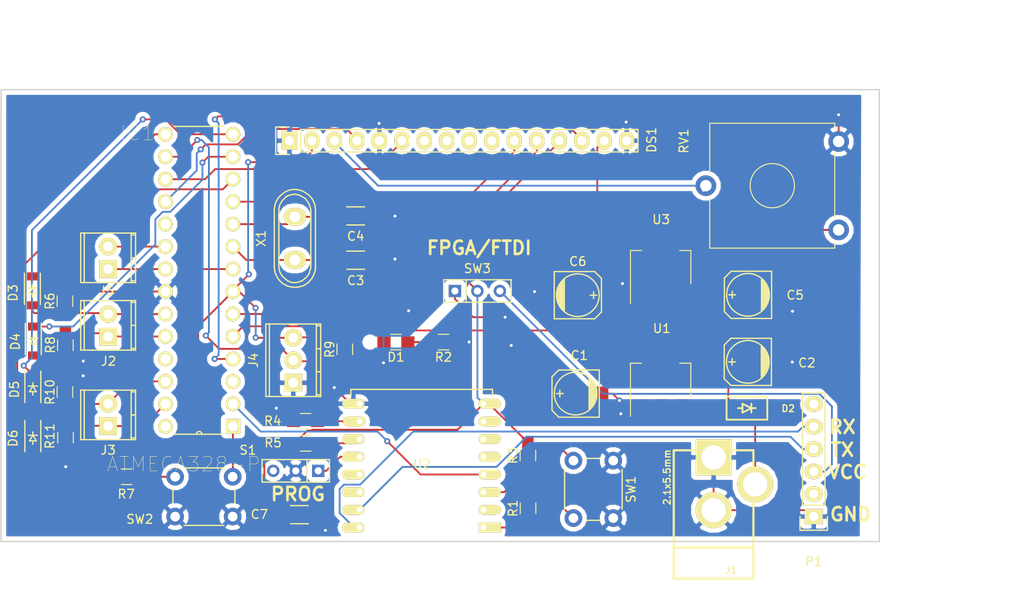
<source format=kicad_pcb>
(kicad_pcb (version 4) (host pcbnew 4.0.2+dfsg1-stable)

  (general
    (links 97)
    (no_connects 31)
    (area 43.308199 62.942399 142.680761 114.192121)
    (thickness 1.6)
    (drawings 19)
    (tracks 357)
    (zones 0)
    (modules 41)
    (nets 38)
  )

  (page A4)
  (layers
    (0 F.Cu signal)
    (31 B.Cu signal)
    (32 B.Adhes user)
    (33 F.Adhes user)
    (34 B.Paste user)
    (35 F.Paste user)
    (36 B.SilkS user)
    (37 F.SilkS user)
    (38 B.Mask user)
    (39 F.Mask user)
    (40 Dwgs.User user)
    (41 Cmts.User user)
    (42 Eco1.User user)
    (43 Eco2.User user)
    (44 Edge.Cuts user)
    (45 Margin user)
    (46 B.CrtYd user)
    (47 F.CrtYd user)
    (48 B.Fab user)
    (49 F.Fab user)
  )

  (setup
    (last_trace_width 0.2032)
    (trace_clearance 0.2032)
    (zone_clearance 0.508)
    (zone_45_only no)
    (trace_min 0.2)
    (segment_width 0.2)
    (edge_width 0.15)
    (via_size 0.6858)
    (via_drill 0.3302)
    (via_min_size 0.4)
    (via_min_drill 0.3)
    (uvia_size 0.508)
    (uvia_drill 0.127)
    (uvias_allowed no)
    (uvia_min_size 0)
    (uvia_min_drill 0)
    (pcb_text_width 0.3)
    (pcb_text_size 1.5 1.5)
    (mod_edge_width 0.15)
    (mod_text_size 1 1)
    (mod_text_width 0.15)
    (pad_size 1.524 1.524)
    (pad_drill 0.762)
    (pad_to_mask_clearance 0.2)
    (aux_axis_origin 0 0)
    (visible_elements FFFFFF7F)
    (pcbplotparams
      (layerselection 0x010f0_80000001)
      (usegerberextensions false)
      (excludeedgelayer true)
      (linewidth 0.100000)
      (plotframeref false)
      (viasonmask false)
      (mode 1)
      (useauxorigin false)
      (hpglpennumber 1)
      (hpglpenspeed 20)
      (hpglpendiameter 15)
      (hpglpenoverlay 2)
      (psnegative false)
      (psa4output false)
      (plotreference true)
      (plotvalue true)
      (plotinvisibletext false)
      (padsonsilk false)
      (subtractmaskfromsilk false)
      (outputformat 1)
      (mirror false)
      (drillshape 0)
      (scaleselection 1)
      (outputdirectory erber/))
  )

  (net 0 "")
  (net 1 "Net-(C2-Pad1)")
  (net 2 "Net-(C3-Pad2)")
  (net 3 "Net-(C4-Pad2)")
  (net 4 "Net-(D1-Pad1)")
  (net 5 "Net-(D2-Pad1)")
  (net 6 PD6)
  (net 7 ADC0)
  (net 8 PD7)
  (net 9 ADC1)
  (net 10 PB0)
  (net 11 ADC4)
  (net 12 PB1)
  (net 13 PD3)
  (net 14 PD4)
  (net 15 PB2)
  (net 16 PB3)
  (net 17 PB4)
  (net 18 "Net-(IC1-Pad1)")
  (net 19 PD2)
  (net 20 PD5)
  (net 21 "Net-(R1-Pad1)")
  (net 22 "Net-(R3-Pad1)")
  (net 23 "Net-(R4-Pad1)")
  (net 24 "Net-(R5-Pad2)")
  (net 25 "Net-(S1-Pad1)")
  (net 26 "Net-(IC1-Pad20)")
  (net 27 "Net-(IC1-Pad21)")
  (net 28 ADC3)
  (net 29 "Net-(C7-Pad1)")
  (net 30 ESP_GPIO16)
  (net 31 ESP_RXD)
  (net 32 ESP_TXD)
  (net 33 +3V3)
  (net 34 Earth)
  (net 35 +5V)
  (net 36 "Net-(DS1-Pad3)")
  (net 37 VCC)

  (net_class Default "This is the default net class."
    (clearance 0.2032)
    (trace_width 0.2032)
    (via_dia 0.6858)
    (via_drill 0.3302)
    (uvia_dia 0.508)
    (uvia_drill 0.127)
    (add_net +3V3)
    (add_net +5V)
    (add_net ADC0)
    (add_net ADC1)
    (add_net ADC3)
    (add_net ADC4)
    (add_net ESP_GPIO16)
    (add_net ESP_RXD)
    (add_net ESP_TXD)
    (add_net Earth)
    (add_net "Net-(C2-Pad1)")
    (add_net "Net-(C3-Pad2)")
    (add_net "Net-(C4-Pad2)")
    (add_net "Net-(C7-Pad1)")
    (add_net "Net-(D1-Pad1)")
    (add_net "Net-(D2-Pad1)")
    (add_net "Net-(DS1-Pad3)")
    (add_net "Net-(IC1-Pad1)")
    (add_net "Net-(IC1-Pad20)")
    (add_net "Net-(IC1-Pad21)")
    (add_net "Net-(R1-Pad1)")
    (add_net "Net-(R3-Pad1)")
    (add_net "Net-(R4-Pad1)")
    (add_net "Net-(R5-Pad2)")
    (add_net "Net-(S1-Pad1)")
    (add_net PB0)
    (add_net PB1)
    (add_net PB2)
    (add_net PB3)
    (add_net PB4)
    (add_net PD2)
    (add_net PD3)
    (add_net PD4)
    (add_net PD5)
    (add_net PD6)
    (add_net PD7)
    (add_net VCC)
  )

  (net_class Power ""
    (clearance 0.2032)
    (trace_width 0.4064)
    (via_dia 1.016)
    (via_drill 0.6604)
    (uvia_dia 0.508)
    (uvia_drill 0.127)
  )

  (module Capacitors_SMD:c_elec_5x5.3 (layer F.Cu) (tedit 55725CA0) (tstamp 599C681A)
    (at 108.29544 97.38868 180)
    (descr "SMT capacitor, aluminium electrolytic, 5x5.3")
    (path /5980EC90)
    (attr smd)
    (fp_text reference C1 (at -0.41656 4.30784 180) (layer F.SilkS)
      (effects (font (size 1 1) (thickness 0.15)))
    )
    (fp_text value 22μF (at 0 3.81 180) (layer F.Fab)
      (effects (font (size 1 1) (thickness 0.15)))
    )
    (fp_line (start -3.95 -3) (end 3.95 -3) (layer F.CrtYd) (width 0.05))
    (fp_line (start 3.95 -3) (end 3.95 3) (layer F.CrtYd) (width 0.05))
    (fp_line (start 3.95 3) (end -3.95 3) (layer F.CrtYd) (width 0.05))
    (fp_line (start -3.95 3) (end -3.95 -3) (layer F.CrtYd) (width 0.05))
    (fp_line (start -2.286 -0.635) (end -2.286 0.762) (layer F.SilkS) (width 0.15))
    (fp_line (start -2.159 -0.889) (end -2.159 0.889) (layer F.SilkS) (width 0.15))
    (fp_line (start -2.032 -1.27) (end -2.032 1.27) (layer F.SilkS) (width 0.15))
    (fp_line (start -1.905 1.397) (end -1.905 -1.397) (layer F.SilkS) (width 0.15))
    (fp_line (start -1.778 -1.524) (end -1.778 1.524) (layer F.SilkS) (width 0.15))
    (fp_line (start -1.651 1.651) (end -1.651 -1.651) (layer F.SilkS) (width 0.15))
    (fp_line (start -1.524 -1.778) (end -1.524 1.778) (layer F.SilkS) (width 0.15))
    (fp_line (start -2.667 -2.667) (end 1.905 -2.667) (layer F.SilkS) (width 0.15))
    (fp_line (start 1.905 -2.667) (end 2.667 -1.905) (layer F.SilkS) (width 0.15))
    (fp_line (start 2.667 -1.905) (end 2.667 1.905) (layer F.SilkS) (width 0.15))
    (fp_line (start 2.667 1.905) (end 1.905 2.667) (layer F.SilkS) (width 0.15))
    (fp_line (start 1.905 2.667) (end -2.667 2.667) (layer F.SilkS) (width 0.15))
    (fp_line (start -2.667 2.667) (end -2.667 -2.667) (layer F.SilkS) (width 0.15))
    (fp_line (start 2.159 0) (end 1.397 0) (layer F.SilkS) (width 0.15))
    (fp_line (start 1.778 -0.381) (end 1.778 0.381) (layer F.SilkS) (width 0.15))
    (fp_circle (center 0 0) (end -2.413 0) (layer F.SilkS) (width 0.15))
    (pad 1 smd rect (at 2.19964 0 180) (size 2.99974 1.6002) (layers F.Cu F.Paste F.Mask)
      (net 33 +3V3))
    (pad 2 smd rect (at -2.19964 0 180) (size 2.99974 1.6002) (layers F.Cu F.Paste F.Mask)
      (net 34 Earth))
    (model Capacitors_SMD.3dshapes/c_elec_5x5.3.wrl
      (at (xyz 0 0 0))
      (scale (xyz 1 1 1))
      (rotate (xyz 0 0 0))
    )
  )

  (module Capacitors_SMD:c_elec_5x5.3 (layer F.Cu) (tedit 55725CA0) (tstamp 599C6834)
    (at 127.74676 93.8022 180)
    (descr "SMT capacitor, aluminium electrolytic, 5x5.3")
    (path /5980E901)
    (attr smd)
    (fp_text reference C2 (at -6.67004 -0.11684 180) (layer F.SilkS)
      (effects (font (size 1 1) (thickness 0.15)))
    )
    (fp_text value 22μF (at 0 3.81 180) (layer F.Fab)
      (effects (font (size 1 1) (thickness 0.15)))
    )
    (fp_line (start -3.95 -3) (end 3.95 -3) (layer F.CrtYd) (width 0.05))
    (fp_line (start 3.95 -3) (end 3.95 3) (layer F.CrtYd) (width 0.05))
    (fp_line (start 3.95 3) (end -3.95 3) (layer F.CrtYd) (width 0.05))
    (fp_line (start -3.95 3) (end -3.95 -3) (layer F.CrtYd) (width 0.05))
    (fp_line (start -2.286 -0.635) (end -2.286 0.762) (layer F.SilkS) (width 0.15))
    (fp_line (start -2.159 -0.889) (end -2.159 0.889) (layer F.SilkS) (width 0.15))
    (fp_line (start -2.032 -1.27) (end -2.032 1.27) (layer F.SilkS) (width 0.15))
    (fp_line (start -1.905 1.397) (end -1.905 -1.397) (layer F.SilkS) (width 0.15))
    (fp_line (start -1.778 -1.524) (end -1.778 1.524) (layer F.SilkS) (width 0.15))
    (fp_line (start -1.651 1.651) (end -1.651 -1.651) (layer F.SilkS) (width 0.15))
    (fp_line (start -1.524 -1.778) (end -1.524 1.778) (layer F.SilkS) (width 0.15))
    (fp_line (start -2.667 -2.667) (end 1.905 -2.667) (layer F.SilkS) (width 0.15))
    (fp_line (start 1.905 -2.667) (end 2.667 -1.905) (layer F.SilkS) (width 0.15))
    (fp_line (start 2.667 -1.905) (end 2.667 1.905) (layer F.SilkS) (width 0.15))
    (fp_line (start 2.667 1.905) (end 1.905 2.667) (layer F.SilkS) (width 0.15))
    (fp_line (start 1.905 2.667) (end -2.667 2.667) (layer F.SilkS) (width 0.15))
    (fp_line (start -2.667 2.667) (end -2.667 -2.667) (layer F.SilkS) (width 0.15))
    (fp_line (start 2.159 0) (end 1.397 0) (layer F.SilkS) (width 0.15))
    (fp_line (start 1.778 -0.381) (end 1.778 0.381) (layer F.SilkS) (width 0.15))
    (fp_circle (center 0 0) (end -2.413 0) (layer F.SilkS) (width 0.15))
    (pad 1 smd rect (at 2.19964 0 180) (size 2.99974 1.6002) (layers F.Cu F.Paste F.Mask)
      (net 1 "Net-(C2-Pad1)"))
    (pad 2 smd rect (at -2.19964 0 180) (size 2.99974 1.6002) (layers F.Cu F.Paste F.Mask)
      (net 34 Earth))
    (model Capacitors_SMD.3dshapes/c_elec_5x5.3.wrl
      (at (xyz 0 0 0))
      (scale (xyz 1 1 1))
      (rotate (xyz 0 0 0))
    )
  )

  (module Capacitors_SMD:C_1206_HandSoldering (layer F.Cu) (tedit 541A9C03) (tstamp 599C6840)
    (at 83.4517 82.3087 180)
    (descr "Capacitor SMD 1206, hand soldering")
    (tags "capacitor 1206")
    (path /5980F535)
    (attr smd)
    (fp_text reference C3 (at 0 -2.3 180) (layer F.SilkS)
      (effects (font (size 1 1) (thickness 0.15)))
    )
    (fp_text value 22pF (at 0 2.3 180) (layer F.Fab)
      (effects (font (size 1 1) (thickness 0.15)))
    )
    (fp_line (start -3.3 -1.15) (end 3.3 -1.15) (layer F.CrtYd) (width 0.05))
    (fp_line (start -3.3 1.15) (end 3.3 1.15) (layer F.CrtYd) (width 0.05))
    (fp_line (start -3.3 -1.15) (end -3.3 1.15) (layer F.CrtYd) (width 0.05))
    (fp_line (start 3.3 -1.15) (end 3.3 1.15) (layer F.CrtYd) (width 0.05))
    (fp_line (start 1 -1.025) (end -1 -1.025) (layer F.SilkS) (width 0.15))
    (fp_line (start -1 1.025) (end 1 1.025) (layer F.SilkS) (width 0.15))
    (pad 1 smd rect (at -2 0 180) (size 2 1.6) (layers F.Cu F.Paste F.Mask)
      (net 34 Earth))
    (pad 2 smd rect (at 2 0 180) (size 2 1.6) (layers F.Cu F.Paste F.Mask)
      (net 2 "Net-(C3-Pad2)"))
    (model Capacitors_SMD.3dshapes/C_1206_HandSoldering.wrl
      (at (xyz 0 0 0))
      (scale (xyz 1 1 1))
      (rotate (xyz 0 0 0))
    )
  )

  (module Capacitors_SMD:C_1206_HandSoldering (layer F.Cu) (tedit 541A9C03) (tstamp 599C684C)
    (at 83.4517 77.30236 180)
    (descr "Capacitor SMD 1206, hand soldering")
    (tags "capacitor 1206")
    (path /5980F49B)
    (attr smd)
    (fp_text reference C4 (at 0 -2.3 180) (layer F.SilkS)
      (effects (font (size 1 1) (thickness 0.15)))
    )
    (fp_text value 22pF (at 0 2.3 180) (layer F.Fab)
      (effects (font (size 1 1) (thickness 0.15)))
    )
    (fp_line (start -3.3 -1.15) (end 3.3 -1.15) (layer F.CrtYd) (width 0.05))
    (fp_line (start -3.3 1.15) (end 3.3 1.15) (layer F.CrtYd) (width 0.05))
    (fp_line (start -3.3 -1.15) (end -3.3 1.15) (layer F.CrtYd) (width 0.05))
    (fp_line (start 3.3 -1.15) (end 3.3 1.15) (layer F.CrtYd) (width 0.05))
    (fp_line (start 1 -1.025) (end -1 -1.025) (layer F.SilkS) (width 0.15))
    (fp_line (start -1 1.025) (end 1 1.025) (layer F.SilkS) (width 0.15))
    (pad 1 smd rect (at -2 0 180) (size 2 1.6) (layers F.Cu F.Paste F.Mask)
      (net 34 Earth))
    (pad 2 smd rect (at 2 0 180) (size 2 1.6) (layers F.Cu F.Paste F.Mask)
      (net 3 "Net-(C4-Pad2)"))
    (model Capacitors_SMD.3dshapes/C_1206_HandSoldering.wrl
      (at (xyz 0 0 0))
      (scale (xyz 1 1 1))
      (rotate (xyz 0 0 0))
    )
  )

  (module Capacitors_SMD:c_elec_5x5.3 (layer F.Cu) (tedit 55725CA0) (tstamp 599C6866)
    (at 127.76708 86.22284 180)
    (descr "SMT capacitor, aluminium electrolytic, 5x5.3")
    (path /598CBE28)
    (attr smd)
    (fp_text reference C5 (at -5.32384 -0.03556 180) (layer F.SilkS)
      (effects (font (size 1 1) (thickness 0.15)))
    )
    (fp_text value 22μF (at 0 3.81 180) (layer F.Fab)
      (effects (font (size 1 1) (thickness 0.15)))
    )
    (fp_line (start -3.95 -3) (end 3.95 -3) (layer F.CrtYd) (width 0.05))
    (fp_line (start 3.95 -3) (end 3.95 3) (layer F.CrtYd) (width 0.05))
    (fp_line (start 3.95 3) (end -3.95 3) (layer F.CrtYd) (width 0.05))
    (fp_line (start -3.95 3) (end -3.95 -3) (layer F.CrtYd) (width 0.05))
    (fp_line (start -2.286 -0.635) (end -2.286 0.762) (layer F.SilkS) (width 0.15))
    (fp_line (start -2.159 -0.889) (end -2.159 0.889) (layer F.SilkS) (width 0.15))
    (fp_line (start -2.032 -1.27) (end -2.032 1.27) (layer F.SilkS) (width 0.15))
    (fp_line (start -1.905 1.397) (end -1.905 -1.397) (layer F.SilkS) (width 0.15))
    (fp_line (start -1.778 -1.524) (end -1.778 1.524) (layer F.SilkS) (width 0.15))
    (fp_line (start -1.651 1.651) (end -1.651 -1.651) (layer F.SilkS) (width 0.15))
    (fp_line (start -1.524 -1.778) (end -1.524 1.778) (layer F.SilkS) (width 0.15))
    (fp_line (start -2.667 -2.667) (end 1.905 -2.667) (layer F.SilkS) (width 0.15))
    (fp_line (start 1.905 -2.667) (end 2.667 -1.905) (layer F.SilkS) (width 0.15))
    (fp_line (start 2.667 -1.905) (end 2.667 1.905) (layer F.SilkS) (width 0.15))
    (fp_line (start 2.667 1.905) (end 1.905 2.667) (layer F.SilkS) (width 0.15))
    (fp_line (start 1.905 2.667) (end -2.667 2.667) (layer F.SilkS) (width 0.15))
    (fp_line (start -2.667 2.667) (end -2.667 -2.667) (layer F.SilkS) (width 0.15))
    (fp_line (start 2.159 0) (end 1.397 0) (layer F.SilkS) (width 0.15))
    (fp_line (start 1.778 -0.381) (end 1.778 0.381) (layer F.SilkS) (width 0.15))
    (fp_circle (center 0 0) (end -2.413 0) (layer F.SilkS) (width 0.15))
    (pad 1 smd rect (at 2.19964 0 180) (size 2.99974 1.6002) (layers F.Cu F.Paste F.Mask)
      (net 1 "Net-(C2-Pad1)"))
    (pad 2 smd rect (at -2.19964 0 180) (size 2.99974 1.6002) (layers F.Cu F.Paste F.Mask)
      (net 34 Earth))
    (model Capacitors_SMD.3dshapes/c_elec_5x5.3.wrl
      (at (xyz 0 0 0))
      (scale (xyz 1 1 1))
      (rotate (xyz 0 0 0))
    )
  )

  (module Capacitors_SMD:c_elec_5x5.3 (layer F.Cu) (tedit 55725CA0) (tstamp 599C6880)
    (at 108.54436 86.26348)
    (descr "SMT capacitor, aluminium electrolytic, 5x5.3")
    (path /598CC314)
    (attr smd)
    (fp_text reference C6 (at 0 -3.81) (layer F.SilkS)
      (effects (font (size 1 1) (thickness 0.15)))
    )
    (fp_text value 22μF (at 0 3.81) (layer F.Fab)
      (effects (font (size 1 1) (thickness 0.15)))
    )
    (fp_line (start -3.95 -3) (end 3.95 -3) (layer F.CrtYd) (width 0.05))
    (fp_line (start 3.95 -3) (end 3.95 3) (layer F.CrtYd) (width 0.05))
    (fp_line (start 3.95 3) (end -3.95 3) (layer F.CrtYd) (width 0.05))
    (fp_line (start -3.95 3) (end -3.95 -3) (layer F.CrtYd) (width 0.05))
    (fp_line (start -2.286 -0.635) (end -2.286 0.762) (layer F.SilkS) (width 0.15))
    (fp_line (start -2.159 -0.889) (end -2.159 0.889) (layer F.SilkS) (width 0.15))
    (fp_line (start -2.032 -1.27) (end -2.032 1.27) (layer F.SilkS) (width 0.15))
    (fp_line (start -1.905 1.397) (end -1.905 -1.397) (layer F.SilkS) (width 0.15))
    (fp_line (start -1.778 -1.524) (end -1.778 1.524) (layer F.SilkS) (width 0.15))
    (fp_line (start -1.651 1.651) (end -1.651 -1.651) (layer F.SilkS) (width 0.15))
    (fp_line (start -1.524 -1.778) (end -1.524 1.778) (layer F.SilkS) (width 0.15))
    (fp_line (start -2.667 -2.667) (end 1.905 -2.667) (layer F.SilkS) (width 0.15))
    (fp_line (start 1.905 -2.667) (end 2.667 -1.905) (layer F.SilkS) (width 0.15))
    (fp_line (start 2.667 -1.905) (end 2.667 1.905) (layer F.SilkS) (width 0.15))
    (fp_line (start 2.667 1.905) (end 1.905 2.667) (layer F.SilkS) (width 0.15))
    (fp_line (start 1.905 2.667) (end -2.667 2.667) (layer F.SilkS) (width 0.15))
    (fp_line (start -2.667 2.667) (end -2.667 -2.667) (layer F.SilkS) (width 0.15))
    (fp_line (start 2.159 0) (end 1.397 0) (layer F.SilkS) (width 0.15))
    (fp_line (start 1.778 -0.381) (end 1.778 0.381) (layer F.SilkS) (width 0.15))
    (fp_circle (center 0 0) (end -2.413 0) (layer F.SilkS) (width 0.15))
    (pad 1 smd rect (at 2.19964 0) (size 2.99974 1.6002) (layers F.Cu F.Paste F.Mask)
      (net 35 +5V))
    (pad 2 smd rect (at -2.19964 0) (size 2.99974 1.6002) (layers F.Cu F.Paste F.Mask)
      (net 34 Earth))
    (model Capacitors_SMD.3dshapes/c_elec_5x5.3.wrl
      (at (xyz 0 0 0))
      (scale (xyz 1 1 1))
      (rotate (xyz 0 0 0))
    )
  )

  (module Resistors_SMD:R_0805_HandSoldering (layer F.Cu) (tedit 58E0A804) (tstamp 599C6891)
    (at 87.9983 91.567 180)
    (descr "Resistor SMD 0805, hand soldering")
    (tags "resistor 0805")
    (path /5980EE40)
    (attr smd)
    (fp_text reference D1 (at 0 -1.7 180) (layer F.SilkS)
      (effects (font (size 1 1) (thickness 0.15)))
    )
    (fp_text value LED (at 0 1.75 180) (layer F.Fab)
      (effects (font (size 1 1) (thickness 0.15)))
    )
    (fp_text user %R (at 0 0 180) (layer F.Fab)
      (effects (font (size 0.5 0.5) (thickness 0.075)))
    )
    (fp_line (start -1 0.62) (end -1 -0.62) (layer F.Fab) (width 0.1))
    (fp_line (start 1 0.62) (end -1 0.62) (layer F.Fab) (width 0.1))
    (fp_line (start 1 -0.62) (end 1 0.62) (layer F.Fab) (width 0.1))
    (fp_line (start -1 -0.62) (end 1 -0.62) (layer F.Fab) (width 0.1))
    (fp_line (start 0.6 0.88) (end -0.6 0.88) (layer F.SilkS) (width 0.12))
    (fp_line (start -0.6 -0.88) (end 0.6 -0.88) (layer F.SilkS) (width 0.12))
    (fp_line (start -2.35 -0.9) (end 2.35 -0.9) (layer F.CrtYd) (width 0.05))
    (fp_line (start -2.35 -0.9) (end -2.35 0.9) (layer F.CrtYd) (width 0.05))
    (fp_line (start 2.35 0.9) (end 2.35 -0.9) (layer F.CrtYd) (width 0.05))
    (fp_line (start 2.35 0.9) (end -2.35 0.9) (layer F.CrtYd) (width 0.05))
    (pad 1 smd rect (at -1.35 0 180) (size 1.5 1.3) (layers F.Cu F.Paste F.Mask)
      (net 4 "Net-(D1-Pad1)"))
    (pad 2 smd rect (at 1.35 0 180) (size 1.5 1.3) (layers F.Cu F.Paste F.Mask)
      (net 29 "Net-(C7-Pad1)"))
    (model ${KISYS3DMOD}/Resistors_SMD.3dshapes/R_0805.wrl
      (at (xyz 0 0 0))
      (scale (xyz 1 1 1))
      (rotate (xyz 0 0 0))
    )
  )

  (module diode:DO-214AC (layer F.Cu) (tedit 0) (tstamp 599C68A1)
    (at 127.6477 99.0346 180)
    (path /5980E862)
    (attr smd)
    (fp_text reference D2 (at -4.65582 -0.04572 180) (layer F.SilkS)
      (effects (font (size 0.762 0.762) (thickness 0.1524)))
    )
    (fp_text value DIODE (at 0 0 180) (layer F.SilkS) hide
      (effects (font (size 0.762 0.762) (thickness 0.1524)))
    )
    (fp_line (start 0.5 0) (end 1 0) (layer F.SilkS) (width 0.2032))
    (fp_line (start -0.5 0) (end -1 0) (layer F.SilkS) (width 0.2032))
    (fp_line (start -0.5 -0.5) (end -0.5 0.5) (layer F.SilkS) (width 0.2032))
    (fp_line (start -0.5 0) (end 0.5 -0.5) (layer F.SilkS) (width 0.2032))
    (fp_line (start 0.5 -0.5) (end 0.5 0.5) (layer F.SilkS) (width 0.2032))
    (fp_line (start 0.5 0.5) (end -0.5 0) (layer F.SilkS) (width 0.2032))
    (fp_line (start -2.3 -1.3) (end 2.3 -1.3) (layer F.SilkS) (width 0.2032))
    (fp_line (start 2.3 -1.3) (end 2.3 1.3) (layer F.SilkS) (width 0.2032))
    (fp_line (start 2.3 1.3) (end -2.3 1.3) (layer F.SilkS) (width 0.2032))
    (fp_line (start -2.3 1.3) (end -2.3 -1.3) (layer F.SilkS) (width 0.2032))
    (pad 1 smd rect (at -2.1 0 180) (size 2 2) (layers F.Cu F.Paste F.Mask)
      (net 5 "Net-(D2-Pad1)"))
    (pad 2 smd rect (at 2.1 0 180) (size 2 2) (layers F.Cu F.Paste F.Mask)
      (net 1 "Net-(C2-Pad1)"))
  )

  (module ATMEGA328P-PU:DIP254P762X457-28 (layer F.Cu) (tedit 0) (tstamp 599C69B1)
    (at 61.9633 68.072 180)
    (path /5980DBC0)
    (fp_text reference IC1 (at 3.17754 0.13208 180) (layer F.SilkS)
      (effects (font (size 1.64044 1.64044) (thickness 0.05)))
    )
    (fp_text value ATMEGA328-P (at -2.06101 -37.3018 180) (layer F.SilkS)
      (effects (font (size 1.64288 1.64288) (thickness 0.05)))
    )
    (fp_line (start -6.6548 0.889) (end -0.9652 0.889) (layer F.SilkS) (width 0.1524))
    (fp_line (start -0.9652 -33.909) (end -3.5052 -33.909) (layer F.SilkS) (width 0.1524))
    (fp_line (start -3.5052 -33.909) (end -4.1148 -33.909) (layer F.SilkS) (width 0.1524))
    (fp_line (start -4.1148 -33.909) (end -6.2992 -33.909) (layer F.SilkS) (width 0.1524))
    (fp_arc (start -3.81 -33.909) (end -4.1148 -33.909) (angle -180) (layer F.SilkS) (width 0.1524))
    (fp_line (start -7.5692 -32.4612) (end -7.5692 -33.5788) (layer Dwgs.User) (width 0))
    (fp_line (start -7.5692 -33.5788) (end -8.1788 -33.5788) (layer Dwgs.User) (width 0))
    (fp_line (start -8.1788 -33.5788) (end -8.1788 -32.4612) (layer Dwgs.User) (width 0))
    (fp_line (start -8.1788 -32.4612) (end -7.5692 -32.4612) (layer Dwgs.User) (width 0))
    (fp_line (start -7.5692 -29.9212) (end -7.5692 -31.0388) (layer Dwgs.User) (width 0))
    (fp_line (start -7.5692 -31.0388) (end -8.1788 -31.0388) (layer Dwgs.User) (width 0))
    (fp_line (start -8.1788 -31.0388) (end -8.1788 -29.9212) (layer Dwgs.User) (width 0))
    (fp_line (start -8.1788 -29.9212) (end -7.5692 -29.9212) (layer Dwgs.User) (width 0))
    (fp_line (start -7.5692 -27.3812) (end -7.5692 -28.4988) (layer Dwgs.User) (width 0))
    (fp_line (start -7.5692 -28.4988) (end -8.1788 -28.4988) (layer Dwgs.User) (width 0))
    (fp_line (start -8.1788 -28.4988) (end -8.1788 -27.3812) (layer Dwgs.User) (width 0))
    (fp_line (start -8.1788 -27.3812) (end -7.5692 -27.3812) (layer Dwgs.User) (width 0))
    (fp_line (start -7.5692 -24.8412) (end -7.5692 -25.9588) (layer Dwgs.User) (width 0))
    (fp_line (start -7.5692 -25.9588) (end -8.1788 -25.9588) (layer Dwgs.User) (width 0))
    (fp_line (start -8.1788 -25.9588) (end -8.1788 -24.8412) (layer Dwgs.User) (width 0))
    (fp_line (start -8.1788 -24.8412) (end -7.5692 -24.8412) (layer Dwgs.User) (width 0))
    (fp_line (start -7.5692 -22.3012) (end -7.5692 -23.4188) (layer Dwgs.User) (width 0))
    (fp_line (start -7.5692 -23.4188) (end -8.1788 -23.4188) (layer Dwgs.User) (width 0))
    (fp_line (start -8.1788 -23.4188) (end -8.1788 -22.3012) (layer Dwgs.User) (width 0))
    (fp_line (start -8.1788 -22.3012) (end -7.5692 -22.3012) (layer Dwgs.User) (width 0))
    (fp_line (start -7.5692 -19.7612) (end -7.5692 -20.8788) (layer Dwgs.User) (width 0))
    (fp_line (start -7.5692 -20.8788) (end -8.1788 -20.8788) (layer Dwgs.User) (width 0))
    (fp_line (start -8.1788 -20.8788) (end -8.1788 -19.7612) (layer Dwgs.User) (width 0))
    (fp_line (start -8.1788 -19.7612) (end -7.5692 -19.7612) (layer Dwgs.User) (width 0))
    (fp_line (start -7.5692 -17.2212) (end -7.5692 -18.3388) (layer Dwgs.User) (width 0))
    (fp_line (start -7.5692 -18.3388) (end -8.1788 -18.3388) (layer Dwgs.User) (width 0))
    (fp_line (start -8.1788 -18.3388) (end -8.1788 -17.2212) (layer Dwgs.User) (width 0))
    (fp_line (start -8.1788 -17.2212) (end -7.5692 -17.2212) (layer Dwgs.User) (width 0))
    (fp_line (start -7.5692 -14.6812) (end -7.5692 -15.7988) (layer Dwgs.User) (width 0))
    (fp_line (start -7.5692 -15.7988) (end -8.1788 -15.7988) (layer Dwgs.User) (width 0))
    (fp_line (start -8.1788 -15.7988) (end -8.1788 -14.6812) (layer Dwgs.User) (width 0))
    (fp_line (start -8.1788 -14.6812) (end -7.5692 -14.6812) (layer Dwgs.User) (width 0))
    (fp_line (start -7.5438 -12.1412) (end -7.5692 -13.2588) (layer Dwgs.User) (width 0))
    (fp_line (start -7.5692 -13.2588) (end -8.1788 -13.2588) (layer Dwgs.User) (width 0))
    (fp_line (start -8.1788 -13.2588) (end -8.1788 -12.1412) (layer Dwgs.User) (width 0))
    (fp_line (start -8.1788 -12.1412) (end -7.5438 -12.1412) (layer Dwgs.User) (width 0))
    (fp_line (start -7.5438 -9.6012) (end -7.5438 -10.7188) (layer Dwgs.User) (width 0))
    (fp_line (start -7.5438 -10.7188) (end -8.1788 -10.7188) (layer Dwgs.User) (width 0))
    (fp_line (start -8.1788 -10.7188) (end -8.1788 -9.6012) (layer Dwgs.User) (width 0))
    (fp_line (start -8.1788 -9.6012) (end -7.5438 -9.6012) (layer Dwgs.User) (width 0))
    (fp_line (start -7.5438 -7.0612) (end -7.5438 -8.1788) (layer Dwgs.User) (width 0))
    (fp_line (start -7.5438 -8.1788) (end -8.1788 -8.1788) (layer Dwgs.User) (width 0))
    (fp_line (start -8.1788 -8.1788) (end -8.1788 -7.0612) (layer Dwgs.User) (width 0))
    (fp_line (start -8.1788 -7.0612) (end -7.5438 -7.0612) (layer Dwgs.User) (width 0))
    (fp_line (start -7.5438 -4.5212) (end -7.5438 -5.6388) (layer Dwgs.User) (width 0))
    (fp_line (start -7.5438 -5.6388) (end -8.1788 -5.6388) (layer Dwgs.User) (width 0))
    (fp_line (start -8.1788 -5.6388) (end -8.1788 -4.5212) (layer Dwgs.User) (width 0))
    (fp_line (start -8.1788 -4.5212) (end -7.5438 -4.5212) (layer Dwgs.User) (width 0))
    (fp_line (start -7.5438 -1.9812) (end -7.5438 -3.0988) (layer Dwgs.User) (width 0))
    (fp_line (start -7.5438 -3.0988) (end -8.1788 -3.0988) (layer Dwgs.User) (width 0))
    (fp_line (start -8.1788 -3.0988) (end -8.1788 -1.9812) (layer Dwgs.User) (width 0))
    (fp_line (start -8.1788 -1.9812) (end -7.5438 -1.9812) (layer Dwgs.User) (width 0))
    (fp_line (start -7.5438 0.5588) (end -7.5438 -0.5588) (layer Dwgs.User) (width 0))
    (fp_line (start -7.5438 -0.5588) (end -8.1788 -0.5588) (layer Dwgs.User) (width 0))
    (fp_line (start -8.1788 -0.5588) (end -8.1788 0.5588) (layer Dwgs.User) (width 0))
    (fp_line (start -8.1788 0.5588) (end -7.5438 0.5588) (layer Dwgs.User) (width 0))
    (fp_line (start -0.0762 -0.5588) (end -0.0508 0.5588) (layer Dwgs.User) (width 0))
    (fp_line (start -0.0508 0.5588) (end 0.5588 0.5588) (layer Dwgs.User) (width 0))
    (fp_line (start 0.5588 0.5588) (end 0.5588 -0.5588) (layer Dwgs.User) (width 0))
    (fp_line (start 0.5588 -0.5588) (end -0.0762 -0.5588) (layer Dwgs.User) (width 0))
    (fp_line (start -0.0762 -3.0988) (end -0.0508 -1.9812) (layer Dwgs.User) (width 0))
    (fp_line (start -0.0508 -1.9812) (end 0.5588 -1.9812) (layer Dwgs.User) (width 0))
    (fp_line (start 0.5588 -1.9812) (end 0.5588 -3.0988) (layer Dwgs.User) (width 0))
    (fp_line (start 0.5588 -3.0988) (end -0.0762 -3.0988) (layer Dwgs.User) (width 0))
    (fp_line (start -0.0762 -5.6388) (end -0.0762 -4.5212) (layer Dwgs.User) (width 0))
    (fp_line (start -0.0762 -4.5212) (end 0.5588 -4.5212) (layer Dwgs.User) (width 0))
    (fp_line (start 0.5588 -4.5212) (end 0.5588 -5.6388) (layer Dwgs.User) (width 0))
    (fp_line (start 0.5588 -5.6388) (end -0.0762 -5.6388) (layer Dwgs.User) (width 0))
    (fp_line (start -0.0762 -8.1788) (end -0.0762 -7.0612) (layer Dwgs.User) (width 0))
    (fp_line (start -0.0762 -7.0612) (end 0.5588 -7.0612) (layer Dwgs.User) (width 0))
    (fp_line (start 0.5588 -7.0612) (end 0.5588 -8.1788) (layer Dwgs.User) (width 0))
    (fp_line (start 0.5588 -8.1788) (end -0.0762 -8.1788) (layer Dwgs.User) (width 0))
    (fp_line (start -0.0762 -10.7188) (end -0.0762 -9.6012) (layer Dwgs.User) (width 0))
    (fp_line (start -0.0762 -9.6012) (end 0.5588 -9.6012) (layer Dwgs.User) (width 0))
    (fp_line (start 0.5588 -9.6012) (end 0.5588 -10.7188) (layer Dwgs.User) (width 0))
    (fp_line (start 0.5588 -10.7188) (end -0.0762 -10.7188) (layer Dwgs.User) (width 0))
    (fp_line (start -0.0762 -13.2588) (end -0.0762 -12.1412) (layer Dwgs.User) (width 0))
    (fp_line (start -0.0762 -12.1412) (end 0.5588 -12.1412) (layer Dwgs.User) (width 0))
    (fp_line (start 0.5588 -12.1412) (end 0.5588 -13.2588) (layer Dwgs.User) (width 0))
    (fp_line (start 0.5588 -13.2588) (end -0.0762 -13.2588) (layer Dwgs.User) (width 0))
    (fp_line (start -0.0762 -15.7988) (end -0.0762 -14.6812) (layer Dwgs.User) (width 0))
    (fp_line (start -0.0762 -14.6812) (end 0.5588 -14.6812) (layer Dwgs.User) (width 0))
    (fp_line (start 0.5588 -14.6812) (end 0.5588 -15.7988) (layer Dwgs.User) (width 0))
    (fp_line (start 0.5588 -15.7988) (end -0.0762 -15.7988) (layer Dwgs.User) (width 0))
    (fp_line (start -0.0762 -18.3388) (end -0.0762 -17.2212) (layer Dwgs.User) (width 0))
    (fp_line (start -0.0762 -17.2212) (end 0.5588 -17.2212) (layer Dwgs.User) (width 0))
    (fp_line (start 0.5588 -17.2212) (end 0.5588 -18.3388) (layer Dwgs.User) (width 0))
    (fp_line (start 0.5588 -18.3388) (end -0.0762 -18.3388) (layer Dwgs.User) (width 0))
    (fp_line (start -0.0762 -20.8788) (end -0.0762 -19.7612) (layer Dwgs.User) (width 0))
    (fp_line (start -0.0762 -19.7612) (end 0.5588 -19.7612) (layer Dwgs.User) (width 0))
    (fp_line (start 0.5588 -19.7612) (end 0.5588 -20.8788) (layer Dwgs.User) (width 0))
    (fp_line (start 0.5588 -20.8788) (end -0.0762 -20.8788) (layer Dwgs.User) (width 0))
    (fp_line (start -0.0762 -23.4188) (end -0.0762 -22.3012) (layer Dwgs.User) (width 0))
    (fp_line (start -0.0762 -22.3012) (end 0.5588 -22.3012) (layer Dwgs.User) (width 0))
    (fp_line (start 0.5588 -22.3012) (end 0.5588 -23.4188) (layer Dwgs.User) (width 0))
    (fp_line (start 0.5588 -23.4188) (end -0.0762 -23.4188) (layer Dwgs.User) (width 0))
    (fp_line (start -0.0762 -25.9588) (end -0.0762 -24.8412) (layer Dwgs.User) (width 0))
    (fp_line (start -0.0762 -24.8412) (end 0.5588 -24.8412) (layer Dwgs.User) (width 0))
    (fp_line (start 0.5588 -24.8412) (end 0.5588 -25.9588) (layer Dwgs.User) (width 0))
    (fp_line (start 0.5588 -25.9588) (end -0.0762 -25.9588) (layer Dwgs.User) (width 0))
    (fp_line (start -0.0762 -28.4988) (end -0.0762 -27.3812) (layer Dwgs.User) (width 0))
    (fp_line (start -0.0762 -27.3812) (end 0.5588 -27.3812) (layer Dwgs.User) (width 0))
    (fp_line (start 0.5588 -27.3812) (end 0.5588 -28.4988) (layer Dwgs.User) (width 0))
    (fp_line (start 0.5588 -28.4988) (end -0.0762 -28.4988) (layer Dwgs.User) (width 0))
    (fp_line (start -0.0762 -31.0388) (end -0.0762 -29.9212) (layer Dwgs.User) (width 0))
    (fp_line (start -0.0762 -29.9212) (end 0.5588 -29.9212) (layer Dwgs.User) (width 0))
    (fp_line (start 0.5588 -29.9212) (end 0.5588 -31.0388) (layer Dwgs.User) (width 0))
    (fp_line (start 0.5588 -31.0388) (end -0.0762 -31.0388) (layer Dwgs.User) (width 0))
    (fp_line (start -0.0762 -33.5788) (end -0.0762 -32.4612) (layer Dwgs.User) (width 0))
    (fp_line (start -0.0762 -32.4612) (end 0.5588 -32.4612) (layer Dwgs.User) (width 0))
    (fp_line (start 0.5588 -32.4612) (end 0.5588 -33.5788) (layer Dwgs.User) (width 0))
    (fp_line (start 0.5588 -33.5788) (end -0.0762 -33.5788) (layer Dwgs.User) (width 0))
    (fp_line (start -7.5692 0.889) (end -0.0508 0.889) (layer Dwgs.User) (width 0))
    (fp_line (start -0.0508 0.889) (end -0.0508 -33.909) (layer Dwgs.User) (width 0))
    (fp_line (start -0.0508 -33.909) (end -3.5052 -33.909) (layer Dwgs.User) (width 0))
    (fp_line (start -3.5052 -33.909) (end -4.1148 -33.909) (layer Dwgs.User) (width 0))
    (fp_line (start -4.1148 -33.909) (end -7.5692 -33.909) (layer Dwgs.User) (width 0))
    (fp_line (start -7.5692 -33.909) (end -7.5692 0.889) (layer Dwgs.User) (width 0))
    (fp_arc (start -3.81 -33.909) (end -4.1148 -33.909) (angle -180) (layer Dwgs.User) (width 0))
    (pad 1 thru_hole rect (at -7.62 -33.02 180) (size 1.6764 1.6764) (drill 1.1176) (layers *.Cu *.Mask F.SilkS)
      (net 18 "Net-(IC1-Pad1)"))
    (pad 2 thru_hole circle (at -7.62 -30.48 180) (size 1.6764 1.6764) (drill 1.1176) (layers *.Cu *.Mask F.SilkS)
      (net 30 ESP_GPIO16))
    (pad 3 thru_hole circle (at -7.62 -27.94 180) (size 1.6764 1.6764) (drill 1.1176) (layers *.Cu *.Mask F.SilkS))
    (pad 4 thru_hole circle (at -7.62 -25.4 180) (size 1.6764 1.6764) (drill 1.1176) (layers *.Cu *.Mask F.SilkS)
      (net 19 PD2))
    (pad 5 thru_hole circle (at -7.62 -22.86 180) (size 1.6764 1.6764) (drill 1.1176) (layers *.Cu *.Mask F.SilkS)
      (net 13 PD3))
    (pad 6 thru_hole circle (at -7.62 -20.32 180) (size 1.6764 1.6764) (drill 1.1176) (layers *.Cu *.Mask F.SilkS)
      (net 14 PD4))
    (pad 7 thru_hole circle (at -7.62 -17.78 180) (size 1.6764 1.6764) (drill 1.1176) (layers *.Cu *.Mask F.SilkS)
      (net 35 +5V))
    (pad 8 thru_hole circle (at -7.62 -15.24 180) (size 1.6764 1.6764) (drill 1.1176) (layers *.Cu *.Mask F.SilkS)
      (net 34 Earth))
    (pad 9 thru_hole circle (at -7.62 -12.7 180) (size 1.6764 1.6764) (drill 1.1176) (layers *.Cu *.Mask F.SilkS)
      (net 2 "Net-(C3-Pad2)"))
    (pad 10 thru_hole circle (at -7.62 -10.16 180) (size 1.6764 1.6764) (drill 1.1176) (layers *.Cu *.Mask F.SilkS)
      (net 3 "Net-(C4-Pad2)"))
    (pad 11 thru_hole circle (at -7.62 -7.62 180) (size 1.6764 1.6764) (drill 1.1176) (layers *.Cu *.Mask F.SilkS)
      (net 20 PD5))
    (pad 12 thru_hole circle (at -7.62 -5.08 180) (size 1.6764 1.6764) (drill 1.1176) (layers *.Cu *.Mask F.SilkS)
      (net 6 PD6))
    (pad 13 thru_hole circle (at -7.62 -2.54 180) (size 1.6764 1.6764) (drill 1.1176) (layers *.Cu *.Mask F.SilkS)
      (net 8 PD7))
    (pad 14 thru_hole circle (at -7.62 0 180) (size 1.6764 1.6764) (drill 1.1176) (layers *.Cu *.Mask F.SilkS)
      (net 10 PB0))
    (pad 15 thru_hole circle (at 0 0 180) (size 1.6764 1.6764) (drill 1.1176) (layers *.Cu *.Mask F.SilkS)
      (net 12 PB1))
    (pad 16 thru_hole circle (at 0 -2.54 180) (size 1.6764 1.6764) (drill 1.1176) (layers *.Cu *.Mask F.SilkS)
      (net 15 PB2))
    (pad 17 thru_hole circle (at 0 -5.08 180) (size 1.6764 1.6764) (drill 1.1176) (layers *.Cu *.Mask F.SilkS)
      (net 16 PB3))
    (pad 18 thru_hole circle (at 0 -7.62 180) (size 1.6764 1.6764) (drill 1.1176) (layers *.Cu *.Mask F.SilkS)
      (net 17 PB4))
    (pad 19 thru_hole circle (at 0 -10.16 180) (size 1.6764 1.6764) (drill 1.1176) (layers *.Cu *.Mask F.SilkS))
    (pad 20 thru_hole circle (at 0 -12.7 180) (size 1.6764 1.6764) (drill 1.1176) (layers *.Cu *.Mask F.SilkS)
      (net 26 "Net-(IC1-Pad20)"))
    (pad 21 thru_hole circle (at 0 -15.24 180) (size 1.6764 1.6764) (drill 1.1176) (layers *.Cu *.Mask F.SilkS)
      (net 27 "Net-(IC1-Pad21)"))
    (pad 22 thru_hole circle (at 0 -17.78 180) (size 1.6764 1.6764) (drill 1.1176) (layers *.Cu *.Mask F.SilkS)
      (net 34 Earth))
    (pad 23 thru_hole circle (at 0 -20.32 180) (size 1.6764 1.6764) (drill 1.1176) (layers *.Cu *.Mask F.SilkS)
      (net 7 ADC0))
    (pad 24 thru_hole circle (at 0 -22.86 180) (size 1.6764 1.6764) (drill 1.1176) (layers *.Cu *.Mask F.SilkS)
      (net 9 ADC1))
    (pad 25 thru_hole circle (at 0 -25.4 180) (size 1.6764 1.6764) (drill 1.1176) (layers *.Cu *.Mask F.SilkS))
    (pad 26 thru_hole circle (at 0 -27.94 180) (size 1.6764 1.6764) (drill 1.1176) (layers *.Cu *.Mask F.SilkS)
      (net 28 ADC3))
    (pad 27 thru_hole circle (at 0 -30.48 180) (size 1.6764 1.6764) (drill 1.1176) (layers *.Cu *.Mask F.SilkS)
      (net 11 ADC4))
    (pad 28 thru_hole circle (at 0 -33.02 180) (size 1.6764 1.6764) (drill 1.1176) (layers *.Cu *.Mask F.SilkS))
  )

  (module Terminal_Blocks:TerminalBlock_Pheonix_MPT-2.54mm_2pol (layer F.Cu) (tedit 0) (tstamp 599C69D4)
    (at 55.4863 90.9447 90)
    (descr "2-way 2.54mm pitch terminal block, Phoenix MPT series")
    (path /5981054D)
    (fp_text reference J2 (at -2.7813 0.0508 180) (layer F.SilkS)
      (effects (font (size 1 1) (thickness 0.15)))
    )
    (fp_text value SENSOR1 (at 1.27 4.50088 90) (layer F.Fab)
      (effects (font (size 1 1) (thickness 0.15)))
    )
    (fp_line (start -1.7 -3.3) (end 4.3 -3.3) (layer F.CrtYd) (width 0.05))
    (fp_line (start -1.7 3.3) (end -1.7 -3.3) (layer F.CrtYd) (width 0.05))
    (fp_line (start 4.3 3.3) (end -1.7 3.3) (layer F.CrtYd) (width 0.05))
    (fp_line (start 4.3 -3.3) (end 4.3 3.3) (layer F.CrtYd) (width 0.05))
    (fp_line (start 4.06908 2.60096) (end -1.52908 2.60096) (layer F.SilkS) (width 0.15))
    (fp_line (start -1.33096 3.0988) (end -1.33096 2.60096) (layer F.SilkS) (width 0.15))
    (fp_line (start 3.87096 2.60096) (end 3.87096 3.0988) (layer F.SilkS) (width 0.15))
    (fp_line (start 1.27 3.0988) (end 1.27 2.60096) (layer F.SilkS) (width 0.15))
    (fp_line (start -1.52908 -2.70002) (end 4.06908 -2.70002) (layer F.SilkS) (width 0.15))
    (fp_line (start -1.52908 3.0988) (end 4.06908 3.0988) (layer F.SilkS) (width 0.15))
    (fp_line (start 4.06908 3.0988) (end 4.06908 -3.0988) (layer F.SilkS) (width 0.15))
    (fp_line (start 4.06908 -3.0988) (end -1.52908 -3.0988) (layer F.SilkS) (width 0.15))
    (fp_line (start -1.52908 -3.0988) (end -1.52908 3.0988) (layer F.SilkS) (width 0.15))
    (pad 2 thru_hole oval (at 2.54 0 90) (size 1.99898 1.99898) (drill 1.09728) (layers *.Cu *.Mask F.SilkS)
      (net 7 ADC0))
    (pad 1 thru_hole rect (at 0 0 90) (size 1.99898 1.99898) (drill 1.09728) (layers *.Cu *.Mask F.SilkS)
      (net 9 ADC1))
    (model Terminal_Blocks.3dshapes/TerminalBlock_Pheonix_MPT-2.54mm_2pol.wrl
      (at (xyz 0.05 0 0))
      (scale (xyz 1 1 1))
      (rotate (xyz 0 0 0))
    )
  )

  (module Terminal_Blocks:TerminalBlock_Pheonix_MPT-2.54mm_2pol (layer F.Cu) (tedit 0) (tstamp 599C69E7)
    (at 55.4863 101.0666 90)
    (descr "2-way 2.54mm pitch terminal block, Phoenix MPT series")
    (path /5981181A)
    (fp_text reference J3 (at -2.7178 0.0127 180) (layer F.SilkS)
      (effects (font (size 1 1) (thickness 0.15)))
    )
    (fp_text value SENSOR2 (at 1.27 4.50088 90) (layer F.Fab)
      (effects (font (size 1 1) (thickness 0.15)))
    )
    (fp_line (start -1.7 -3.3) (end 4.3 -3.3) (layer F.CrtYd) (width 0.05))
    (fp_line (start -1.7 3.3) (end -1.7 -3.3) (layer F.CrtYd) (width 0.05))
    (fp_line (start 4.3 3.3) (end -1.7 3.3) (layer F.CrtYd) (width 0.05))
    (fp_line (start 4.3 -3.3) (end 4.3 3.3) (layer F.CrtYd) (width 0.05))
    (fp_line (start 4.06908 2.60096) (end -1.52908 2.60096) (layer F.SilkS) (width 0.15))
    (fp_line (start -1.33096 3.0988) (end -1.33096 2.60096) (layer F.SilkS) (width 0.15))
    (fp_line (start 3.87096 2.60096) (end 3.87096 3.0988) (layer F.SilkS) (width 0.15))
    (fp_line (start 1.27 3.0988) (end 1.27 2.60096) (layer F.SilkS) (width 0.15))
    (fp_line (start -1.52908 -2.70002) (end 4.06908 -2.70002) (layer F.SilkS) (width 0.15))
    (fp_line (start -1.52908 3.0988) (end 4.06908 3.0988) (layer F.SilkS) (width 0.15))
    (fp_line (start 4.06908 3.0988) (end 4.06908 -3.0988) (layer F.SilkS) (width 0.15))
    (fp_line (start 4.06908 -3.0988) (end -1.52908 -3.0988) (layer F.SilkS) (width 0.15))
    (fp_line (start -1.52908 -3.0988) (end -1.52908 3.0988) (layer F.SilkS) (width 0.15))
    (pad 2 thru_hole oval (at 2.54 0 90) (size 1.99898 1.99898) (drill 1.09728) (layers *.Cu *.Mask F.SilkS)
      (net 28 ADC3))
    (pad 1 thru_hole rect (at 0 0 90) (size 1.99898 1.99898) (drill 1.09728) (layers *.Cu *.Mask F.SilkS)
      (net 11 ADC4))
    (model Terminal_Blocks.3dshapes/TerminalBlock_Pheonix_MPT-2.54mm_2pol.wrl
      (at (xyz 0.05 0 0))
      (scale (xyz 1 1 1))
      (rotate (xyz 0 0 0))
    )
  )

  (module Terminal_Blocks:TerminalBlock_Pheonix_MPT-2.54mm_3pol (layer F.Cu) (tedit 0) (tstamp 599C69FC)
    (at 76.4032 96.1644 90)
    (descr "3-way 2.54mm pitch terminal block, Phoenix MPT series")
    (path /5981200B)
    (fp_text reference J4 (at 2.54 -4.50088 90) (layer F.SilkS)
      (effects (font (size 1 1) (thickness 0.15)))
    )
    (fp_text value TEMP (at 2.54 4.50088 90) (layer F.Fab)
      (effects (font (size 1 1) (thickness 0.15)))
    )
    (fp_line (start -1.778 3.302) (end 6.858 3.302) (layer F.CrtYd) (width 0.05))
    (fp_line (start -1.778 -3.302) (end -1.778 3.302) (layer F.CrtYd) (width 0.05))
    (fp_line (start 6.858 -3.302) (end -1.778 -3.302) (layer F.CrtYd) (width 0.05))
    (fp_line (start 6.858 3.302) (end 6.858 -3.302) (layer F.CrtYd) (width 0.05))
    (fp_line (start 6.63956 -3.0988) (end -1.55956 -3.0988) (layer F.SilkS) (width 0.15))
    (fp_line (start 6.63956 -2.70002) (end -1.55956 -2.70002) (layer F.SilkS) (width 0.15))
    (fp_line (start 6.63956 2.60096) (end -1.55956 2.60096) (layer F.SilkS) (width 0.15))
    (fp_line (start -1.55956 3.0988) (end 6.63956 3.0988) (layer F.SilkS) (width 0.15))
    (fp_line (start 3.84048 2.60096) (end 3.84048 3.0988) (layer F.SilkS) (width 0.15))
    (fp_line (start -1.3589 3.0988) (end -1.3589 2.60096) (layer F.SilkS) (width 0.15))
    (fp_line (start 6.44144 2.60096) (end 6.44144 3.0988) (layer F.SilkS) (width 0.15))
    (fp_line (start 1.24206 3.0988) (end 1.24206 2.60096) (layer F.SilkS) (width 0.15))
    (fp_line (start 6.63956 3.0988) (end 6.63956 -3.0988) (layer F.SilkS) (width 0.15))
    (fp_line (start -1.55702 -3.0988) (end -1.55702 3.0988) (layer F.SilkS) (width 0.15))
    (pad 3 thru_hole oval (at 5.08 0 90) (size 1.99898 1.99898) (drill 1.09728) (layers *.Cu *.Mask F.SilkS)
      (net 35 +5V))
    (pad 1 thru_hole rect (at 0 0 90) (size 1.99898 1.99898) (drill 1.09728) (layers *.Cu *.Mask F.SilkS)
      (net 34 Earth))
    (pad 2 thru_hole oval (at 2.54 0 90) (size 1.99898 1.99898) (drill 1.09728) (layers *.Cu *.Mask F.SilkS)
      (net 15 PB2))
    (model Terminal_Blocks.3dshapes/TerminalBlock_Pheonix_MPT-2.54mm_3pol.wrl
      (at (xyz 0.1 0 0))
      (scale (xyz 1 1 1))
      (rotate (xyz 0 0 0))
    )
  )

  (module Resistors_SMD:R_0805_HandSoldering (layer F.Cu) (tedit 58E0A804) (tstamp 599C6A0D)
    (at 102.9208 110.363 90)
    (descr "Resistor SMD 0805, hand soldering")
    (tags "resistor 0805")
    (path /59815749)
    (attr smd)
    (fp_text reference R1 (at 0 -1.7 90) (layer F.SilkS)
      (effects (font (size 1 1) (thickness 0.15)))
    )
    (fp_text value 10K (at 0 1.75 90) (layer F.Fab)
      (effects (font (size 1 1) (thickness 0.15)))
    )
    (fp_text user %R (at 0 0 90) (layer F.Fab)
      (effects (font (size 0.5 0.5) (thickness 0.075)))
    )
    (fp_line (start -1 0.62) (end -1 -0.62) (layer F.Fab) (width 0.1))
    (fp_line (start 1 0.62) (end -1 0.62) (layer F.Fab) (width 0.1))
    (fp_line (start 1 -0.62) (end 1 0.62) (layer F.Fab) (width 0.1))
    (fp_line (start -1 -0.62) (end 1 -0.62) (layer F.Fab) (width 0.1))
    (fp_line (start 0.6 0.88) (end -0.6 0.88) (layer F.SilkS) (width 0.12))
    (fp_line (start -0.6 -0.88) (end 0.6 -0.88) (layer F.SilkS) (width 0.12))
    (fp_line (start -2.35 -0.9) (end 2.35 -0.9) (layer F.CrtYd) (width 0.05))
    (fp_line (start -2.35 -0.9) (end -2.35 0.9) (layer F.CrtYd) (width 0.05))
    (fp_line (start 2.35 0.9) (end 2.35 -0.9) (layer F.CrtYd) (width 0.05))
    (fp_line (start 2.35 0.9) (end -2.35 0.9) (layer F.CrtYd) (width 0.05))
    (pad 1 smd rect (at -1.35 0 90) (size 1.5 1.3) (layers F.Cu F.Paste F.Mask)
      (net 21 "Net-(R1-Pad1)"))
    (pad 2 smd rect (at 1.35 0 90) (size 1.5 1.3) (layers F.Cu F.Paste F.Mask)
      (net 29 "Net-(C7-Pad1)"))
    (model ${KISYS3DMOD}/Resistors_SMD.3dshapes/R_0805.wrl
      (at (xyz 0 0 0))
      (scale (xyz 1 1 1))
      (rotate (xyz 0 0 0))
    )
  )

  (module Resistors_SMD:R_0805_HandSoldering (layer F.Cu) (tedit 58E0A804) (tstamp 599C6A1E)
    (at 93.3704 91.567 180)
    (descr "Resistor SMD 0805, hand soldering")
    (tags "resistor 0805")
    (path /5980EF3F)
    (attr smd)
    (fp_text reference R2 (at 0 -1.7 180) (layer F.SilkS)
      (effects (font (size 1 1) (thickness 0.15)))
    )
    (fp_text value 470R (at 0 1.75 180) (layer F.Fab)
      (effects (font (size 1 1) (thickness 0.15)))
    )
    (fp_text user %R (at 0 0 180) (layer F.Fab)
      (effects (font (size 0.5 0.5) (thickness 0.075)))
    )
    (fp_line (start -1 0.62) (end -1 -0.62) (layer F.Fab) (width 0.1))
    (fp_line (start 1 0.62) (end -1 0.62) (layer F.Fab) (width 0.1))
    (fp_line (start 1 -0.62) (end 1 0.62) (layer F.Fab) (width 0.1))
    (fp_line (start -1 -0.62) (end 1 -0.62) (layer F.Fab) (width 0.1))
    (fp_line (start 0.6 0.88) (end -0.6 0.88) (layer F.SilkS) (width 0.12))
    (fp_line (start -0.6 -0.88) (end 0.6 -0.88) (layer F.SilkS) (width 0.12))
    (fp_line (start -2.35 -0.9) (end 2.35 -0.9) (layer F.CrtYd) (width 0.05))
    (fp_line (start -2.35 -0.9) (end -2.35 0.9) (layer F.CrtYd) (width 0.05))
    (fp_line (start 2.35 0.9) (end 2.35 -0.9) (layer F.CrtYd) (width 0.05))
    (fp_line (start 2.35 0.9) (end -2.35 0.9) (layer F.CrtYd) (width 0.05))
    (pad 1 smd rect (at -1.35 0 180) (size 1.5 1.3) (layers F.Cu F.Paste F.Mask)
      (net 34 Earth))
    (pad 2 smd rect (at 1.35 0 180) (size 1.5 1.3) (layers F.Cu F.Paste F.Mask)
      (net 4 "Net-(D1-Pad1)"))
    (model ${KISYS3DMOD}/Resistors_SMD.3dshapes/R_0805.wrl
      (at (xyz 0 0 0))
      (scale (xyz 1 1 1))
      (rotate (xyz 0 0 0))
    )
  )

  (module Resistors_SMD:R_0805_HandSoldering (layer F.Cu) (tedit 58E0A804) (tstamp 599C6A2F)
    (at 102.90556 104.38384 90)
    (descr "Resistor SMD 0805, hand soldering")
    (tags "resistor 0805")
    (path /59815E94)
    (attr smd)
    (fp_text reference R3 (at 0 -1.7 90) (layer F.SilkS)
      (effects (font (size 1 1) (thickness 0.15)))
    )
    (fp_text value 10K (at 0 1.75 90) (layer F.Fab)
      (effects (font (size 1 1) (thickness 0.15)))
    )
    (fp_text user %R (at 1.963999 -0.193 90) (layer F.Fab)
      (effects (font (size 0.5 0.5) (thickness 0.075)))
    )
    (fp_line (start -1 0.62) (end -1 -0.62) (layer F.Fab) (width 0.1))
    (fp_line (start 1 0.62) (end -1 0.62) (layer F.Fab) (width 0.1))
    (fp_line (start 1 -0.62) (end 1 0.62) (layer F.Fab) (width 0.1))
    (fp_line (start -1 -0.62) (end 1 -0.62) (layer F.Fab) (width 0.1))
    (fp_line (start 0.6 0.88) (end -0.6 0.88) (layer F.SilkS) (width 0.12))
    (fp_line (start -0.6 -0.88) (end 0.6 -0.88) (layer F.SilkS) (width 0.12))
    (fp_line (start -2.35 -0.9) (end 2.35 -0.9) (layer F.CrtYd) (width 0.05))
    (fp_line (start -2.35 -0.9) (end -2.35 0.9) (layer F.CrtYd) (width 0.05))
    (fp_line (start 2.35 0.9) (end 2.35 -0.9) (layer F.CrtYd) (width 0.05))
    (fp_line (start 2.35 0.9) (end -2.35 0.9) (layer F.CrtYd) (width 0.05))
    (pad 1 smd rect (at -1.35 0 90) (size 1.5 1.3) (layers F.Cu F.Paste F.Mask)
      (net 22 "Net-(R3-Pad1)"))
    (pad 2 smd rect (at 1.35 0 90) (size 1.5 1.3) (layers F.Cu F.Paste F.Mask)
      (net 29 "Net-(C7-Pad1)"))
    (model ${KISYS3DMOD}/Resistors_SMD.3dshapes/R_0805.wrl
      (at (xyz 0 0 0))
      (scale (xyz 1 1 1))
      (rotate (xyz 0 0 0))
    )
  )

  (module Resistors_SMD:R_0805_HandSoldering (layer F.Cu) (tedit 58E0A804) (tstamp 599C6A40)
    (at 77.7964 100.5205 180)
    (descr "Resistor SMD 0805, hand soldering")
    (tags "resistor 0805")
    (path /59816FA5)
    (attr smd)
    (fp_text reference R4 (at 3.7173 0.0381 180) (layer F.SilkS)
      (effects (font (size 1 1) (thickness 0.15)))
    )
    (fp_text value 10K (at 0 1.75 180) (layer F.Fab)
      (effects (font (size 1 1) (thickness 0.15)))
    )
    (fp_text user %R (at 0.127 0 180) (layer F.Fab)
      (effects (font (size 0.5 0.5) (thickness 0.075)))
    )
    (fp_line (start -1 0.62) (end -1 -0.62) (layer F.Fab) (width 0.1))
    (fp_line (start 1 0.62) (end -1 0.62) (layer F.Fab) (width 0.1))
    (fp_line (start 1 -0.62) (end 1 0.62) (layer F.Fab) (width 0.1))
    (fp_line (start -1 -0.62) (end 1 -0.62) (layer F.Fab) (width 0.1))
    (fp_line (start 0.6 0.88) (end -0.6 0.88) (layer F.SilkS) (width 0.12))
    (fp_line (start -0.6 -0.88) (end 0.6 -0.88) (layer F.SilkS) (width 0.12))
    (fp_line (start -2.35 -0.9) (end 2.35 -0.9) (layer F.CrtYd) (width 0.05))
    (fp_line (start -2.35 -0.9) (end -2.35 0.9) (layer F.CrtYd) (width 0.05))
    (fp_line (start 2.35 0.9) (end 2.35 -0.9) (layer F.CrtYd) (width 0.05))
    (fp_line (start 2.35 0.9) (end -2.35 0.9) (layer F.CrtYd) (width 0.05))
    (pad 1 smd rect (at -1.35 0 180) (size 1.5 1.3) (layers F.Cu F.Paste F.Mask)
      (net 23 "Net-(R4-Pad1)"))
    (pad 2 smd rect (at 1.35 0 180) (size 1.5 1.3) (layers F.Cu F.Paste F.Mask)
      (net 34 Earth))
    (model ${KISYS3DMOD}/Resistors_SMD.3dshapes/R_0805.wrl
      (at (xyz 0 0 0))
      (scale (xyz 1 1 1))
      (rotate (xyz 0 0 0))
    )
  )

  (module Resistors_SMD:R_0805_HandSoldering (layer F.Cu) (tedit 58E0A804) (tstamp 599C6A51)
    (at 77.8129 103.0097)
    (descr "Resistor SMD 0805, hand soldering")
    (tags "resistor 0805")
    (path /5981722C)
    (attr smd)
    (fp_text reference R5 (at -3.6957 -0.0508) (layer F.SilkS)
      (effects (font (size 1 1) (thickness 0.15)))
    )
    (fp_text value 10K (at 0 1.75) (layer F.Fab)
      (effects (font (size 1 1) (thickness 0.15)))
    )
    (fp_text user %R (at 0 0) (layer F.Fab)
      (effects (font (size 0.5 0.5) (thickness 0.075)))
    )
    (fp_line (start -1 0.62) (end -1 -0.62) (layer F.Fab) (width 0.1))
    (fp_line (start 1 0.62) (end -1 0.62) (layer F.Fab) (width 0.1))
    (fp_line (start 1 -0.62) (end 1 0.62) (layer F.Fab) (width 0.1))
    (fp_line (start -1 -0.62) (end 1 -0.62) (layer F.Fab) (width 0.1))
    (fp_line (start 0.6 0.88) (end -0.6 0.88) (layer F.SilkS) (width 0.12))
    (fp_line (start -0.6 -0.88) (end 0.6 -0.88) (layer F.SilkS) (width 0.12))
    (fp_line (start -2.35 -0.9) (end 2.35 -0.9) (layer F.CrtYd) (width 0.05))
    (fp_line (start -2.35 -0.9) (end -2.35 0.9) (layer F.CrtYd) (width 0.05))
    (fp_line (start 2.35 0.9) (end 2.35 -0.9) (layer F.CrtYd) (width 0.05))
    (fp_line (start 2.35 0.9) (end -2.35 0.9) (layer F.CrtYd) (width 0.05))
    (pad 1 smd rect (at -1.35 0) (size 1.5 1.3) (layers F.Cu F.Paste F.Mask)
      (net 29 "Net-(C7-Pad1)"))
    (pad 2 smd rect (at 1.35 0) (size 1.5 1.3) (layers F.Cu F.Paste F.Mask)
      (net 24 "Net-(R5-Pad2)"))
    (model ${KISYS3DMOD}/Resistors_SMD.3dshapes/R_0805.wrl
      (at (xyz 0 0 0))
      (scale (xyz 1 1 1))
      (rotate (xyz 0 0 0))
    )
  )

  (module Resistors_SMD:R_0805_HandSoldering (layer F.Cu) (tedit 58E0A804) (tstamp 599C6A62)
    (at 50.6095 86.9404 90)
    (descr "Resistor SMD 0805, hand soldering")
    (tags "resistor 0805")
    (path /5981082D)
    (attr smd)
    (fp_text reference R6 (at 0 -1.7 90) (layer F.SilkS)
      (effects (font (size 1 1) (thickness 0.15)))
    )
    (fp_text value 1.5K (at 0 1.75 90) (layer F.Fab)
      (effects (font (size 1 1) (thickness 0.15)))
    )
    (fp_text user %R (at 0 0 90) (layer F.Fab)
      (effects (font (size 0.5 0.5) (thickness 0.075)))
    )
    (fp_line (start -1 0.62) (end -1 -0.62) (layer F.Fab) (width 0.1))
    (fp_line (start 1 0.62) (end -1 0.62) (layer F.Fab) (width 0.1))
    (fp_line (start 1 -0.62) (end 1 0.62) (layer F.Fab) (width 0.1))
    (fp_line (start -1 -0.62) (end 1 -0.62) (layer F.Fab) (width 0.1))
    (fp_line (start 0.6 0.88) (end -0.6 0.88) (layer F.SilkS) (width 0.12))
    (fp_line (start -0.6 -0.88) (end 0.6 -0.88) (layer F.SilkS) (width 0.12))
    (fp_line (start -2.35 -0.9) (end 2.35 -0.9) (layer F.CrtYd) (width 0.05))
    (fp_line (start -2.35 -0.9) (end -2.35 0.9) (layer F.CrtYd) (width 0.05))
    (fp_line (start 2.35 0.9) (end 2.35 -0.9) (layer F.CrtYd) (width 0.05))
    (fp_line (start 2.35 0.9) (end -2.35 0.9) (layer F.CrtYd) (width 0.05))
    (pad 1 smd rect (at -1.35 0 90) (size 1.5 1.3) (layers F.Cu F.Paste F.Mask)
      (net 7 ADC0))
    (pad 2 smd rect (at 1.35 0 90) (size 1.5 1.3) (layers F.Cu F.Paste F.Mask)
      (net 34 Earth))
    (model ${KISYS3DMOD}/Resistors_SMD.3dshapes/R_0805.wrl
      (at (xyz 0 0 0))
      (scale (xyz 1 1 1))
      (rotate (xyz 0 0 0))
    )
  )

  (module Resistors_SMD:R_0805_HandSoldering (layer F.Cu) (tedit 58E0A804) (tstamp 599C6A73)
    (at 57.5691 106.7943)
    (descr "Resistor SMD 0805, hand soldering")
    (tags "resistor 0805")
    (path /5980E555)
    (attr smd)
    (fp_text reference R7 (at -0.0381 1.9558) (layer F.SilkS)
      (effects (font (size 1 1) (thickness 0.15)))
    )
    (fp_text value 10K (at 0 1.75) (layer F.Fab)
      (effects (font (size 1 1) (thickness 0.15)))
    )
    (fp_text user %R (at -1.524 0.127) (layer F.Fab)
      (effects (font (size 0.5 0.5) (thickness 0.075)))
    )
    (fp_line (start -1 0.62) (end -1 -0.62) (layer F.Fab) (width 0.1))
    (fp_line (start 1 0.62) (end -1 0.62) (layer F.Fab) (width 0.1))
    (fp_line (start 1 -0.62) (end 1 0.62) (layer F.Fab) (width 0.1))
    (fp_line (start -1 -0.62) (end 1 -0.62) (layer F.Fab) (width 0.1))
    (fp_line (start 0.6 0.88) (end -0.6 0.88) (layer F.SilkS) (width 0.12))
    (fp_line (start -0.6 -0.88) (end 0.6 -0.88) (layer F.SilkS) (width 0.12))
    (fp_line (start -2.35 -0.9) (end 2.35 -0.9) (layer F.CrtYd) (width 0.05))
    (fp_line (start -2.35 -0.9) (end -2.35 0.9) (layer F.CrtYd) (width 0.05))
    (fp_line (start 2.35 0.9) (end 2.35 -0.9) (layer F.CrtYd) (width 0.05))
    (fp_line (start 2.35 0.9) (end -2.35 0.9) (layer F.CrtYd) (width 0.05))
    (pad 1 smd rect (at -1.35 0) (size 1.5 1.3) (layers F.Cu F.Paste F.Mask)
      (net 35 +5V))
    (pad 2 smd rect (at 1.35 0) (size 1.5 1.3) (layers F.Cu F.Paste F.Mask)
      (net 18 "Net-(IC1-Pad1)"))
    (model ${KISYS3DMOD}/Resistors_SMD.3dshapes/R_0805.wrl
      (at (xyz 0 0 0))
      (scale (xyz 1 1 1))
      (rotate (xyz 0 0 0))
    )
  )

  (module Resistors_SMD:R_0805_HandSoldering (layer F.Cu) (tedit 58E0A804) (tstamp 599C6A84)
    (at 50.6595 91.9137 270)
    (descr "Resistor SMD 0805, hand soldering")
    (tags "resistor 0805")
    (path /59810AE1)
    (attr smd)
    (fp_text reference R8 (at -0.03174 1.69846 270) (layer F.SilkS)
      (effects (font (size 1 1) (thickness 0.15)))
    )
    (fp_text value 1.5K (at 0 1.75 270) (layer F.Fab)
      (effects (font (size 1 1) (thickness 0.15)))
    )
    (fp_text user %R (at 0 0 270) (layer F.Fab)
      (effects (font (size 0.5 0.5) (thickness 0.075)))
    )
    (fp_line (start -1 0.62) (end -1 -0.62) (layer F.Fab) (width 0.1))
    (fp_line (start 1 0.62) (end -1 0.62) (layer F.Fab) (width 0.1))
    (fp_line (start 1 -0.62) (end 1 0.62) (layer F.Fab) (width 0.1))
    (fp_line (start -1 -0.62) (end 1 -0.62) (layer F.Fab) (width 0.1))
    (fp_line (start 0.6 0.88) (end -0.6 0.88) (layer F.SilkS) (width 0.12))
    (fp_line (start -0.6 -0.88) (end 0.6 -0.88) (layer F.SilkS) (width 0.12))
    (fp_line (start -2.35 -0.9) (end 2.35 -0.9) (layer F.CrtYd) (width 0.05))
    (fp_line (start -2.35 -0.9) (end -2.35 0.9) (layer F.CrtYd) (width 0.05))
    (fp_line (start 2.35 0.9) (end 2.35 -0.9) (layer F.CrtYd) (width 0.05))
    (fp_line (start 2.35 0.9) (end -2.35 0.9) (layer F.CrtYd) (width 0.05))
    (pad 1 smd rect (at -1.35 0 270) (size 1.5 1.3) (layers F.Cu F.Paste F.Mask)
      (net 9 ADC1))
    (pad 2 smd rect (at 1.35 0 270) (size 1.5 1.3) (layers F.Cu F.Paste F.Mask)
      (net 34 Earth))
    (model ${KISYS3DMOD}/Resistors_SMD.3dshapes/R_0805.wrl
      (at (xyz 0 0 0))
      (scale (xyz 1 1 1))
      (rotate (xyz 0 0 0))
    )
  )

  (module Resistors_SMD:R_0805_HandSoldering (layer F.Cu) (tedit 58E0A804) (tstamp 599C6A95)
    (at 82.2198 92.3836 90)
    (descr "Resistor SMD 0805, hand soldering")
    (tags "resistor 0805")
    (path /59812691)
    (attr smd)
    (fp_text reference R9 (at 0 -1.7 90) (layer F.SilkS)
      (effects (font (size 1 1) (thickness 0.15)))
    )
    (fp_text value 4.7K (at 0 1.75 90) (layer F.Fab)
      (effects (font (size 1 1) (thickness 0.15)))
    )
    (fp_text user %R (at -1.016 0.254 90) (layer F.Fab)
      (effects (font (size 0.5 0.5) (thickness 0.075)))
    )
    (fp_line (start -1 0.62) (end -1 -0.62) (layer F.Fab) (width 0.1))
    (fp_line (start 1 0.62) (end -1 0.62) (layer F.Fab) (width 0.1))
    (fp_line (start 1 -0.62) (end 1 0.62) (layer F.Fab) (width 0.1))
    (fp_line (start -1 -0.62) (end 1 -0.62) (layer F.Fab) (width 0.1))
    (fp_line (start 0.6 0.88) (end -0.6 0.88) (layer F.SilkS) (width 0.12))
    (fp_line (start -0.6 -0.88) (end 0.6 -0.88) (layer F.SilkS) (width 0.12))
    (fp_line (start -2.35 -0.9) (end 2.35 -0.9) (layer F.CrtYd) (width 0.05))
    (fp_line (start -2.35 -0.9) (end -2.35 0.9) (layer F.CrtYd) (width 0.05))
    (fp_line (start 2.35 0.9) (end 2.35 -0.9) (layer F.CrtYd) (width 0.05))
    (fp_line (start 2.35 0.9) (end -2.35 0.9) (layer F.CrtYd) (width 0.05))
    (pad 1 smd rect (at -1.35 0 90) (size 1.5 1.3) (layers F.Cu F.Paste F.Mask)
      (net 15 PB2))
    (pad 2 smd rect (at 1.35 0 90) (size 1.5 1.3) (layers F.Cu F.Paste F.Mask)
      (net 35 +5V))
    (model ${KISYS3DMOD}/Resistors_SMD.3dshapes/R_0805.wrl
      (at (xyz 0 0 0))
      (scale (xyz 1 1 1))
      (rotate (xyz 0 0 0))
    )
  )

  (module Resistors_SMD:R_0805_HandSoldering (layer F.Cu) (tedit 58E0A804) (tstamp 599C6AA6)
    (at 50.6095 97.2096 90)
    (descr "Resistor SMD 0805, hand soldering")
    (tags "resistor 0805")
    (path /59811BD4)
    (attr smd)
    (fp_text reference R10 (at 0 -1.7 90) (layer F.SilkS)
      (effects (font (size 1 1) (thickness 0.15)))
    )
    (fp_text value 1.5K (at 0.027999 1.673 90) (layer F.Fab)
      (effects (font (size 1 1) (thickness 0.15)))
    )
    (fp_text user %R (at 0 -0.254 90) (layer F.Fab)
      (effects (font (size 0.5 0.5) (thickness 0.075)))
    )
    (fp_line (start -1 0.62) (end -1 -0.62) (layer F.Fab) (width 0.1))
    (fp_line (start 1 0.62) (end -1 0.62) (layer F.Fab) (width 0.1))
    (fp_line (start 1 -0.62) (end 1 0.62) (layer F.Fab) (width 0.1))
    (fp_line (start -1 -0.62) (end 1 -0.62) (layer F.Fab) (width 0.1))
    (fp_line (start 0.6 0.88) (end -0.6 0.88) (layer F.SilkS) (width 0.12))
    (fp_line (start -0.6 -0.88) (end 0.6 -0.88) (layer F.SilkS) (width 0.12))
    (fp_line (start -2.35 -0.9) (end 2.35 -0.9) (layer F.CrtYd) (width 0.05))
    (fp_line (start -2.35 -0.9) (end -2.35 0.9) (layer F.CrtYd) (width 0.05))
    (fp_line (start 2.35 0.9) (end 2.35 -0.9) (layer F.CrtYd) (width 0.05))
    (fp_line (start 2.35 0.9) (end -2.35 0.9) (layer F.CrtYd) (width 0.05))
    (pad 1 smd rect (at -1.35 0 90) (size 1.5 1.3) (layers F.Cu F.Paste F.Mask)
      (net 28 ADC3))
    (pad 2 smd rect (at 1.35 0 90) (size 1.5 1.3) (layers F.Cu F.Paste F.Mask)
      (net 34 Earth))
    (model ${KISYS3DMOD}/Resistors_SMD.3dshapes/R_0805.wrl
      (at (xyz 0 0 0))
      (scale (xyz 1 1 1))
      (rotate (xyz 0 0 0))
    )
  )

  (module Resistors_SMD:R_0805_HandSoldering (layer F.Cu) (tedit 58E0A804) (tstamp 599C6AB7)
    (at 50.6748 102.3785 270)
    (descr "Resistor SMD 0805, hand soldering")
    (tags "resistor 0805")
    (path /59811A74)
    (attr smd)
    (fp_text reference R11 (at -0.1816 1.7653 450) (layer F.SilkS)
      (effects (font (size 1 1) (thickness 0.15)))
    )
    (fp_text value 1.5K (at 0 1.75 270) (layer F.Fab)
      (effects (font (size 1 1) (thickness 0.15)))
    )
    (fp_text user %R (at 0 0 270) (layer F.Fab)
      (effects (font (size 0.5 0.5) (thickness 0.075)))
    )
    (fp_line (start -1 0.62) (end -1 -0.62) (layer F.Fab) (width 0.1))
    (fp_line (start 1 0.62) (end -1 0.62) (layer F.Fab) (width 0.1))
    (fp_line (start 1 -0.62) (end 1 0.62) (layer F.Fab) (width 0.1))
    (fp_line (start -1 -0.62) (end 1 -0.62) (layer F.Fab) (width 0.1))
    (fp_line (start 0.6 0.88) (end -0.6 0.88) (layer F.SilkS) (width 0.12))
    (fp_line (start -0.6 -0.88) (end 0.6 -0.88) (layer F.SilkS) (width 0.12))
    (fp_line (start -2.35 -0.9) (end 2.35 -0.9) (layer F.CrtYd) (width 0.05))
    (fp_line (start -2.35 -0.9) (end -2.35 0.9) (layer F.CrtYd) (width 0.05))
    (fp_line (start 2.35 0.9) (end 2.35 -0.9) (layer F.CrtYd) (width 0.05))
    (fp_line (start 2.35 0.9) (end -2.35 0.9) (layer F.CrtYd) (width 0.05))
    (pad 1 smd rect (at -1.35 0 270) (size 1.5 1.3) (layers F.Cu F.Paste F.Mask)
      (net 11 ADC4))
    (pad 2 smd rect (at 1.35 0 270) (size 1.5 1.3) (layers F.Cu F.Paste F.Mask)
      (net 34 Earth))
    (model ${KISYS3DMOD}/Resistors_SMD.3dshapes/R_0805.wrl
      (at (xyz 0 0 0))
      (scale (xyz 1 1 1))
      (rotate (xyz 0 0 0))
    )
  )

  (module Buttons_Switches_THT:SW_Micro_SPST (layer F.Cu) (tedit 54BFC180) (tstamp 599C6AD0)
    (at 76.6826 106.1212 180)
    (tags "Switch Micro SPST")
    (path /59817575)
    (fp_text reference S1 (at 5.4102 2.34188 180) (layer F.SilkS)
      (effects (font (size 1 1) (thickness 0.15)))
    )
    (fp_text value SW_DIP_x1 (at 0.025 2.45 180) (layer F.Fab)
      (effects (font (size 1 1) (thickness 0.15)))
    )
    (fp_line (start -3.81 1.27) (end -3.81 -1.27) (layer F.SilkS) (width 0.15))
    (fp_line (start -3.81 -1.27) (end 3.81 -1.27) (layer F.SilkS) (width 0.15))
    (fp_line (start 3.81 -1.27) (end 3.81 1.27) (layer F.SilkS) (width 0.15))
    (fp_line (start 3.81 1.27) (end -3.81 1.27) (layer F.SilkS) (width 0.15))
    (fp_line (start -1.27 -1.27) (end -1.27 1.27) (layer F.SilkS) (width 0.15))
    (pad 1 thru_hole rect (at -2.54 0 180) (size 1.397 1.397) (drill 0.8128) (layers *.Cu *.Mask)
      (net 25 "Net-(S1-Pad1)"))
    (pad 2 thru_hole circle (at 0 0 180) (size 1.397 1.397) (drill 0.8128) (layers *.Cu *.Mask)
      (net 34 Earth))
    (pad 3 thru_hole circle (at 2.54 0 180) (size 1.397 1.397) (drill 0.8128) (layers *.Cu *.Mask))
    (model Buttons_Switches_THT.3dshapes/SW_Micro_SPST.wrl
      (at (xyz 0 0 0))
      (scale (xyz 0.33 0.33 0.33))
      (rotate (xyz 0 0 0))
    )
  )

  (module Buttons_Switches_THT:SW_PUSH_6mm_h4.3mm (layer F.Cu) (tedit 58134DDE) (tstamp 599C6AEE)
    (at 112.5474 104.9655 270)
    (descr "tactile push button, 6x6mm e.g. PHAP33xx series, height=4.3mm")
    (tags "tact sw push 6mm")
    (path /598150FE)
    (fp_text reference SW1 (at 3.25 -2 270) (layer F.SilkS)
      (effects (font (size 1 1) (thickness 0.15)))
    )
    (fp_text value SW_PUSH (at 3.75 6.7 270) (layer F.Fab)
      (effects (font (size 1 1) (thickness 0.15)))
    )
    (fp_line (start 3.25 -0.75) (end 6.25 -0.75) (layer F.Fab) (width 0.1))
    (fp_line (start 6.25 -0.75) (end 6.25 5.25) (layer F.Fab) (width 0.1))
    (fp_line (start 6.25 5.25) (end 0.25 5.25) (layer F.Fab) (width 0.1))
    (fp_line (start 0.25 5.25) (end 0.25 -0.75) (layer F.Fab) (width 0.1))
    (fp_line (start 0.25 -0.75) (end 3.25 -0.75) (layer F.Fab) (width 0.1))
    (fp_line (start 7.75 6) (end 8 6) (layer F.CrtYd) (width 0.05))
    (fp_line (start 8 6) (end 8 5.75) (layer F.CrtYd) (width 0.05))
    (fp_line (start 7.75 -1.5) (end 8 -1.5) (layer F.CrtYd) (width 0.05))
    (fp_line (start 8 -1.5) (end 8 -1.25) (layer F.CrtYd) (width 0.05))
    (fp_line (start -1.5 -1.25) (end -1.5 -1.5) (layer F.CrtYd) (width 0.05))
    (fp_line (start -1.5 -1.5) (end -1.25 -1.5) (layer F.CrtYd) (width 0.05))
    (fp_line (start -1.5 5.75) (end -1.5 6) (layer F.CrtYd) (width 0.05))
    (fp_line (start -1.5 6) (end -1.25 6) (layer F.CrtYd) (width 0.05))
    (fp_line (start -1.25 -1.5) (end 7.75 -1.5) (layer F.CrtYd) (width 0.05))
    (fp_line (start -1.5 5.75) (end -1.5 -1.25) (layer F.CrtYd) (width 0.05))
    (fp_line (start 7.75 6) (end -1.25 6) (layer F.CrtYd) (width 0.05))
    (fp_line (start 8 -1.25) (end 8 5.75) (layer F.CrtYd) (width 0.05))
    (fp_line (start 1 5.5) (end 5.5 5.5) (layer F.SilkS) (width 0.15))
    (fp_line (start -0.25 1.5) (end -0.25 3) (layer F.SilkS) (width 0.15))
    (fp_line (start 5.5 -1) (end 1 -1) (layer F.SilkS) (width 0.15))
    (fp_line (start 6.75 3) (end 6.75 1.5) (layer F.SilkS) (width 0.15))
    (fp_circle (center 3.25 2.25) (end 1.25 2.5) (layer F.Fab) (width 0.1))
    (pad 2 thru_hole circle (at 0 4.5) (size 2 2) (drill 1.1) (layers *.Cu *.Mask)
      (net 29 "Net-(C7-Pad1)"))
    (pad 1 thru_hole circle (at 0 0) (size 2 2) (drill 1.1) (layers *.Cu *.Mask)
      (net 34 Earth))
    (pad 2 thru_hole circle (at 6.5 4.5) (size 2 2) (drill 1.1) (layers *.Cu *.Mask)
      (net 29 "Net-(C7-Pad1)"))
    (pad 1 thru_hole circle (at 6.5 0) (size 2 2) (drill 1.1) (layers *.Cu *.Mask)
      (net 34 Earth))
    (model Buttons_Switches_THT.3dshapes/SW_PUSH_6mm_h4.3mm.wrl
      (at (xyz 0.005 0 0))
      (scale (xyz 0.3937 0.3937 0.3937))
      (rotate (xyz 0 0 0))
    )
  )

  (module Buttons_Switches_THT:SW_PUSH_6mm_h4.3mm (layer F.Cu) (tedit 58134DDE) (tstamp 599C6B0C)
    (at 63.0579 106.7943)
    (descr "tactile push button, 6x6mm e.g. PHAP33xx series, height=4.3mm")
    (tags "tact sw push 6mm")
    (path /5980E3EE)
    (fp_text reference SW2 (at -3.99274 4.79806) (layer F.SilkS)
      (effects (font (size 1 1) (thickness 0.15)))
    )
    (fp_text value SW_PUSH (at 3.75 6.7) (layer F.Fab)
      (effects (font (size 1 1) (thickness 0.15)))
    )
    (fp_line (start 3.25 -0.75) (end 6.25 -0.75) (layer F.Fab) (width 0.1))
    (fp_line (start 6.25 -0.75) (end 6.25 5.25) (layer F.Fab) (width 0.1))
    (fp_line (start 6.25 5.25) (end 0.25 5.25) (layer F.Fab) (width 0.1))
    (fp_line (start 0.25 5.25) (end 0.25 -0.75) (layer F.Fab) (width 0.1))
    (fp_line (start 0.25 -0.75) (end 3.25 -0.75) (layer F.Fab) (width 0.1))
    (fp_line (start 7.75 6) (end 8 6) (layer F.CrtYd) (width 0.05))
    (fp_line (start 8 6) (end 8 5.75) (layer F.CrtYd) (width 0.05))
    (fp_line (start 7.75 -1.5) (end 8 -1.5) (layer F.CrtYd) (width 0.05))
    (fp_line (start 8 -1.5) (end 8 -1.25) (layer F.CrtYd) (width 0.05))
    (fp_line (start -1.5 -1.25) (end -1.5 -1.5) (layer F.CrtYd) (width 0.05))
    (fp_line (start -1.5 -1.5) (end -1.25 -1.5) (layer F.CrtYd) (width 0.05))
    (fp_line (start -1.5 5.75) (end -1.5 6) (layer F.CrtYd) (width 0.05))
    (fp_line (start -1.5 6) (end -1.25 6) (layer F.CrtYd) (width 0.05))
    (fp_line (start -1.25 -1.5) (end 7.75 -1.5) (layer F.CrtYd) (width 0.05))
    (fp_line (start -1.5 5.75) (end -1.5 -1.25) (layer F.CrtYd) (width 0.05))
    (fp_line (start 7.75 6) (end -1.25 6) (layer F.CrtYd) (width 0.05))
    (fp_line (start 8 -1.25) (end 8 5.75) (layer F.CrtYd) (width 0.05))
    (fp_line (start 1 5.5) (end 5.5 5.5) (layer F.SilkS) (width 0.15))
    (fp_line (start -0.25 1.5) (end -0.25 3) (layer F.SilkS) (width 0.15))
    (fp_line (start 5.5 -1) (end 1 -1) (layer F.SilkS) (width 0.15))
    (fp_line (start 6.75 3) (end 6.75 1.5) (layer F.SilkS) (width 0.15))
    (fp_circle (center 3.25 2.25) (end 1.25 2.5) (layer F.Fab) (width 0.1))
    (pad 2 thru_hole circle (at 0 4.5 90) (size 2 2) (drill 1.1) (layers *.Cu *.Mask)
      (net 34 Earth))
    (pad 1 thru_hole circle (at 0 0 90) (size 2 2) (drill 1.1) (layers *.Cu *.Mask)
      (net 18 "Net-(IC1-Pad1)"))
    (pad 2 thru_hole circle (at 6.5 4.5 90) (size 2 2) (drill 1.1) (layers *.Cu *.Mask)
      (net 34 Earth))
    (pad 1 thru_hole circle (at 6.5 0 90) (size 2 2) (drill 1.1) (layers *.Cu *.Mask)
      (net 18 "Net-(IC1-Pad1)"))
    (model Buttons_Switches_THT.3dshapes/SW_PUSH_6mm_h4.3mm.wrl
      (at (xyz 0.005 0 0))
      (scale (xyz 0.3937 0.3937 0.3937))
      (rotate (xyz 0 0 0))
    )
  )

  (module TO_SOT_Packages_SMD:SOT-223 (layer F.Cu) (tedit 58CE4E7E) (tstamp 599C6B22)
    (at 117.89788 95.86428 90)
    (descr "module CMS SOT223 4 pins")
    (tags "CMS SOT")
    (path /5983786D)
    (attr smd)
    (fp_text reference U1 (at 5.83652 0.13084 180) (layer F.SilkS)
      (effects (font (size 1 1) (thickness 0.15)))
    )
    (fp_text value AMS1117 (at 0 4.5 90) (layer F.Fab)
      (effects (font (size 1 1) (thickness 0.15)))
    )
    (fp_text user %R (at -0.289001 0.498 180) (layer F.Fab)
      (effects (font (size 0.8 0.8) (thickness 0.12)))
    )
    (fp_line (start -1.85 -2.3) (end -0.8 -3.35) (layer F.Fab) (width 0.1))
    (fp_line (start 1.91 3.41) (end 1.91 2.15) (layer F.SilkS) (width 0.12))
    (fp_line (start 1.91 -3.41) (end 1.91 -2.15) (layer F.SilkS) (width 0.12))
    (fp_line (start 4.4 -3.6) (end -4.4 -3.6) (layer F.CrtYd) (width 0.05))
    (fp_line (start 4.4 3.6) (end 4.4 -3.6) (layer F.CrtYd) (width 0.05))
    (fp_line (start -4.4 3.6) (end 4.4 3.6) (layer F.CrtYd) (width 0.05))
    (fp_line (start -4.4 -3.6) (end -4.4 3.6) (layer F.CrtYd) (width 0.05))
    (fp_line (start -1.85 -2.3) (end -1.85 3.35) (layer F.Fab) (width 0.1))
    (fp_line (start -1.85 3.41) (end 1.91 3.41) (layer F.SilkS) (width 0.12))
    (fp_line (start -0.8 -3.35) (end 1.85 -3.35) (layer F.Fab) (width 0.1))
    (fp_line (start -4.1 -3.41) (end 1.91 -3.41) (layer F.SilkS) (width 0.12))
    (fp_line (start -1.85 3.35) (end 1.85 3.35) (layer F.Fab) (width 0.1))
    (fp_line (start 1.85 -3.35) (end 1.85 3.35) (layer F.Fab) (width 0.1))
    (pad 4 smd rect (at 3.15 0 90) (size 2 3.8) (layers F.Cu F.Paste F.Mask))
    (pad 2 smd rect (at -3.15 0 90) (size 2 1.5) (layers F.Cu F.Paste F.Mask)
      (net 33 +3V3))
    (pad 3 smd rect (at -3.15 2.3 90) (size 2 1.5) (layers F.Cu F.Paste F.Mask)
      (net 1 "Net-(C2-Pad1)"))
    (pad 1 smd rect (at -3.15 -2.3 90) (size 2 1.5) (layers F.Cu F.Paste F.Mask)
      (net 34 Earth))
    (model ${KISYS3DMOD}/TO_SOT_Packages_SMD.3dshapes/SOT-223.wrl
      (at (xyz 0 0 0))
      (scale (xyz 0.4 0.4 0.4))
      (rotate (xyz 0 0 90))
    )
  )

  (module ESP8266:ESP-12E (layer F.Cu) (tedit 559F8D21) (tstamp 599C6B50)
    (at 97.8916 112.5347 180)
    (descr "Module, ESP-8266, ESP-12, 16 pad, SMD")
    (tags "Module ESP-8266 ESP8266")
    (path /59813098)
    (fp_text reference U2 (at 6.94944 7.15518 180) (layer F.SilkS)
      (effects (font (size 1 1) (thickness 0.15)))
    )
    (fp_text value ESP-12E (at 8 1 180) (layer F.Fab)
      (effects (font (size 1 1) (thickness 0.15)))
    )
    (fp_line (start -2.25 -0.5) (end -2.25 -8.75) (layer F.CrtYd) (width 0.05))
    (fp_line (start -2.25 -8.75) (end 15.25 -8.75) (layer F.CrtYd) (width 0.05))
    (fp_line (start 15.25 -8.75) (end 16.25 -8.75) (layer F.CrtYd) (width 0.05))
    (fp_line (start 16.25 -8.75) (end 16.25 16) (layer F.CrtYd) (width 0.05))
    (fp_line (start 16.25 16) (end -2.25 16) (layer F.CrtYd) (width 0.05))
    (fp_line (start -2.25 16) (end -2.25 -0.5) (layer F.CrtYd) (width 0.05))
    (fp_line (start -1.016 -8.382) (end 14.986 -8.382) (layer F.CrtYd) (width 0.1524))
    (fp_line (start 14.986 -8.382) (end 14.986 -0.889) (layer F.CrtYd) (width 0.1524))
    (fp_line (start -1.016 -8.382) (end -1.016 -1.016) (layer F.CrtYd) (width 0.1524))
    (fp_line (start -1.016 14.859) (end -1.016 15.621) (layer F.SilkS) (width 0.1524))
    (fp_line (start -1.016 15.621) (end 14.986 15.621) (layer F.SilkS) (width 0.1524))
    (fp_line (start 14.986 15.621) (end 14.986 14.859) (layer F.SilkS) (width 0.1524))
    (fp_line (start 14.992 -8.4) (end -1.008 -2.6) (layer F.CrtYd) (width 0.1524))
    (fp_line (start -1.008 -8.4) (end 14.992 -2.6) (layer F.CrtYd) (width 0.1524))
    (fp_text user "No Copper" (at 6.892 -5.4 180) (layer F.CrtYd)
      (effects (font (size 1 1) (thickness 0.15)))
    )
    (fp_line (start -1.008 -2.6) (end 14.992 -2.6) (layer F.CrtYd) (width 0.1524))
    (fp_line (start 15 -8.4) (end 15 15.6) (layer F.Fab) (width 0.05))
    (fp_line (start 14.992 15.6) (end -1.008 15.6) (layer F.Fab) (width 0.05))
    (fp_line (start -1.008 15.6) (end -1.008 -8.4) (layer F.Fab) (width 0.05))
    (fp_line (start -1.008 -8.4) (end 14.992 -8.4) (layer F.Fab) (width 0.05))
    (pad 1 thru_hole rect (at 0 0 180) (size 2.5 1.1) (drill 0.65 (offset -0.7 0)) (layers *.Cu *.Mask F.SilkS)
      (net 21 "Net-(R1-Pad1)"))
    (pad 2 thru_hole oval (at 0 2 180) (size 2.5 1.1) (drill 0.65 (offset -0.7 0)) (layers *.Cu *.Mask F.SilkS))
    (pad 3 thru_hole oval (at 0 4 180) (size 2.5 1.1) (drill 0.65 (offset -0.7 0)) (layers *.Cu *.Mask F.SilkS)
      (net 22 "Net-(R3-Pad1)"))
    (pad 4 thru_hole oval (at 0 6 180) (size 2.5 1.1) (drill 0.65 (offset -0.7 0)) (layers *.Cu *.Mask F.SilkS)
      (net 30 ESP_GPIO16))
    (pad 5 thru_hole oval (at 0 8 180) (size 2.5 1.1) (drill 0.65 (offset -0.7 0)) (layers *.Cu *.Mask F.SilkS))
    (pad 6 thru_hole oval (at 0 10 180) (size 2.5 1.1) (drill 0.65 (offset -0.7 0)) (layers *.Cu *.Mask F.SilkS))
    (pad 7 thru_hole oval (at 0 12 180) (size 2.5 1.1) (drill 0.65 (offset -0.7 0)) (layers *.Cu *.Mask F.SilkS))
    (pad 8 thru_hole oval (at 0 14 180) (size 2.5 1.1) (drill 0.65 (offset -0.7 0)) (layers *.Cu *.Mask F.SilkS)
      (net 29 "Net-(C7-Pad1)"))
    (pad 9 thru_hole oval (at 14 14 180) (size 2.5 1.1) (drill 0.65 (offset 0.7 0)) (layers *.Cu *.Mask F.SilkS)
      (net 34 Earth))
    (pad 10 thru_hole oval (at 14 12 180) (size 2.5 1.1) (drill 0.65 (offset 0.6 0)) (layers *.Cu *.Mask F.SilkS)
      (net 23 "Net-(R4-Pad1)"))
    (pad 11 thru_hole oval (at 14 10 180) (size 2.5 1.1) (drill 0.65 (offset 0.7 0)) (layers *.Cu *.Mask F.SilkS)
      (net 24 "Net-(R5-Pad2)"))
    (pad 12 thru_hole oval (at 14 8 180) (size 2.5 1.1) (drill 0.65 (offset 0.7 0)) (layers *.Cu *.Mask F.SilkS)
      (net 25 "Net-(S1-Pad1)"))
    (pad 13 thru_hole oval (at 14 6 180) (size 2.5 1.1) (drill 0.65 (offset 0.7 0)) (layers *.Cu *.Mask F.SilkS))
    (pad 14 thru_hole oval (at 14 4 180) (size 2.5 1.1) (drill 0.65 (offset 0.7 0)) (layers *.Cu *.Mask F.SilkS))
    (pad 15 thru_hole oval (at 14 2 180) (size 2.5 1.1) (drill 0.65 (offset 0.7 0)) (layers *.Cu *.Mask F.SilkS)
      (net 31 ESP_RXD))
    (pad 16 thru_hole oval (at 14 0 180) (size 2.5 1.1) (drill 0.65 (offset 0.7 0)) (layers *.Cu *.Mask F.SilkS)
      (net 32 ESP_TXD))
    (pad 17 smd oval (at 1.99 15.75 270) (size 2.4 1.1) (layers F.Cu F.Paste F.Mask))
    (pad 18 smd oval (at 3.99 15.75 270) (size 2.4 1.1) (layers F.Cu F.Paste F.Mask))
    (pad 19 smd oval (at 5.99 15.75 270) (size 2.4 1.1) (layers F.Cu F.Paste F.Mask))
    (pad 20 smd oval (at 7.99 15.75 270) (size 2.4 1.1) (layers F.Cu F.Paste F.Mask))
    (pad 21 smd oval (at 9.99 15.75 270) (size 2.4 1.1) (layers F.Cu F.Paste F.Mask))
    (pad 22 smd oval (at 11.99 15.75 270) (size 2.4 1.1) (layers F.Cu F.Paste F.Mask))
    (model ESP8266.3dshapes/ESP-12.wrl
      (at (xyz 0 0 0))
      (scale (xyz 0.4 0.4 0.4))
      (rotate (xyz 0 0 0))
    )
  )

  (module TO_SOT_Packages_SMD:SOT-223 (layer F.Cu) (tedit 58CE4E7E) (tstamp 599C6B66)
    (at 117.90172 83.12404 90)
    (descr "module CMS SOT223 4 pins")
    (tags "CMS SOT")
    (path /598CBB53)
    (attr smd)
    (fp_text reference U3 (at 5.41528 0.05588 180) (layer F.SilkS)
      (effects (font (size 1 1) (thickness 0.15)))
    )
    (fp_text value AMS1117 (at 0 4.5 90) (layer F.Fab)
      (effects (font (size 1 1) (thickness 0.15)))
    )
    (fp_text user %R (at 0 0 180) (layer F.Fab)
      (effects (font (size 0.8 0.8) (thickness 0.12)))
    )
    (fp_line (start -1.85 -2.3) (end -0.8 -3.35) (layer F.Fab) (width 0.1))
    (fp_line (start 1.91 3.41) (end 1.91 2.15) (layer F.SilkS) (width 0.12))
    (fp_line (start 1.91 -3.41) (end 1.91 -2.15) (layer F.SilkS) (width 0.12))
    (fp_line (start 4.4 -3.6) (end -4.4 -3.6) (layer F.CrtYd) (width 0.05))
    (fp_line (start 4.4 3.6) (end 4.4 -3.6) (layer F.CrtYd) (width 0.05))
    (fp_line (start -4.4 3.6) (end 4.4 3.6) (layer F.CrtYd) (width 0.05))
    (fp_line (start -4.4 -3.6) (end -4.4 3.6) (layer F.CrtYd) (width 0.05))
    (fp_line (start -1.85 -2.3) (end -1.85 3.35) (layer F.Fab) (width 0.1))
    (fp_line (start -1.85 3.41) (end 1.91 3.41) (layer F.SilkS) (width 0.12))
    (fp_line (start -0.8 -3.35) (end 1.85 -3.35) (layer F.Fab) (width 0.1))
    (fp_line (start -4.1 -3.41) (end 1.91 -3.41) (layer F.SilkS) (width 0.12))
    (fp_line (start -1.85 3.35) (end 1.85 3.35) (layer F.Fab) (width 0.1))
    (fp_line (start 1.85 -3.35) (end 1.85 3.35) (layer F.Fab) (width 0.1))
    (pad 4 smd rect (at 3.15 0 90) (size 2 3.8) (layers F.Cu F.Paste F.Mask))
    (pad 2 smd rect (at -3.15 0 90) (size 2 1.5) (layers F.Cu F.Paste F.Mask)
      (net 35 +5V))
    (pad 3 smd rect (at -3.15 2.3 90) (size 2 1.5) (layers F.Cu F.Paste F.Mask)
      (net 1 "Net-(C2-Pad1)"))
    (pad 1 smd rect (at -3.15 -2.3 90) (size 2 1.5) (layers F.Cu F.Paste F.Mask)
      (net 34 Earth))
    (model ${KISYS3DMOD}/TO_SOT_Packages_SMD.3dshapes/SOT-223.wrl
      (at (xyz 0 0 0))
      (scale (xyz 0.4 0.4 0.4))
      (rotate (xyz 0 0 90))
    )
  )

  (module Crystals:Crystal_HC50-U_Vertical (layer F.Cu) (tedit 0) (tstamp 599C6B9F)
    (at 76.581 79.8449 90)
    (descr "Crystal, Quarz, HC50/U, vertical, stehend,")
    (tags "Crystal, Quarz, HC50/U, vertical, stehend,")
    (path /5980F24E)
    (fp_text reference X1 (at 0 -3.81 90) (layer F.SilkS)
      (effects (font (size 1 1) (thickness 0.15)))
    )
    (fp_text value 16MHz (at 0 3.81 90) (layer F.Fab)
      (effects (font (size 1 1) (thickness 0.15)))
    )
    (fp_line (start 4.699 -1.00076) (end 4.89966 -0.59944) (layer F.SilkS) (width 0.15))
    (fp_line (start 4.89966 -0.59944) (end 5.00126 0) (layer F.SilkS) (width 0.15))
    (fp_line (start 5.00126 0) (end 4.89966 0.50038) (layer F.SilkS) (width 0.15))
    (fp_line (start 4.89966 0.50038) (end 4.50088 1.19888) (layer F.SilkS) (width 0.15))
    (fp_line (start 4.50088 1.19888) (end 3.8989 1.6002) (layer F.SilkS) (width 0.15))
    (fp_line (start 3.8989 1.6002) (end 3.29946 1.80086) (layer F.SilkS) (width 0.15))
    (fp_line (start 3.29946 1.80086) (end -3.29946 1.80086) (layer F.SilkS) (width 0.15))
    (fp_line (start -3.29946 1.80086) (end -4.0005 1.6002) (layer F.SilkS) (width 0.15))
    (fp_line (start -4.0005 1.6002) (end -4.39928 1.30048) (layer F.SilkS) (width 0.15))
    (fp_line (start -4.39928 1.30048) (end -4.8006 0.8001) (layer F.SilkS) (width 0.15))
    (fp_line (start -4.8006 0.8001) (end -5.00126 0.20066) (layer F.SilkS) (width 0.15))
    (fp_line (start -5.00126 0.20066) (end -5.00126 -0.29972) (layer F.SilkS) (width 0.15))
    (fp_line (start -5.00126 -0.29972) (end -4.8006 -0.8001) (layer F.SilkS) (width 0.15))
    (fp_line (start -4.8006 -0.8001) (end -4.30022 -1.39954) (layer F.SilkS) (width 0.15))
    (fp_line (start -4.30022 -1.39954) (end -3.79984 -1.69926) (layer F.SilkS) (width 0.15))
    (fp_line (start -3.79984 -1.69926) (end -3.29946 -1.80086) (layer F.SilkS) (width 0.15))
    (fp_line (start -3.2004 -1.80086) (end 3.40106 -1.80086) (layer F.SilkS) (width 0.15))
    (fp_line (start 3.40106 -1.80086) (end 3.79984 -1.69926) (layer F.SilkS) (width 0.15))
    (fp_line (start 3.79984 -1.69926) (end 4.30022 -1.39954) (layer F.SilkS) (width 0.15))
    (fp_line (start 4.30022 -1.39954) (end 4.8006 -0.89916) (layer F.SilkS) (width 0.15))
    (fp_line (start -3.19024 -2.32918) (end -3.64998 -2.28092) (layer F.SilkS) (width 0.15))
    (fp_line (start -3.64998 -2.28092) (end -4.04876 -2.16916) (layer F.SilkS) (width 0.15))
    (fp_line (start -4.04876 -2.16916) (end -4.48056 -1.95072) (layer F.SilkS) (width 0.15))
    (fp_line (start -4.48056 -1.95072) (end -4.77012 -1.71958) (layer F.SilkS) (width 0.15))
    (fp_line (start -4.77012 -1.71958) (end -5.10032 -1.36906) (layer F.SilkS) (width 0.15))
    (fp_line (start -5.10032 -1.36906) (end -5.38988 -0.83058) (layer F.SilkS) (width 0.15))
    (fp_line (start -5.38988 -0.83058) (end -5.51942 -0.23114) (layer F.SilkS) (width 0.15))
    (fp_line (start -5.51942 -0.23114) (end -5.51942 0.2794) (layer F.SilkS) (width 0.15))
    (fp_line (start -5.51942 0.2794) (end -5.34924 0.98044) (layer F.SilkS) (width 0.15))
    (fp_line (start -5.34924 0.98044) (end -4.95046 1.56972) (layer F.SilkS) (width 0.15))
    (fp_line (start -4.95046 1.56972) (end -4.49072 1.94056) (layer F.SilkS) (width 0.15))
    (fp_line (start -4.49072 1.94056) (end -4.06908 2.14884) (layer F.SilkS) (width 0.15))
    (fp_line (start -4.06908 2.14884) (end -3.6195 2.30886) (layer F.SilkS) (width 0.15))
    (fp_line (start -3.6195 2.30886) (end -3.18008 2.33934) (layer F.SilkS) (width 0.15))
    (fp_line (start 4.16052 2.1209) (end 4.53898 1.89992) (layer F.SilkS) (width 0.15))
    (fp_line (start 4.53898 1.89992) (end 4.85902 1.62052) (layer F.SilkS) (width 0.15))
    (fp_line (start 4.85902 1.62052) (end 5.11048 1.29032) (layer F.SilkS) (width 0.15))
    (fp_line (start 5.11048 1.29032) (end 5.4102 0.73914) (layer F.SilkS) (width 0.15))
    (fp_line (start 5.4102 0.73914) (end 5.51942 0.26924) (layer F.SilkS) (width 0.15))
    (fp_line (start 5.51942 0.26924) (end 5.53974 -0.1905) (layer F.SilkS) (width 0.15))
    (fp_line (start 5.53974 -0.1905) (end 5.45084 -0.65024) (layer F.SilkS) (width 0.15))
    (fp_line (start 5.45084 -0.65024) (end 5.26034 -1.09982) (layer F.SilkS) (width 0.15))
    (fp_line (start 5.26034 -1.09982) (end 4.89966 -1.56972) (layer F.SilkS) (width 0.15))
    (fp_line (start 4.89966 -1.56972) (end 4.54914 -1.88976) (layer F.SilkS) (width 0.15))
    (fp_line (start 4.54914 -1.88976) (end 4.16052 -2.1209) (layer F.SilkS) (width 0.15))
    (fp_line (start 4.16052 -2.1209) (end 3.73126 -2.2606) (layer F.SilkS) (width 0.15))
    (fp_line (start 3.73126 -2.2606) (end 3.2893 -2.32918) (layer F.SilkS) (width 0.15))
    (fp_line (start -3.2004 2.32918) (end 3.2512 2.32918) (layer F.SilkS) (width 0.15))
    (fp_line (start 3.2512 2.32918) (end 3.6703 2.29108) (layer F.SilkS) (width 0.15))
    (fp_line (start 3.6703 2.29108) (end 4.16052 2.1209) (layer F.SilkS) (width 0.15))
    (fp_line (start -3.2004 -2.32918) (end 3.2512 -2.32918) (layer F.SilkS) (width 0.15))
    (pad 1 thru_hole oval (at -2.44094 0 90) (size 1.99898 2.49936) (drill 1.19888) (layers *.Cu *.Mask F.SilkS)
      (net 2 "Net-(C3-Pad2)"))
    (pad 2 thru_hole oval (at 2.44094 0 90) (size 1.99898 2.49936) (drill 1.19888) (layers *.Cu *.Mask F.SilkS)
      (net 3 "Net-(C4-Pad2)"))
  )

  (module Pin_Headers:Pin_Header_Straight_1x16 (layer F.Cu) (tedit 0) (tstamp 59AEE73A)
    (at 75.96632 68.79844 90)
    (descr "Through hole pin header")
    (tags "pin header")
    (path /598CD60E)
    (fp_text reference DS1 (at 0.08636 40.91432 90) (layer F.SilkS)
      (effects (font (size 1 1) (thickness 0.15)))
    )
    (fp_text value LCD-016N002L (at 0 -3.1 90) (layer F.Fab)
      (effects (font (size 1 1) (thickness 0.15)))
    )
    (fp_line (start -1.75 -1.75) (end -1.75 39.85) (layer F.CrtYd) (width 0.05))
    (fp_line (start 1.75 -1.75) (end 1.75 39.85) (layer F.CrtYd) (width 0.05))
    (fp_line (start -1.75 -1.75) (end 1.75 -1.75) (layer F.CrtYd) (width 0.05))
    (fp_line (start -1.75 39.85) (end 1.75 39.85) (layer F.CrtYd) (width 0.05))
    (fp_line (start -1.27 1.27) (end -1.27 39.37) (layer F.SilkS) (width 0.15))
    (fp_line (start -1.27 39.37) (end 1.27 39.37) (layer F.SilkS) (width 0.15))
    (fp_line (start 1.27 39.37) (end 1.27 1.27) (layer F.SilkS) (width 0.15))
    (fp_line (start 1.55 -1.55) (end 1.55 0) (layer F.SilkS) (width 0.15))
    (fp_line (start 1.27 1.27) (end -1.27 1.27) (layer F.SilkS) (width 0.15))
    (fp_line (start -1.55 0) (end -1.55 -1.55) (layer F.SilkS) (width 0.15))
    (fp_line (start -1.55 -1.55) (end 1.55 -1.55) (layer F.SilkS) (width 0.15))
    (pad 1 thru_hole rect (at 0 0 90) (size 2.032 1.7272) (drill 1.016) (layers *.Cu *.Mask F.SilkS)
      (net 34 Earth))
    (pad 2 thru_hole oval (at 0 2.54 90) (size 2.032 1.7272) (drill 1.016) (layers *.Cu *.Mask F.SilkS)
      (net 35 +5V))
    (pad 3 thru_hole oval (at 0 5.08 90) (size 2.032 1.7272) (drill 1.016) (layers *.Cu *.Mask F.SilkS)
      (net 36 "Net-(DS1-Pad3)"))
    (pad 4 thru_hole oval (at 0 7.62 90) (size 2.032 1.7272) (drill 1.016) (layers *.Cu *.Mask F.SilkS)
      (net 17 PB4))
    (pad 5 thru_hole oval (at 0 10.16 90) (size 2.032 1.7272) (drill 1.016) (layers *.Cu *.Mask F.SilkS)
      (net 34 Earth))
    (pad 6 thru_hole oval (at 0 12.7 90) (size 2.032 1.7272) (drill 1.016) (layers *.Cu *.Mask F.SilkS)
      (net 16 PB3))
    (pad 7 thru_hole oval (at 0 15.24 90) (size 2.032 1.7272) (drill 1.016) (layers *.Cu *.Mask F.SilkS))
    (pad 8 thru_hole oval (at 0 17.78 90) (size 2.032 1.7272) (drill 1.016) (layers *.Cu *.Mask F.SilkS))
    (pad 9 thru_hole oval (at 0 20.32 90) (size 2.032 1.7272) (drill 1.016) (layers *.Cu *.Mask F.SilkS))
    (pad 10 thru_hole oval (at 0 22.86 90) (size 2.032 1.7272) (drill 1.016) (layers *.Cu *.Mask F.SilkS))
    (pad 11 thru_hole oval (at 0 25.4 90) (size 2.032 1.7272) (drill 1.016) (layers *.Cu *.Mask F.SilkS)
      (net 20 PD5))
    (pad 12 thru_hole oval (at 0 27.94 90) (size 2.032 1.7272) (drill 1.016) (layers *.Cu *.Mask F.SilkS)
      (net 14 PD4))
    (pad 13 thru_hole oval (at 0 30.48 90) (size 2.032 1.7272) (drill 1.016) (layers *.Cu *.Mask F.SilkS)
      (net 13 PD3))
    (pad 14 thru_hole oval (at 0 33.02 90) (size 2.032 1.7272) (drill 1.016) (layers *.Cu *.Mask F.SilkS)
      (net 19 PD2))
    (pad 15 thru_hole oval (at 0 35.56 90) (size 2.032 1.7272) (drill 1.016) (layers *.Cu *.Mask F.SilkS)
      (net 35 +5V))
    (pad 16 thru_hole oval (at 0 38.1 90) (size 2.032 1.7272) (drill 1.016) (layers *.Cu *.Mask F.SilkS)
      (net 34 Earth))
    (model Pin_Headers.3dshapes/Pin_Header_Straight_1x16.wrl
      (at (xyz 0 -0.75 0))
      (scale (xyz 1 1 1))
      (rotate (xyz 0 0 90))
    )
  )

  (module Terminal_Blocks:TerminalBlock_Pheonix_MPT-2.54mm_2pol (layer F.Cu) (tedit 0) (tstamp 59AF01B2)
    (at 55.4863 83.312 90)
    (descr "2-way 2.54mm pitch terminal block, Phoenix MPT series")
    (path /59AEEB19)
    (fp_text reference J5 (at -2.49428 -0.17272 180) (layer F.SilkS)
      (effects (font (size 1 1) (thickness 0.15)))
    )
    (fp_text value AVCC/AREF (at 1.27 4.50088 90) (layer F.Fab)
      (effects (font (size 1 1) (thickness 0.15)))
    )
    (fp_line (start -1.7 -3.3) (end 4.3 -3.3) (layer F.CrtYd) (width 0.05))
    (fp_line (start -1.7 3.3) (end -1.7 -3.3) (layer F.CrtYd) (width 0.05))
    (fp_line (start 4.3 3.3) (end -1.7 3.3) (layer F.CrtYd) (width 0.05))
    (fp_line (start 4.3 -3.3) (end 4.3 3.3) (layer F.CrtYd) (width 0.05))
    (fp_line (start 4.06908 2.60096) (end -1.52908 2.60096) (layer F.SilkS) (width 0.15))
    (fp_line (start -1.33096 3.0988) (end -1.33096 2.60096) (layer F.SilkS) (width 0.15))
    (fp_line (start 3.87096 2.60096) (end 3.87096 3.0988) (layer F.SilkS) (width 0.15))
    (fp_line (start 1.27 3.0988) (end 1.27 2.60096) (layer F.SilkS) (width 0.15))
    (fp_line (start -1.52908 -2.70002) (end 4.06908 -2.70002) (layer F.SilkS) (width 0.15))
    (fp_line (start -1.52908 3.0988) (end 4.06908 3.0988) (layer F.SilkS) (width 0.15))
    (fp_line (start 4.06908 3.0988) (end 4.06908 -3.0988) (layer F.SilkS) (width 0.15))
    (fp_line (start 4.06908 -3.0988) (end -1.52908 -3.0988) (layer F.SilkS) (width 0.15))
    (fp_line (start -1.52908 -3.0988) (end -1.52908 3.0988) (layer F.SilkS) (width 0.15))
    (pad 2 thru_hole oval (at 2.54 0 90) (size 1.99898 1.99898) (drill 1.09728) (layers *.Cu *.Mask F.SilkS)
      (net 26 "Net-(IC1-Pad20)"))
    (pad 1 thru_hole rect (at 0 0 90) (size 1.99898 1.99898) (drill 1.09728) (layers *.Cu *.Mask F.SilkS)
      (net 27 "Net-(IC1-Pad21)"))
    (model Terminal_Blocks.3dshapes/TerminalBlock_Pheonix_MPT-2.54mm_2pol.wrl
      (at (xyz 0.05 0 0))
      (scale (xyz 1 1 1))
      (rotate (xyz 0 0 0))
    )
  )

  (module Diodes_SMD:SOD-123 (layer F.Cu) (tedit 5530FCB9) (tstamp 59E8DB6B)
    (at 46.92904 85.77656 270)
    (descr SOD-123)
    (tags SOD-123)
    (path /5980FB95)
    (attr smd)
    (fp_text reference D3 (at 0.22784 2.1844 270) (layer F.SilkS)
      (effects (font (size 1 1) (thickness 0.15)))
    )
    (fp_text value DIODE (at 0 2.1 270) (layer F.Fab)
      (effects (font (size 1 1) (thickness 0.15)))
    )
    (fp_line (start 0.3175 0) (end 0.6985 0) (layer F.SilkS) (width 0.15))
    (fp_line (start -0.6985 0) (end -0.3175 0) (layer F.SilkS) (width 0.15))
    (fp_line (start -0.3175 0) (end 0.3175 -0.381) (layer F.SilkS) (width 0.15))
    (fp_line (start 0.3175 -0.381) (end 0.3175 0.381) (layer F.SilkS) (width 0.15))
    (fp_line (start 0.3175 0.381) (end -0.3175 0) (layer F.SilkS) (width 0.15))
    (fp_line (start -0.3175 -0.508) (end -0.3175 0.508) (layer F.SilkS) (width 0.15))
    (fp_line (start -2.25 -1.05) (end 2.25 -1.05) (layer F.CrtYd) (width 0.05))
    (fp_line (start 2.25 -1.05) (end 2.25 1.05) (layer F.CrtYd) (width 0.05))
    (fp_line (start 2.25 1.05) (end -2.25 1.05) (layer F.CrtYd) (width 0.05))
    (fp_line (start -2.25 -1.05) (end -2.25 1.05) (layer F.CrtYd) (width 0.05))
    (fp_line (start -2 0.9) (end 1.54 0.9) (layer F.SilkS) (width 0.15))
    (fp_line (start -2 -0.9) (end 1.54 -0.9) (layer F.SilkS) (width 0.15))
    (pad 1 smd rect (at -1.635 0 270) (size 0.91 1.22) (layers F.Cu F.Paste F.Mask)
      (net 6 PD6))
    (pad 2 smd rect (at 1.635 0 270) (size 0.91 1.22) (layers F.Cu F.Paste F.Mask)
      (net 7 ADC0))
  )

  (module Diodes_SMD:SOD-123 (layer F.Cu) (tedit 5530FCB9) (tstamp 59E8DB70)
    (at 47.03572 91.44584 270)
    (descr SOD-123)
    (tags SOD-123)
    (path /5980FAB9)
    (attr smd)
    (fp_text reference D4 (at 0.07036 2.02692 270) (layer F.SilkS)
      (effects (font (size 1 1) (thickness 0.15)))
    )
    (fp_text value DIODE (at 0 2.1 270) (layer F.Fab)
      (effects (font (size 1 1) (thickness 0.15)))
    )
    (fp_line (start 0.3175 0) (end 0.6985 0) (layer F.SilkS) (width 0.15))
    (fp_line (start -0.6985 0) (end -0.3175 0) (layer F.SilkS) (width 0.15))
    (fp_line (start -0.3175 0) (end 0.3175 -0.381) (layer F.SilkS) (width 0.15))
    (fp_line (start 0.3175 -0.381) (end 0.3175 0.381) (layer F.SilkS) (width 0.15))
    (fp_line (start 0.3175 0.381) (end -0.3175 0) (layer F.SilkS) (width 0.15))
    (fp_line (start -0.3175 -0.508) (end -0.3175 0.508) (layer F.SilkS) (width 0.15))
    (fp_line (start -2.25 -1.05) (end 2.25 -1.05) (layer F.CrtYd) (width 0.05))
    (fp_line (start 2.25 -1.05) (end 2.25 1.05) (layer F.CrtYd) (width 0.05))
    (fp_line (start 2.25 1.05) (end -2.25 1.05) (layer F.CrtYd) (width 0.05))
    (fp_line (start -2.25 -1.05) (end -2.25 1.05) (layer F.CrtYd) (width 0.05))
    (fp_line (start -2 0.9) (end 1.54 0.9) (layer F.SilkS) (width 0.15))
    (fp_line (start -2 -0.9) (end 1.54 -0.9) (layer F.SilkS) (width 0.15))
    (pad 1 smd rect (at -1.635 0 270) (size 0.91 1.22) (layers F.Cu F.Paste F.Mask)
      (net 8 PD7))
    (pad 2 smd rect (at 1.635 0 270) (size 0.91 1.22) (layers F.Cu F.Paste F.Mask)
      (net 9 ADC1))
  )

  (module Diodes_SMD:SOD-123 (layer F.Cu) (tedit 5530FCB9) (tstamp 59E8DB75)
    (at 46.98492 96.85604 270)
    (descr SOD-123)
    (tags SOD-123)
    (path /598113DB)
    (attr smd)
    (fp_text reference D5 (at 0.07036 2.0828 270) (layer F.SilkS)
      (effects (font (size 1 1) (thickness 0.15)))
    )
    (fp_text value DIODE (at 0 2.1 270) (layer F.Fab)
      (effects (font (size 1 1) (thickness 0.15)))
    )
    (fp_line (start 0.3175 0) (end 0.6985 0) (layer F.SilkS) (width 0.15))
    (fp_line (start -0.6985 0) (end -0.3175 0) (layer F.SilkS) (width 0.15))
    (fp_line (start -0.3175 0) (end 0.3175 -0.381) (layer F.SilkS) (width 0.15))
    (fp_line (start 0.3175 -0.381) (end 0.3175 0.381) (layer F.SilkS) (width 0.15))
    (fp_line (start 0.3175 0.381) (end -0.3175 0) (layer F.SilkS) (width 0.15))
    (fp_line (start -0.3175 -0.508) (end -0.3175 0.508) (layer F.SilkS) (width 0.15))
    (fp_line (start -2.25 -1.05) (end 2.25 -1.05) (layer F.CrtYd) (width 0.05))
    (fp_line (start 2.25 -1.05) (end 2.25 1.05) (layer F.CrtYd) (width 0.05))
    (fp_line (start 2.25 1.05) (end -2.25 1.05) (layer F.CrtYd) (width 0.05))
    (fp_line (start -2.25 -1.05) (end -2.25 1.05) (layer F.CrtYd) (width 0.05))
    (fp_line (start -2 0.9) (end 1.54 0.9) (layer F.SilkS) (width 0.15))
    (fp_line (start -2 -0.9) (end 1.54 -0.9) (layer F.SilkS) (width 0.15))
    (pad 1 smd rect (at -1.635 0 270) (size 0.91 1.22) (layers F.Cu F.Paste F.Mask)
      (net 10 PB0))
    (pad 2 smd rect (at 1.635 0 270) (size 0.91 1.22) (layers F.Cu F.Paste F.Mask)
      (net 28 ADC3))
  )

  (module Diodes_SMD:SOD-123 (layer F.Cu) (tedit 5530FCB9) (tstamp 59E8DB7A)
    (at 46.98492 102.41864 270)
    (descr SOD-123)
    (tags SOD-123)
    (path /5981158E)
    (attr smd)
    (fp_text reference D6 (at 0.02464 2.24028 270) (layer F.SilkS)
      (effects (font (size 1 1) (thickness 0.15)))
    )
    (fp_text value DIODE (at 0 2.1 270) (layer F.Fab)
      (effects (font (size 1 1) (thickness 0.15)))
    )
    (fp_line (start 0.3175 0) (end 0.6985 0) (layer F.SilkS) (width 0.15))
    (fp_line (start -0.6985 0) (end -0.3175 0) (layer F.SilkS) (width 0.15))
    (fp_line (start -0.3175 0) (end 0.3175 -0.381) (layer F.SilkS) (width 0.15))
    (fp_line (start 0.3175 -0.381) (end 0.3175 0.381) (layer F.SilkS) (width 0.15))
    (fp_line (start 0.3175 0.381) (end -0.3175 0) (layer F.SilkS) (width 0.15))
    (fp_line (start -0.3175 -0.508) (end -0.3175 0.508) (layer F.SilkS) (width 0.15))
    (fp_line (start -2.25 -1.05) (end 2.25 -1.05) (layer F.CrtYd) (width 0.05))
    (fp_line (start 2.25 -1.05) (end 2.25 1.05) (layer F.CrtYd) (width 0.05))
    (fp_line (start 2.25 1.05) (end -2.25 1.05) (layer F.CrtYd) (width 0.05))
    (fp_line (start -2.25 -1.05) (end -2.25 1.05) (layer F.CrtYd) (width 0.05))
    (fp_line (start -2 0.9) (end 1.54 0.9) (layer F.SilkS) (width 0.15))
    (fp_line (start -2 -0.9) (end 1.54 -0.9) (layer F.SilkS) (width 0.15))
    (pad 1 smd rect (at -1.635 0 270) (size 0.91 1.22) (layers F.Cu F.Paste F.Mask)
      (net 12 PB1))
    (pad 2 smd rect (at 1.635 0 270) (size 0.91 1.22) (layers F.Cu F.Paste F.Mask)
      (net 11 ADC4))
  )

  (module Potentiometers:Potentiometer_Trimmer_ACP_CA14v_Horizontal_Px15.0mm_Py10.0mm (layer F.Cu) (tedit 58826B0A) (tstamp 59E8DF96)
    (at 138.00836 68.8848 180)
    (descr "Potentiometer, horizontally mounted, Omeg PC16PU, Omeg PC16PU, Omeg PC16PU, Vishay/Spectrol 248GJ/249GJ Single, Vishay/Spectrol 248GJ/249GJ Single, Vishay/Spectrol 248GJ/249GJ Single, Vishay/Spectrol 248GH/249GH Single, Vishay/Spectrol 148/149 Single, Vishay/Spectrol 148/149 Single, Vishay/Spectrol 148/149 Single, Vishay/Spectrol 148A/149A Single with mounting plates, Vishay/Spectrol 148/149 Double, Vishay/Spectrol 148A/149A Double with mounting plates, Piher PC-16 Single, Piher PC-16 Single, Piher PC-16 Single, Piher PC-16SV Single, Piher PC-16 Double, Piher PC-16 Triple, Piher T16H Single, Piher T16L Single, Piher T16H Double, Alps RK163 Single, Alps RK163 Double, Alps RK097 Single, Alps RK097 Double, Bourns PTV09A-2 Single with mounting sleve Single, Bourns PTV09A-1 with mounting sleve Single, Bourns PRS11S Single, Alps RK09K Single with mounting sleve Single, Alps RK09K with mounting sleve Single, Alps RK09L Single, Alps RK09L Single, Alps RK09L Double, Alps RK09L Double, Alps RK09Y Single, Bourns 3339S Single, Bourns 3339S Single, Bourns 3339P Single, Bourns 3339H Single, Vishay T7YA Single, Suntan TSR-3386H Single, Suntan TSR-3386H Single, Suntan TSR-3386P Single, Vishay T73XX Single, Vishay T73XX Single, Vishay T73YP Single, Piher PT-6h Single, Piher PT-6v Single, Piher PT-6v Single, Piher PT-10h2.5 Single, Piher PT-10h5 Single, Piher PT-101h3.8 Single, Piher PT-10v10 Single, Piher PT-10v10 Single, Piher PT-10v5 Single, Piher PT-15h5 Single, Piher PT-15h2.5 Single, Piher PT-15B Single, Piher PT-15hc5 Single, Piher PT-15v12.5 Single, Piher PT-15v12.5 Single, Piher PT-15v15 Single, Piher PT-15v15 Single, ACP CA6h Single, ACP CA6v Single, ACP CA6v Single, ACP CA6VSMD Single, ACP CA6VSMD Single, ACP CA9h2.5 Single, ACP CA9h3.8 Single, ACP CA9h5 Single, ACP CA9V Single, ACP CA9V Single, ACP CA9VSMD Single, ACP CA9VSMD Single, ACP CA14h2.5 Single, ACP CA14h4 Single, ACP CA14h5 Single, ACP CA14V15 Single, http://www.acptechnologies.com/wp-content/uploads/2016/12/ACP-CAT%C3%81LOGO-ENTERO-2016.pdf")
    (tags "Potentiometer horizontal  Omeg PC16PU  Omeg PC16PU  Omeg PC16PU  Vishay/Spectrol 248GJ/249GJ Single  Vishay/Spectrol 248GJ/249GJ Single  Vishay/Spectrol 248GJ/249GJ Single  Vishay/Spectrol 248GH/249GH Single  Vishay/Spectrol 148/149 Single  Vishay/Spectrol 148/149 Single  Vishay/Spectrol 148/149 Single  Vishay/Spectrol 148A/149A Single with mounting plates  Vishay/Spectrol 148/149 Double  Vishay/Spectrol 148A/149A Double with mounting plates  Piher PC-16 Single  Piher PC-16 Single  Piher PC-16 Single  Piher PC-16SV Single  Piher PC-16 Double  Piher PC-16 Triple  Piher T16H Single  Piher T16L Single  Piher T16H Double  Alps RK163 Single  Alps RK163 Double  Alps RK097 Single  Alps RK097 Double  Bourns PTV09A-2 Single with mounting sleve Single  Bourns PTV09A-1 with mounting sleve Single  Bourns PRS11S Single  Alps RK09K Single with mounting sleve Single  Alps RK09K with mounting sleve Single  Alps RK09L Single  Alps RK09L Single  Alps RK09L Double  Alps RK09L Double  Alps RK09Y Single  Bourns 3339S Single  Bourns 3339S Single  Bourns 3339P Single  Bourns 3339H Single  Vishay T7YA Single  Suntan TSR-3386H Single  Suntan TSR-3386H Single  Suntan TSR-3386P Single  Vishay T73XX Single  Vishay T73XX Single  Vishay T73YP Single  Piher PT-6h Single  Piher PT-6v Single  Piher PT-6v Single  Piher PT-10h2.5 Single  Piher PT-10h5 Single  Piher PT-101h3.8 Single  Piher PT-10v10 Single  Piher PT-10v10 Single  Piher PT-10v5 Single  Piher PT-15h5 Single  Piher PT-15h2.5 Single  Piher PT-15B Single  Piher PT-15hc5 Single  Piher PT-15v12.5 Single  Piher PT-15v12.5 Single  Piher PT-15v15 Single  Piher PT-15v15 Single  ACP CA6h Single  ACP CA6v Single  ACP CA6v Single  ACP CA6VSMD Single  ACP CA6VSMD Single  ACP CA9h2.5 Single  ACP CA9h3.8 Single  ACP CA9h5 Single  ACP CA9V Single  ACP CA9V Single  ACP CA9VSMD Single  ACP CA9VSMD Single  ACP CA14h2.5 Single  ACP CA14h4 Single  ACP CA14h5 Single  ACP CA14V15 Single")
    (path /598CE36C)
    (fp_text reference RV1 (at 17.48536 0.04064 270) (layer F.SilkS)
      (effects (font (size 1 1) (thickness 0.15)))
    )
    (fp_text value 100K (at 7.5 3.25 180) (layer F.Fab)
      (effects (font (size 1 1) (thickness 0.15)))
    )
    (fp_circle (center 7.5 -5) (end 10.5 -5) (layer F.Fab) (width 0.1))
    (fp_circle (center 7.5 -5) (end 10 -5) (layer F.Fab) (width 0.1))
    (fp_circle (center 7.5 -5) (end 10 -5) (layer F.SilkS) (width 0.12))
    (fp_line (start 0.5 -12) (end 0.5 2) (layer F.Fab) (width 0.1))
    (fp_line (start 0.5 2) (end 14.5 2) (layer F.Fab) (width 0.1))
    (fp_line (start 14.5 2) (end 14.5 -12) (layer F.Fab) (width 0.1))
    (fp_line (start 14.5 -12) (end 0.5 -12) (layer F.Fab) (width 0.1))
    (fp_line (start 0.44 -12.06) (end 14.56 -12.06) (layer F.SilkS) (width 0.12))
    (fp_line (start 0.44 2.06) (end 14.56 2.06) (layer F.SilkS) (width 0.12))
    (fp_line (start 0.44 -12.06) (end 0.44 -11.365) (layer F.SilkS) (width 0.12))
    (fp_line (start 0.44 -8.635) (end 0.44 -1.365) (layer F.SilkS) (width 0.12))
    (fp_line (start 0.44 1.365) (end 0.44 2.06) (layer F.SilkS) (width 0.12))
    (fp_line (start 14.56 -12.06) (end 14.56 -6.365) (layer F.SilkS) (width 0.12))
    (fp_line (start 14.56 -3.635) (end 14.56 2.06) (layer F.SilkS) (width 0.12))
    (fp_line (start -1.45 -12.25) (end -1.45 2.25) (layer F.CrtYd) (width 0.05))
    (fp_line (start -1.45 2.25) (end 16.45 2.25) (layer F.CrtYd) (width 0.05))
    (fp_line (start 16.45 2.25) (end 16.45 -12.25) (layer F.CrtYd) (width 0.05))
    (fp_line (start 16.45 -12.25) (end -1.45 -12.25) (layer F.CrtYd) (width 0.05))
    (pad 3 thru_hole circle (at 0 -10 180) (size 2.34 2.34) (drill 1.3) (layers *.Cu *.Mask)
      (net 35 +5V))
    (pad 2 thru_hole circle (at 15 -5 180) (size 2.34 2.34) (drill 1.3) (layers *.Cu *.Mask)
      (net 36 "Net-(DS1-Pad3)"))
    (pad 1 thru_hole circle (at 0 0 180) (size 2.34 2.34) (drill 1.3) (layers *.Cu *.Mask)
      (net 34 Earth))
    (model Potentiometers.3dshapes/Potentiometer_Trimmer_ACP_CA14v_Horizontal_Px15.0mm_Py10.0mm.wrl
      (at (xyz 0 0 0))
      (scale (xyz 0.393701 0.393701 0.393701))
      (rotate (xyz 0 0 0))
    )
  )

  (module PL_connectors:BARREL_JACK_21x55 (layer F.Cu) (tedit 53B9BA92) (tstamp 59E8E22B)
    (at 123.88088 104.60228 90)
    (descr "DC Barrel Jack, 2.1x5.5mm")
    (tags "Power Jack")
    (path /5980E6F3)
    (fp_text reference J1 (at -12.75 2 180) (layer F.SilkS)
      (effects (font (size 0.762 0.762) (thickness 0.1524)))
    )
    (fp_text value JACK_2P (at -4.75 -3.5 90) (layer F.SilkS) hide
      (effects (font (size 1.016 1.016) (thickness 0.2032)))
    )
    (fp_text user 2.1x5.5mm (at -2.25 -5.25 90) (layer F.SilkS)
      (effects (font (size 0.762 0.762) (thickness 0.1524)))
    )
    (fp_line (start -10.1981 -4.50088) (end -10.1981 4.50088) (layer F.SilkS) (width 0.254))
    (fp_line (start -13.69822 -4.50088) (end -13.69822 4.50088) (layer F.SilkS) (width 0.254))
    (fp_line (start -13.69822 4.50088) (end 0.80264 4.50088) (layer F.SilkS) (width 0.254))
    (fp_line (start 0.80264 4.50088) (end 0.80264 -4.50088) (layer F.SilkS) (width 0.254))
    (fp_line (start 0.80264 -4.50088) (end -13.69822 -4.50088) (layer F.SilkS) (width 0.254))
    (pad 1 thru_hole rect (at 0 0 90) (size 4.064 4.064) (drill 2.7432) (layers *.Cu *.Mask F.SilkS)
      (net 34 Earth))
    (pad 2 thru_hole circle (at -5.969 0 90) (size 4.064 4.064) (drill 2.7432) (layers *.Cu *.Mask F.SilkS)
      (net 34 Earth))
    (pad 3 thru_hole circle (at -3.048 4.699 90) (size 4.064 4.064) (drill 2.7432) (layers *.Cu *.Mask F.SilkS)
      (net 5 "Net-(D2-Pad1)"))
  )

  (module Capacitors_SMD:C_1206_HandSoldering (layer F.Cu) (tedit 541A9C03) (tstamp 5A00B77D)
    (at 77.09916 111.07928)
    (descr "Capacitor SMD 1206, hand soldering")
    (tags "capacitor 1206")
    (path /5A01184E)
    (attr smd)
    (fp_text reference C7 (at -4.52628 -0.03556) (layer F.SilkS)
      (effects (font (size 1 1) (thickness 0.15)))
    )
    (fp_text value 100nF (at 0 2.3) (layer F.Fab)
      (effects (font (size 1 1) (thickness 0.15)))
    )
    (fp_line (start -3.3 -1.15) (end 3.3 -1.15) (layer F.CrtYd) (width 0.05))
    (fp_line (start -3.3 1.15) (end 3.3 1.15) (layer F.CrtYd) (width 0.05))
    (fp_line (start -3.3 -1.15) (end -3.3 1.15) (layer F.CrtYd) (width 0.05))
    (fp_line (start 3.3 -1.15) (end 3.3 1.15) (layer F.CrtYd) (width 0.05))
    (fp_line (start 1 -1.025) (end -1 -1.025) (layer F.SilkS) (width 0.15))
    (fp_line (start -1 1.025) (end 1 1.025) (layer F.SilkS) (width 0.15))
    (pad 1 smd rect (at -2 0) (size 2 1.6) (layers F.Cu F.Paste F.Mask)
      (net 29 "Net-(C7-Pad1)"))
    (pad 2 smd rect (at 2 0) (size 2 1.6) (layers F.Cu F.Paste F.Mask)
      (net 34 Earth))
    (model Capacitors_SMD.3dshapes/C_1206_HandSoldering.wrl
      (at (xyz 0 0 0))
      (scale (xyz 1 1 1))
      (rotate (xyz 0 0 0))
    )
  )

  (module Pin_Headers:Pin_Header_Straight_1x06 (layer F.Cu) (tedit 0) (tstamp 5A00B792)
    (at 135.19404 111.28756 180)
    (descr "Through hole pin header")
    (tags "pin header")
    (path /5A0102A3)
    (fp_text reference P1 (at 0 -5.1 180) (layer F.SilkS)
      (effects (font (size 1 1) (thickness 0.15)))
    )
    (fp_text value CONN_01X06 (at 0 -3.1 180) (layer F.Fab)
      (effects (font (size 1 1) (thickness 0.15)))
    )
    (fp_line (start -1.75 -1.75) (end -1.75 14.45) (layer F.CrtYd) (width 0.05))
    (fp_line (start 1.75 -1.75) (end 1.75 14.45) (layer F.CrtYd) (width 0.05))
    (fp_line (start -1.75 -1.75) (end 1.75 -1.75) (layer F.CrtYd) (width 0.05))
    (fp_line (start -1.75 14.45) (end 1.75 14.45) (layer F.CrtYd) (width 0.05))
    (fp_line (start 1.27 1.27) (end 1.27 13.97) (layer F.SilkS) (width 0.15))
    (fp_line (start 1.27 13.97) (end -1.27 13.97) (layer F.SilkS) (width 0.15))
    (fp_line (start -1.27 13.97) (end -1.27 1.27) (layer F.SilkS) (width 0.15))
    (fp_line (start 1.55 -1.55) (end 1.55 0) (layer F.SilkS) (width 0.15))
    (fp_line (start 1.27 1.27) (end -1.27 1.27) (layer F.SilkS) (width 0.15))
    (fp_line (start -1.55 0) (end -1.55 -1.55) (layer F.SilkS) (width 0.15))
    (fp_line (start -1.55 -1.55) (end 1.55 -1.55) (layer F.SilkS) (width 0.15))
    (pad 1 thru_hole rect (at 0 0 180) (size 2.032 1.7272) (drill 1.016) (layers *.Cu *.Mask F.SilkS)
      (net 34 Earth))
    (pad 2 thru_hole oval (at 0 2.54 180) (size 2.032 1.7272) (drill 1.016) (layers *.Cu *.Mask F.SilkS))
    (pad 3 thru_hole oval (at 0 5.08 180) (size 2.032 1.7272) (drill 1.016) (layers *.Cu *.Mask F.SilkS)
      (net 37 VCC))
    (pad 4 thru_hole oval (at 0 7.62 180) (size 2.032 1.7272) (drill 1.016) (layers *.Cu *.Mask F.SilkS)
      (net 31 ESP_RXD))
    (pad 5 thru_hole oval (at 0 10.16 180) (size 2.032 1.7272) (drill 1.016) (layers *.Cu *.Mask F.SilkS)
      (net 32 ESP_TXD))
    (pad 6 thru_hole oval (at 0 12.7 180) (size 2.032 1.7272) (drill 1.016) (layers *.Cu *.Mask F.SilkS))
    (model Pin_Headers.3dshapes/Pin_Header_Straight_1x06.wrl
      (at (xyz 0 -0.25 0))
      (scale (xyz 1 1 1))
      (rotate (xyz 0 0 90))
    )
  )

  (module Buttons_Switches_THT:SW_Micro_SPST (layer F.Cu) (tedit 54BFC180) (tstamp 5A00B79E)
    (at 97.20072 85.79104)
    (tags "Switch Micro SPST")
    (path /5A010CEB)
    (fp_text reference SW3 (at 0 -2.54) (layer F.SilkS)
      (effects (font (size 1 1) (thickness 0.15)))
    )
    (fp_text value SPDT (at 0.025 2.45) (layer F.Fab)
      (effects (font (size 1 1) (thickness 0.15)))
    )
    (fp_line (start -3.81 1.27) (end -3.81 -1.27) (layer F.SilkS) (width 0.15))
    (fp_line (start -3.81 -1.27) (end 3.81 -1.27) (layer F.SilkS) (width 0.15))
    (fp_line (start 3.81 -1.27) (end 3.81 1.27) (layer F.SilkS) (width 0.15))
    (fp_line (start 3.81 1.27) (end -3.81 1.27) (layer F.SilkS) (width 0.15))
    (fp_line (start -1.27 -1.27) (end -1.27 1.27) (layer F.SilkS) (width 0.15))
    (pad 1 thru_hole rect (at -2.54 0) (size 1.397 1.397) (drill 0.8128) (layers *.Cu *.Mask)
      (net 33 +3V3))
    (pad 2 thru_hole circle (at 0 0) (size 1.397 1.397) (drill 0.8128) (layers *.Cu *.Mask)
      (net 29 "Net-(C7-Pad1)"))
    (pad 3 thru_hole circle (at 2.54 0) (size 1.397 1.397) (drill 0.8128) (layers *.Cu *.Mask)
      (net 37 VCC))
    (model Buttons_Switches_THT.3dshapes/SW_Micro_SPST.wrl
      (at (xyz 0 0 0))
      (scale (xyz 0.33 0.33 0.33))
      (rotate (xyz 0 0 0))
    )
  )

  (gr_line (start 142.5956 63.0174) (end 140.62964 63.02756) (layer Edge.Cuts) (width 0.15))
  (gr_line (start 142.60576 65.32372) (end 142.5956 63.0174) (layer Edge.Cuts) (width 0.15))
  (gr_line (start 43.39844 63.02248) (end 43.39336 65.3796) (layer Edge.Cuts) (width 0.15))
  (gr_text PROG (at 76.92644 108.75264) (layer F.SilkS)
    (effects (font (size 1.5 1.5) (thickness 0.3)))
  )
  (gr_text FPGA/FTDI (at 97.40392 80.91932) (layer F.SilkS)
    (effects (font (size 1.5 1.5) (thickness 0.3)))
  )
  (gr_text GND (at 139.3444 111.04372) (layer F.SilkS)
    (effects (font (size 1.5 1.5) (thickness 0.3)))
  )
  (gr_line (start 140.716 114.10696) (end 142.60068 114.11712) (layer Edge.Cuts) (width 0.15))
  (gr_text VCC (at 139.00404 106.25836) (layer F.SilkS)
    (effects (font (size 1.5 1.5) (thickness 0.3)))
  )
  (gr_text TX (at 138.43508 103.74376) (layer F.SilkS)
    (effects (font (size 1.5 1.5) (thickness 0.3)))
  )
  (gr_text RX (at 138.43508 101.17328) (layer F.SilkS)
    (effects (font (size 1.5 1.5) (thickness 0.3)))
  )
  (dimension 51.033696 (width 0.3) (layer Dwgs.User)
    (gr_text "51,034 mm" (at 156.265514 88.600986 89.95437327) (layer Dwgs.User)
      (effects (font (size 1.5 1.5) (thickness 0.3)))
    )
    (feature1 (pts (xy 142.60068 114.10696) (xy 157.595194 114.118901)))
    (feature2 (pts (xy 142.64132 63.07328) (xy 157.635834 63.085221)))
    (crossbar (pts (xy 154.935835 63.083071) (xy 154.895195 114.116751)))
    (arrow1a (pts (xy 154.895195 114.116751) (xy 154.309672 112.989781)))
    (arrow1b (pts (xy 154.895195 114.116751) (xy 155.482513 112.990715)))
    (arrow2a (pts (xy 154.935835 63.083071) (xy 154.348517 64.209107)))
    (arrow2b (pts (xy 154.935835 63.083071) (xy 155.521358 64.210041)))
  )
  (dimension 99.160763 (width 0.3) (layer Dwgs.User)
    (gr_text "99,161 mm" (at 93.003818 54.746102 0.002935259379) (layer Dwgs.User)
      (effects (font (size 1.5 1.5) (thickness 0.3)))
    )
    (feature1 (pts (xy 142.584603 65.31356) (xy 142.584269 53.393562)))
    (feature2 (pts (xy 43.42384 65.31864) (xy 43.423506 53.398642)))
    (crossbar (pts (xy 43.423368 56.098642) (xy 142.584131 56.093562)))
    (arrow1a (pts (xy 142.584131 56.093562) (xy 141.457657 56.68004)))
    (arrow1b (pts (xy 142.584131 56.093562) (xy 141.457597 55.507199)))
    (arrow2a (pts (xy 43.423368 56.098642) (xy 44.549902 56.685005)))
    (arrow2b (pts (xy 43.423368 56.098642) (xy 44.549842 55.512164)))
  )
  (gr_line (start 43.38828 114.11204) (end 43.54068 114.11204) (layer Edge.Cuts) (width 0.15))
  (gr_line (start 43.38828 114.11204) (end 43.38828 65.29324) (layer Edge.Cuts) (width 0.15))
  (gr_line (start 44.3738 114.11204) (end 43.54576 114.11204) (layer Edge.Cuts) (width 0.15))
  (gr_line (start 140.70584 114.11204) (end 44.3738 114.11204) (layer Edge.Cuts) (width 0.15))
  (gr_line (start 142.60576 112.37976) (end 142.60068 114.11204) (layer Edge.Cuts) (width 0.15))
  (gr_line (start 142.60576 65.29324) (end 142.60576 112.37976) (layer Edge.Cuts) (width 0.15))
  (gr_line (start 43.3832 63.03264) (end 140.70584 63.03264) (layer Edge.Cuts) (width 0.15))

  (segment (start 120.20172 86.27404) (end 125.51624 86.27404) (width 0.2032) (layer F.Cu) (net 1))
  (segment (start 125.51624 86.27404) (end 125.56744 86.22284) (width 0.2032) (layer F.Cu) (net 1))
  (segment (start 125.56744 86.22284) (end 125.56744 93.78188) (width 0.2032) (layer F.Cu) (net 1))
  (segment (start 125.56744 93.78188) (end 125.54712 93.8022) (width 0.2032) (layer F.Cu) (net 1))
  (segment (start 125.5477 99.0346) (end 125.5477 93.80278) (width 0.2032) (layer F.Cu) (net 1))
  (segment (start 125.5477 93.80278) (end 125.54712 93.8022) (width 0.2032) (layer F.Cu) (net 1))
  (segment (start 125.5477 99.0346) (end 120.2182 99.0346) (width 0.2032) (layer F.Cu) (net 1))
  (segment (start 120.2182 99.0346) (end 120.19788 99.01428) (width 0.2032) (layer F.Cu) (net 1))
  (segment (start 76.581 82.28584) (end 71.09714 82.28584) (width 0.2032) (layer F.Cu) (net 2))
  (segment (start 71.09714 82.28584) (end 69.5833 80.772) (width 0.2032) (layer F.Cu) (net 2))
  (segment (start 76.581 82.28584) (end 81.42884 82.28584) (width 0.2032) (layer F.Cu) (net 2))
  (segment (start 81.42884 82.28584) (end 81.4517 82.3087) (width 0.2032) (layer F.Cu) (net 2))
  (segment (start 69.5833 78.232) (end 75.75296 78.232) (width 0.2032) (layer F.Cu) (net 3))
  (segment (start 75.75296 78.232) (end 76.581 77.40396) (width 0.2032) (layer F.Cu) (net 3))
  (segment (start 76.581 77.40396) (end 81.3501 77.40396) (width 0.2032) (layer F.Cu) (net 3))
  (segment (start 81.3501 77.40396) (end 81.4517 77.30236) (width 0.2032) (layer F.Cu) (net 3))
  (segment (start 89.3483 91.567) (end 92.0204 91.567) (width 0.2032) (layer F.Cu) (net 4))
  (segment (start 128.57988 107.65028) (end 128.57988 100.20242) (width 0.2032) (layer F.Cu) (net 5))
  (segment (start 128.57988 100.20242) (end 129.7477 99.0346) (width 0.2032) (layer F.Cu) (net 5))
  (segment (start 129.7758 99.0627) (end 129.7477 99.0346) (width 0.2032) (layer F.Cu) (net 5))
  (segment (start 46.92904 84.14156) (end 47.08404 84.14156) (width 0.2032) (layer F.Cu) (net 6))
  (segment (start 68.745101 73.990199) (end 69.5833 73.152) (width 0.2032) (layer F.Cu) (net 6))
  (segment (start 47.08404 84.14156) (end 56.930599 74.295001) (width 0.2032) (layer F.Cu) (net 6))
  (segment (start 56.930599 74.295001) (end 68.440299 74.295001) (width 0.2032) (layer F.Cu) (net 6))
  (segment (start 68.440299 74.295001) (end 68.745101 73.990199) (width 0.2032) (layer F.Cu) (net 6))
  (segment (start 50.6095 88.2904) (end 47.14968 88.2904) (width 0.2032) (layer F.Cu) (net 7))
  (segment (start 47.14968 88.2904) (end 46.92904 88.06976) (width 0.2032) (layer F.Cu) (net 7))
  (segment (start 46.92904 88.06976) (end 46.92904 87.41156) (width 0.2032) (layer F.Cu) (net 7))
  (segment (start 50.4045 88.4954) (end 50.6095 88.2904) (width 0.2032) (layer F.Cu) (net 7))
  (segment (start 50.6095 88.2904) (end 55.372 88.2904) (width 0.2032) (layer F.Cu) (net 7))
  (segment (start 55.372 88.2904) (end 55.4863 88.4047) (width 0.2032) (layer F.Cu) (net 7))
  (segment (start 55.4863 88.4047) (end 61.9506 88.4047) (width 0.2032) (layer F.Cu) (net 7))
  (segment (start 61.9506 88.4047) (end 61.9633 88.392) (width 0.2032) (layer F.Cu) (net 7))
  (segment (start 66.1416 71.2724) (end 66.802 70.612) (width 0.2032) (layer F.Cu) (net 8))
  (segment (start 66.802 70.612) (end 69.5833 70.612) (width 0.2032) (layer F.Cu) (net 8))
  (segment (start 60.820299 80.525623) (end 60.820299 77.683359) (width 0.2032) (layer B.Cu) (net 8))
  (segment (start 48.84928 89.80424) (end 51.541682 89.80424) (width 0.2032) (layer B.Cu) (net 8))
  (segment (start 51.541682 89.80424) (end 60.820299 80.525623) (width 0.2032) (layer B.Cu) (net 8))
  (segment (start 60.820299 77.683359) (end 61.668657 76.835001) (width 0.2032) (layer B.Cu) (net 8))
  (segment (start 61.668657 76.835001) (end 62.511941 76.835001) (width 0.2032) (layer B.Cu) (net 8))
  (via (at 66.1416 71.2724) (size 0.6858) (drill 0.3302) (layers F.Cu B.Cu) (net 8))
  (segment (start 62.511941 76.835001) (end 66.1416 73.205342) (width 0.2032) (layer B.Cu) (net 8))
  (segment (start 66.1416 73.205342) (end 66.1416 71.2724) (width 0.2032) (layer B.Cu) (net 8))
  (segment (start 47.03572 89.81084) (end 48.84268 89.81084) (width 0.2032) (layer F.Cu) (net 8))
  (segment (start 48.84268 89.81084) (end 48.84928 89.80424) (width 0.2032) (layer F.Cu) (net 8))
  (via (at 48.84928 89.80424) (size 0.6858) (drill 0.3302) (layers F.Cu B.Cu) (net 8))
  (segment (start 47.03572 93.08084) (end 48.24236 93.08084) (width 0.2032) (layer F.Cu) (net 9))
  (segment (start 48.24236 93.08084) (end 50.6595 90.6637) (width 0.2032) (layer F.Cu) (net 9))
  (segment (start 50.6595 90.6637) (end 50.6595 90.5637) (width 0.2032) (layer F.Cu) (net 9))
  (segment (start 50.6595 90.5637) (end 55.1053 90.5637) (width 0.2032) (layer F.Cu) (net 9))
  (segment (start 55.1053 90.5637) (end 55.4863 90.9447) (width 0.2032) (layer F.Cu) (net 9))
  (segment (start 61.9633 90.932) (end 55.499 90.932) (width 0.2032) (layer F.Cu) (net 9))
  (segment (start 55.499 90.932) (end 55.4863 90.9447) (width 0.2032) (layer F.Cu) (net 9))
  (segment (start 68.397907 68.072) (end 69.5833 68.072) (width 0.2032) (layer F.Cu) (net 10))
  (segment (start 59.40044 66.39052) (end 61.973462 66.39052) (width 0.2032) (layer F.Cu) (net 10))
  (segment (start 63.654942 68.072) (end 68.397907 68.072) (width 0.2032) (layer F.Cu) (net 10))
  (segment (start 61.973462 66.39052) (end 63.654942 68.072) (width 0.2032) (layer F.Cu) (net 10))
  (segment (start 46.87824 93.30436) (end 46.87824 78.91272) (width 0.2032) (layer B.Cu) (net 10))
  (segment (start 46.87824 78.91272) (end 59.40044 66.39052) (width 0.2032) (layer B.Cu) (net 10))
  (via (at 59.40044 66.39052) (size 0.6858) (drill 0.3302) (layers F.Cu B.Cu) (net 10))
  (segment (start 45.95368 94.22892) (end 46.87824 93.30436) (width 0.2032) (layer B.Cu) (net 10))
  (segment (start 46.98492 95.22104) (end 46.9458 95.22104) (width 0.2032) (layer F.Cu) (net 10))
  (segment (start 46.9458 95.22104) (end 45.95368 94.22892) (width 0.2032) (layer F.Cu) (net 10))
  (via (at 45.95368 94.22892) (size 0.6858) (drill 0.3302) (layers F.Cu B.Cu) (net 10))
  (segment (start 50.6748 101.0285) (end 50.6748 101.1285) (width 0.2032) (layer F.Cu) (net 11))
  (segment (start 50.6748 101.1285) (end 47.74966 104.05364) (width 0.2032) (layer F.Cu) (net 11))
  (segment (start 47.74966 104.05364) (end 46.98492 104.05364) (width 0.2032) (layer F.Cu) (net 11))
  (segment (start 55.4863 101.0666) (end 59.4487 101.0666) (width 0.2032) (layer F.Cu) (net 11))
  (segment (start 59.4487 101.0666) (end 61.9633 98.552) (width 0.2032) (layer F.Cu) (net 11))
  (segment (start 61.9379 98.5266) (end 61.9633 98.552) (width 0.2032) (layer F.Cu) (net 11))
  (segment (start 50.6376 101.0657) (end 50.6748 101.0285) (width 0.2032) (layer F.Cu) (net 11))
  (segment (start 50.6748 101.0285) (end 55.4482 101.0285) (width 0.2032) (layer F.Cu) (net 11))
  (segment (start 55.4482 101.0285) (end 55.4863 101.0666) (width 0.2032) (layer F.Cu) (net 11))
  (segment (start 55.4228 101.0031) (end 55.4863 101.0666) (width 0.2032) (layer F.Cu) (net 11))
  (segment (start 55.5117 101.092) (end 55.4863 101.0666) (width 0.2032) (layer F.Cu) (net 11))
  (segment (start 45.21708 83.632827) (end 45.21708 98.3576) (width 0.2032) (layer F.Cu) (net 12))
  (segment (start 45.21708 98.3576) (end 46.98492 100.12544) (width 0.2032) (layer F.Cu) (net 12))
  (segment (start 46.98492 100.12544) (end 46.98492 100.78364) (width 0.2032) (layer F.Cu) (net 12))
  (segment (start 61.9633 68.072) (end 60.777907 68.072) (width 0.2032) (layer F.Cu) (net 12))
  (segment (start 60.777907 68.072) (end 45.21708 83.632827) (width 0.2032) (layer F.Cu) (net 12))
  (segment (start 106.44632 68.79844) (end 106.44632 68.95084) (width 0.2032) (layer F.Cu) (net 13))
  (segment (start 106.44632 68.95084) (end 85.617051 89.780109) (width 0.2032) (layer F.Cu) (net 13))
  (segment (start 85.617051 89.780109) (end 70.735191 89.780109) (width 0.2032) (layer F.Cu) (net 13))
  (segment (start 70.735191 89.780109) (end 70.421499 90.093801) (width 0.2032) (layer F.Cu) (net 13))
  (segment (start 70.421499 90.093801) (end 69.5833 90.932) (width 0.2032) (layer F.Cu) (net 13))
  (segment (start 103.90632 68.79844) (end 103.90632 70.01764) (width 0.2032) (layer F.Cu) (net 14))
  (segment (start 103.90632 70.01764) (end 85.53196 88.392) (width 0.2032) (layer F.Cu) (net 14))
  (segment (start 85.53196 88.392) (end 70.768693 88.392) (width 0.2032) (layer F.Cu) (net 14))
  (segment (start 70.768693 88.392) (end 69.5833 88.392) (width 0.2032) (layer F.Cu) (net 14))
  (segment (start 65.219581 69.062619) (end 65.56248 68.71972) (width 0.2032) (layer F.Cu) (net 15))
  (segment (start 63.6702 70.612) (end 65.219581 69.062619) (width 0.2032) (layer F.Cu) (net 15))
  (segment (start 66.870579 69.542886) (end 66.047413 68.71972) (width 0.2032) (layer B.Cu) (net 15))
  (segment (start 66.870579 90.492581) (end 66.870579 69.542886) (width 0.2032) (layer B.Cu) (net 15))
  (segment (start 61.9633 70.612) (end 63.6702 70.612) (width 0.2032) (layer F.Cu) (net 15))
  (via (at 65.56248 68.71972) (size 0.6858) (drill 0.3302) (layers F.Cu B.Cu) (net 15))
  (segment (start 66.047413 68.71972) (end 65.56248 68.71972) (width 0.2032) (layer B.Cu) (net 15))
  (segment (start 66.52768 90.83548) (end 66.870579 90.492581) (width 0.2032) (layer B.Cu) (net 15))
  (segment (start 76.4032 93.6244) (end 75.107799 92.328999) (width 0.2032) (layer F.Cu) (net 15))
  (segment (start 75.107799 92.328999) (end 68.021199 92.328999) (width 0.2032) (layer F.Cu) (net 15))
  (segment (start 68.021199 92.328999) (end 66.52768 90.83548) (width 0.2032) (layer F.Cu) (net 15))
  (via (at 66.52768 90.83548) (size 0.6858) (drill 0.3302) (layers F.Cu B.Cu) (net 15))
  (segment (start 82.2198 93.7336) (end 76.5124 93.7336) (width 0.2032) (layer F.Cu) (net 15))
  (segment (start 76.5124 93.7336) (end 76.4032 93.6244) (width 0.2032) (layer F.Cu) (net 15))
  (segment (start 76.2508 93.472) (end 76.4032 93.6244) (width 0.2032) (layer F.Cu) (net 15))
  (segment (start 66.432657 73.152) (end 63.148693 73.152) (width 0.2032) (layer F.Cu) (net 16))
  (segment (start 88.66632 68.95084) (end 85.608161 72.008999) (width 0.2032) (layer F.Cu) (net 16))
  (segment (start 67.575658 72.008999) (end 66.432657 73.152) (width 0.2032) (layer F.Cu) (net 16))
  (segment (start 88.66632 68.79844) (end 88.66632 68.95084) (width 0.2032) (layer F.Cu) (net 16))
  (segment (start 63.148693 73.152) (end 61.9633 73.152) (width 0.2032) (layer F.Cu) (net 16))
  (segment (start 85.608161 72.008999) (end 67.575658 72.008999) (width 0.2032) (layer F.Cu) (net 16))
  (segment (start 65.606491 70.121703) (end 65.94939 69.778804) (width 0.2032) (layer B.Cu) (net 17))
  (segment (start 65.493898 70.234296) (end 65.606491 70.121703) (width 0.2032) (layer B.Cu) (net 17))
  (segment (start 65.493898 72.161402) (end 65.493898 70.234296) (width 0.2032) (layer B.Cu) (net 17))
  (segment (start 61.9633 75.692) (end 65.493898 72.161402) (width 0.2032) (layer B.Cu) (net 17))
  (segment (start 66.292289 69.435905) (end 65.94939 69.778804) (width 0.2032) (layer F.Cu) (net 17))
  (segment (start 66.512009 69.216185) (end 66.292289 69.435905) (width 0.2032) (layer F.Cu) (net 17))
  (segment (start 70.130757 69.216185) (end 66.512009 69.216185) (width 0.2032) (layer F.Cu) (net 17))
  (segment (start 71.869312 67.47763) (end 70.130757 69.216185) (width 0.2032) (layer F.Cu) (net 17))
  (segment (start 82.41791 67.47763) (end 71.869312 67.47763) (width 0.2032) (layer F.Cu) (net 17))
  (segment (start 83.58632 68.64604) (end 82.41791 67.47763) (width 0.2032) (layer F.Cu) (net 17))
  (via (at 65.94939 69.778804) (size 0.6858) (drill 0.3302) (layers F.Cu B.Cu) (net 17))
  (segment (start 83.58632 68.79844) (end 83.58632 68.64604) (width 0.2032) (layer F.Cu) (net 17))
  (segment (start 63.0579 106.7943) (end 58.9191 106.7943) (width 0.2032) (layer F.Cu) (net 18))
  (segment (start 69.5833 101.092) (end 69.5833 106.7689) (width 0.2032) (layer F.Cu) (net 18))
  (segment (start 69.5833 106.7689) (end 69.5579 106.7943) (width 0.2032) (layer F.Cu) (net 18))
  (segment (start 67.891659 66.738499) (end 67.54876 66.3956) (width 0.2032) (layer B.Cu) (net 19))
  (segment (start 67.51828 93.472) (end 67.970411 93.019869) (width 0.2032) (layer B.Cu) (net 19))
  (segment (start 67.970411 66.817251) (end 67.891659 66.738499) (width 0.2032) (layer B.Cu) (net 19))
  (segment (start 67.970411 93.019869) (end 67.970411 66.817251) (width 0.2032) (layer B.Cu) (net 19))
  (segment (start 67.54876 66.3956) (end 67.891659 66.052701) (width 0.2032) (layer F.Cu) (net 19))
  (segment (start 67.891659 66.052701) (end 106.392981 66.052701) (width 0.2032) (layer F.Cu) (net 19))
  (segment (start 106.392981 66.052701) (end 108.98632 68.64604) (width 0.2032) (layer F.Cu) (net 19))
  (segment (start 108.98632 68.64604) (end 108.98632 68.79844) (width 0.2032) (layer F.Cu) (net 19))
  (via (at 67.54876 66.3956) (size 0.6858) (drill 0.3302) (layers F.Cu B.Cu) (net 19))
  (segment (start 69.5833 93.472) (end 67.51828 93.472) (width 0.2032) (layer F.Cu) (net 19))
  (via (at 67.51828 93.472) (size 0.6858) (drill 0.3302) (layers F.Cu B.Cu) (net 19))
  (segment (start 101.36632 68.79844) (end 101.36632 70.01764) (width 0.2032) (layer F.Cu) (net 20))
  (segment (start 101.36632 70.01764) (end 95.69196 75.692) (width 0.2032) (layer F.Cu) (net 20))
  (segment (start 95.69196 75.692) (end 70.768693 75.692) (width 0.2032) (layer F.Cu) (net 20))
  (segment (start 70.768693 75.692) (end 69.5833 75.692) (width 0.2032) (layer F.Cu) (net 20))
  (segment (start 69.62394 75.65136) (end 69.5833 75.692) (width 0.2032) (layer F.Cu) (net 20))
  (segment (start 102.9208 111.713) (end 102.0676 111.713) (width 0.2032) (layer F.Cu) (net 21))
  (segment (start 102.0676 111.713) (end 101.2459 112.5347) (width 0.2032) (layer F.Cu) (net 21))
  (segment (start 101.2459 112.5347) (end 97.8916 112.5347) (width 0.2032) (layer F.Cu) (net 21))
  (segment (start 102.90556 105.73384) (end 102.90556 105.83384) (width 0.2032) (layer F.Cu) (net 22))
  (segment (start 102.90556 105.83384) (end 100.2047 108.5347) (width 0.2032) (layer F.Cu) (net 22))
  (segment (start 100.2047 108.5347) (end 97.8916 108.5347) (width 0.2032) (layer F.Cu) (net 22))
  (segment (start 79.1464 100.5205) (end 83.8774 100.5205) (width 0.2032) (layer F.Cu) (net 23))
  (segment (start 83.8774 100.5205) (end 83.8916 100.5347) (width 0.2032) (layer F.Cu) (net 23))
  (segment (start 79.1629 103.0097) (end 83.4166 103.0097) (width 0.2032) (layer F.Cu) (net 24))
  (segment (start 83.4166 103.0097) (end 83.8916 102.5347) (width 0.2032) (layer F.Cu) (net 24))
  (segment (start 79.2226 106.1212) (end 80.1243 106.1212) (width 0.2032) (layer F.Cu) (net 25))
  (segment (start 80.1243 106.1212) (end 81.7108 104.5347) (width 0.2032) (layer F.Cu) (net 25))
  (segment (start 81.7108 104.5347) (end 83.8916 104.5347) (width 0.2032) (layer F.Cu) (net 25))
  (segment (start 55.4863 80.772) (end 61.9633 80.772) (width 0.2032) (layer F.Cu) (net 26))
  (segment (start 61.9633 83.312) (end 60.777907 83.312) (width 0.2032) (layer F.Cu) (net 27))
  (segment (start 60.777907 83.312) (end 55.4863 83.312) (width 0.2032) (layer F.Cu) (net 27))
  (segment (start 46.98492 98.49104) (end 50.54094 98.49104) (width 0.2032) (layer F.Cu) (net 28))
  (segment (start 50.54094 98.49104) (end 50.6095 98.5596) (width 0.2032) (layer F.Cu) (net 28))
  (segment (start 61.9633 96.012) (end 58.0009 96.012) (width 0.2032) (layer F.Cu) (net 28))
  (segment (start 58.0009 96.012) (end 55.4863 98.5266) (width 0.2032) (layer F.Cu) (net 28))
  (segment (start 50.5663 98.6028) (end 50.6095 98.5596) (width 0.2032) (layer F.Cu) (net 28))
  (segment (start 50.6095 98.5596) (end 55.4533 98.5596) (width 0.2032) (layer F.Cu) (net 28))
  (segment (start 55.4533 98.5596) (end 55.4863 98.5266) (width 0.2032) (layer F.Cu) (net 28))
  (segment (start 55.4787 98.5342) (end 55.4863 98.5266) (width 0.2032) (layer F.Cu) (net 28))
  (segment (start 86.59368 93.90888) (end 86.59368 91.62162) (width 0.2032) (layer F.Cu) (net 29))
  (segment (start 86.59368 91.62162) (end 86.6483 91.567) (width 0.2032) (layer F.Cu) (net 29))
  (segment (start 89.4334 88.03132) (end 86.59368 90.87104) (width 0.2032) (layer B.Cu) (net 29))
  (segment (start 86.59368 90.87104) (end 86.59368 93.90888) (width 0.2032) (layer B.Cu) (net 29))
  (via (at 86.59368 93.90888) (size 0.6858) (drill 0.3302) (layers F.Cu B.Cu) (net 29))
  (segment (start 95.62592 84.21624) (end 93.24848 84.21624) (width 0.2032) (layer F.Cu) (net 29))
  (segment (start 93.24848 84.21624) (end 89.4334 88.03132) (width 0.2032) (layer F.Cu) (net 29))
  (via (at 89.4334 88.03132) (size 0.6858) (drill 0.3302) (layers F.Cu B.Cu) (net 29))
  (segment (start 97.20072 85.79104) (end 95.62592 84.21624) (width 0.2032) (layer F.Cu) (net 29))
  (segment (start 86.7483 91.567) (end 86.6483 91.567) (width 0.2032) (layer F.Cu) (net 29))
  (segment (start 86.5483 91.567) (end 86.6483 91.567) (width 0.2032) (layer F.Cu) (net 29))
  (segment (start 75.5097 103.0097) (end 76.4629 103.0097) (width 0.2032) (layer F.Cu) (net 29))
  (segment (start 74.55306 103.0097) (end 75.5097 103.0097) (width 0.2032) (layer F.Cu) (net 29))
  (segment (start 73.139299 104.423461) (end 74.55306 103.0097) (width 0.2032) (layer F.Cu) (net 29))
  (segment (start 73.139299 108.116219) (end 73.139299 104.423461) (width 0.2032) (layer F.Cu) (net 29))
  (segment (start 75.09916 110.07608) (end 73.139299 108.116219) (width 0.2032) (layer F.Cu) (net 29))
  (segment (start 75.09916 111.07928) (end 75.09916 110.07608) (width 0.2032) (layer F.Cu) (net 29))
  (segment (start 76.4629 103.0097) (end 76.5629 103.0097) (width 0.2032) (layer F.Cu) (net 29))
  (segment (start 76.5629 103.0097) (end 78.097299 101.475301) (width 0.2032) (layer F.Cu) (net 29))
  (segment (start 78.097299 101.475301) (end 94.950999 101.475301) (width 0.2032) (layer F.Cu) (net 29))
  (segment (start 94.950999 101.475301) (end 97.8916 98.5347) (width 0.2032) (layer F.Cu) (net 29))
  (segment (start 97.20072 85.79104) (end 97.20072 97.84382) (width 0.2032) (layer B.Cu) (net 29))
  (segment (start 97.20072 97.84382) (end 97.8916 98.5347) (width 0.2032) (layer B.Cu) (net 29))
  (segment (start 76.4629 103.0097) (end 76.4629 102.485642) (width 0.2032) (layer F.Cu) (net 29))
  (segment (start 102.90556 103.03384) (end 102.90556 102.93384) (width 0.2032) (layer F.Cu) (net 29))
  (segment (start 102.90556 102.93384) (end 98.50642 98.5347) (width 0.2032) (layer F.Cu) (net 29))
  (segment (start 98.50642 98.5347) (end 97.8916 98.5347) (width 0.2032) (layer F.Cu) (net 29))
  (segment (start 108.0474 104.9655) (end 106.11574 103.03384) (width 0.2032) (layer F.Cu) (net 29))
  (segment (start 106.11574 103.03384) (end 102.90556 103.03384) (width 0.2032) (layer F.Cu) (net 29))
  (segment (start 108.0474 111.4655) (end 105.5949 109.013) (width 0.2032) (layer F.Cu) (net 29))
  (segment (start 105.5949 109.013) (end 102.9208 109.013) (width 0.2032) (layer F.Cu) (net 29))
  (segment (start 87.01532 102.77348) (end 85.92173 101.67989) (width 0.2032) (layer B.Cu) (net 30))
  (segment (start 85.92173 101.67989) (end 72.71119 101.67989) (width 0.2032) (layer B.Cu) (net 30))
  (segment (start 72.71119 101.67989) (end 70.421499 99.390199) (width 0.2032) (layer B.Cu) (net 30))
  (segment (start 70.421499 99.390199) (end 69.5833 98.552) (width 0.2032) (layer B.Cu) (net 30))
  (segment (start 97.8916 106.5347) (end 90.77654 106.5347) (width 0.2032) (layer F.Cu) (net 30))
  (segment (start 90.77654 106.5347) (end 87.01532 102.77348) (width 0.2032) (layer F.Cu) (net 30))
  (via (at 87.01532 102.77348) (size 0.6858) (drill 0.3302) (layers F.Cu B.Cu) (net 30))
  (segment (start 135.19404 103.66756) (end 133.97484 103.66756) (width 0.2032) (layer B.Cu) (net 31))
  (segment (start 133.97484 103.66756) (end 132.572759 102.265479) (width 0.2032) (layer B.Cu) (net 31))
  (segment (start 132.572759 102.265479) (end 102.769704 102.265479) (width 0.2032) (layer B.Cu) (net 31))
  (segment (start 102.769704 102.265479) (end 99.355293 105.67989) (width 0.2032) (layer B.Cu) (net 31))
  (segment (start 99.355293 105.67989) (end 88.74641 105.67989) (width 0.2032) (layer B.Cu) (net 31))
  (segment (start 88.74641 105.67989) (end 83.8916 110.5347) (width 0.2032) (layer B.Cu) (net 31))
  (segment (start 135.19404 101.12756) (end 133.97484 101.12756) (width 0.2032) (layer B.Cu) (net 32))
  (segment (start 82.137527 107.67989) (end 81.63679 108.180627) (width 0.2032) (layer B.Cu) (net 32))
  (segment (start 133.97484 101.12756) (end 133.42251 101.67989) (width 0.2032) (layer B.Cu) (net 32))
  (segment (start 133.42251 101.67989) (end 89.955293 101.67989) (width 0.2032) (layer B.Cu) (net 32))
  (segment (start 83.955293 107.67989) (end 82.137527 107.67989) (width 0.2032) (layer B.Cu) (net 32))
  (segment (start 89.955293 101.67989) (end 83.955293 107.67989) (width 0.2032) (layer B.Cu) (net 32))
  (segment (start 81.63679 108.180627) (end 81.63679 110.888773) (width 0.2032) (layer B.Cu) (net 32))
  (segment (start 81.63679 110.888773) (end 83.282717 112.5347) (width 0.2032) (layer B.Cu) (net 32))
  (segment (start 83.282717 112.5347) (end 83.8916 112.5347) (width 0.2032) (layer B.Cu) (net 32))
  (segment (start 100.33 88.75268) (end 96.72066 88.75268) (width 0.2032) (layer F.Cu) (net 33))
  (segment (start 96.72066 88.75268) (end 94.66072 86.69274) (width 0.2032) (layer F.Cu) (net 33))
  (segment (start 94.66072 86.69274) (end 94.66072 85.79104) (width 0.2032) (layer F.Cu) (net 33))
  (segment (start 101.02596 91.948) (end 101.02596 89.44864) (width 0.2032) (layer B.Cu) (net 33))
  (segment (start 101.02596 89.44864) (end 100.33 88.75268) (width 0.2032) (layer B.Cu) (net 33))
  (via (at 100.33 88.75268) (size 0.6858) (drill 0.3302) (layers F.Cu B.Cu) (net 33))
  (segment (start 106.0958 97.38868) (end 105.39603 97.38868) (width 0.2032) (layer F.Cu) (net 33))
  (segment (start 105.39603 97.38868) (end 101.02596 93.01861) (width 0.2032) (layer F.Cu) (net 33))
  (segment (start 101.02596 93.01861) (end 101.02596 91.948) (width 0.2032) (layer F.Cu) (net 33))
  (via (at 101.02596 91.948) (size 0.6858) (drill 0.3302) (layers F.Cu B.Cu) (net 33))
  (segment (start 106.0958 97.38868) (end 106.0958 98.39198) (width 0.2032) (layer F.Cu) (net 33))
  (segment (start 106.0958 98.39198) (end 108.022901 100.319081) (width 0.2032) (layer F.Cu) (net 33))
  (segment (start 108.022901 100.319081) (end 116.843079 100.319081) (width 0.2032) (layer F.Cu) (net 33))
  (segment (start 116.843079 100.319081) (end 117.89788 99.26428) (width 0.2032) (layer F.Cu) (net 33))
  (segment (start 117.89788 99.26428) (end 117.89788 99.01428) (width 0.2032) (layer F.Cu) (net 33))
  (segment (start 138.00836 68.8848) (end 138.00836 65.86728) (width 0.2032) (layer F.Cu) (net 34))
  (segment (start 138.00836 65.86728) (end 138.00328 65.8622) (width 0.2032) (layer F.Cu) (net 34))
  (via (at 138.00328 65.8622) (size 0.6858) (drill 0.3302) (layers F.Cu B.Cu) (net 34))
  (segment (start 123.88088 110.57128) (end 134.47776 110.57128) (width 0.2032) (layer F.Cu) (net 34))
  (segment (start 134.47776 110.57128) (end 135.19404 111.28756) (width 0.2032) (layer F.Cu) (net 34))
  (segment (start 76.4464 100.5205) (end 76.3464 100.5205) (width 0.2032) (layer F.Cu) (net 34))
  (segment (start 76.3464 100.5205) (end 74.87066 99.04476) (width 0.2032) (layer F.Cu) (net 34))
  (segment (start 74.87066 99.04476) (end 74.48804 99.04476) (width 0.2032) (layer F.Cu) (net 34))
  (via (at 74.48804 99.04476) (size 0.6858) (drill 0.3302) (layers F.Cu B.Cu) (net 34))
  (segment (start 76.4464 96.2076) (end 76.4032 96.1644) (width 0.2032) (layer F.Cu) (net 34))
  (segment (start 83.8916 98.5347) (end 82.85782 98.5347) (width 0.2032) (layer F.Cu) (net 34))
  (segment (start 82.85782 98.5347) (end 81.03108 96.70796) (width 0.2032) (layer F.Cu) (net 34))
  (via (at 81.03108 96.70796) (size 0.6858) (drill 0.3302) (layers F.Cu B.Cu) (net 34))
  (segment (start 79.09916 111.07928) (end 79.29916 111.07928) (width 0.2032) (layer F.Cu) (net 34))
  (segment (start 79.29916 111.07928) (end 80.03032 111.81044) (width 0.2032) (layer F.Cu) (net 34))
  (via (at 80.03032 112.84712) (size 0.6858) (drill 0.3302) (layers F.Cu B.Cu) (net 34))
  (segment (start 80.03032 111.81044) (end 80.03032 112.84712) (width 0.2032) (layer F.Cu) (net 34))
  (segment (start 94.7204 91.567) (end 96.25076 91.567) (width 0.2032) (layer F.Cu) (net 34))
  (segment (start 96.25076 91.567) (end 96.26092 91.55684) (width 0.2032) (layer F.Cu) (net 34))
  (via (at 96.26092 91.55684) (size 0.6858) (drill 0.3302) (layers F.Cu B.Cu) (net 34))
  (segment (start 106.34472 86.26348) (end 104.05872 86.26348) (width 0.2032) (layer F.Cu) (net 34))
  (via (at 103.6574 85.86216) (size 0.6858) (drill 0.3302) (layers F.Cu B.Cu) (net 34))
  (segment (start 104.05872 86.26348) (end 103.6574 85.86216) (width 0.2032) (layer F.Cu) (net 34))
  (segment (start 113.743739 99.328462) (end 113.40084 99.671361) (width 0.2032) (layer F.Cu) (net 34))
  (segment (start 115.59788 99.01428) (end 114.057921 99.01428) (width 0.2032) (layer F.Cu) (net 34))
  (segment (start 114.057921 99.01428) (end 113.743739 99.328462) (width 0.2032) (layer F.Cu) (net 34))
  (via (at 113.40084 99.671361) (size 0.6858) (drill 0.3302) (layers F.Cu B.Cu) (net 34))
  (segment (start 123.88088 104.60228) (end 123.88088 110.57128) (width 0.2032) (layer F.Cu) (net 34))
  (segment (start 69.5833 83.312) (end 64.5033 83.312) (width 0.2032) (layer F.Cu) (net 34))
  (segment (start 64.5033 83.312) (end 61.9633 85.852) (width 0.2032) (layer F.Cu) (net 34))
  (segment (start 61.9633 85.852) (end 50.8711 85.852) (width 0.2032) (layer F.Cu) (net 34))
  (segment (start 50.8711 85.852) (end 50.6095 85.5904) (width 0.2032) (layer F.Cu) (net 34))
  (segment (start 76.4464 100.5205) (end 76.5464 100.5205) (width 0.2032) (layer F.Cu) (net 34))
  (segment (start 129.96672 86.22284) (end 130.66649 86.22284) (width 0.2032) (layer F.Cu) (net 34))
  (segment (start 130.66649 86.22284) (end 132.52577 88.08212) (width 0.2032) (layer F.Cu) (net 34))
  (segment (start 132.52577 88.08212) (end 132.79628 88.08212) (width 0.2032) (layer F.Cu) (net 34))
  (via (at 132.79628 88.08212) (size 0.6858) (drill 0.3302) (layers F.Cu B.Cu) (net 34))
  (segment (start 85.4517 82.3087) (end 87.75954 82.3087) (width 0.2032) (layer F.Cu) (net 34))
  (segment (start 87.75954 82.3087) (end 87.88908 82.17916) (width 0.2032) (layer F.Cu) (net 34))
  (via (at 87.88908 82.17916) (size 0.6858) (drill 0.3302) (layers F.Cu B.Cu) (net 34))
  (segment (start 85.4517 77.30236) (end 87.86876 77.30236) (width 0.2032) (layer F.Cu) (net 34))
  (segment (start 87.86876 77.30236) (end 87.884 77.3176) (width 0.2032) (layer F.Cu) (net 34))
  (via (at 87.884 77.3176) (size 0.6858) (drill 0.3302) (layers F.Cu B.Cu) (net 34))
  (segment (start 86.12632 68.79844) (end 86.12632 66.87568) (width 0.2032) (layer F.Cu) (net 34))
  (segment (start 86.12632 66.87568) (end 86.09584 66.8452) (width 0.2032) (layer F.Cu) (net 34))
  (via (at 86.09584 66.8452) (size 0.6858) (drill 0.3302) (layers F.Cu B.Cu) (net 34))
  (segment (start 110.49508 97.38868) (end 112.46612 97.38868) (width 0.2032) (layer F.Cu) (net 34))
  (segment (start 112.46612 97.38868) (end 113.24844 98.171) (width 0.2032) (layer F.Cu) (net 34))
  (via (at 113.24844 98.171) (size 0.6858) (drill 0.3302) (layers F.Cu B.Cu) (net 34))
  (segment (start 50.6748 103.7285) (end 50.6748 105.63024) (width 0.2032) (layer F.Cu) (net 34))
  (segment (start 50.6748 105.63024) (end 50.6984 105.65384) (width 0.2032) (layer F.Cu) (net 34))
  (via (at 50.6984 105.65384) (size 0.6858) (drill 0.3302) (layers F.Cu B.Cu) (net 34))
  (segment (start 50.6595 93.2637) (end 52.22746 93.2637) (width 0.2032) (layer F.Cu) (net 34))
  (segment (start 52.22746 93.2637) (end 52.6796 93.71584) (width 0.2032) (layer F.Cu) (net 34))
  (via (at 52.6796 93.71584) (size 0.6858) (drill 0.3302) (layers F.Cu B.Cu) (net 34))
  (segment (start 50.6095 95.8596) (end 52.18684 95.8596) (width 0.2032) (layer F.Cu) (net 34))
  (segment (start 52.18684 95.8596) (end 52.66944 95.377) (width 0.2032) (layer F.Cu) (net 34))
  (via (at 52.66944 95.377) (size 0.6858) (drill 0.3302) (layers F.Cu B.Cu) (net 34))
  (segment (start 50.6095 85.5904) (end 50.6095 85.4904) (width 0.2032) (layer F.Cu) (net 34))
  (segment (start 115.60172 86.27404) (end 114.64852 86.27404) (width 0.2032) (layer F.Cu) (net 34))
  (segment (start 114.64852 86.27404) (end 113.5888 85.21432) (width 0.2032) (layer F.Cu) (net 34))
  (segment (start 113.5888 85.21432) (end 113.5888 84.94776) (width 0.2032) (layer F.Cu) (net 34))
  (via (at 113.5888 84.94776) (size 0.6858) (drill 0.3302) (layers F.Cu B.Cu) (net 34))
  (segment (start 114.06632 68.79844) (end 114.06632 66.75628) (width 0.2032) (layer F.Cu) (net 34))
  (segment (start 114.06632 66.75628) (end 114.00536 66.69532) (width 0.2032) (layer F.Cu) (net 34))
  (via (at 114.00536 66.69532) (size 0.6858) (drill 0.3302) (layers F.Cu B.Cu) (net 34))
  (segment (start 129.9464 93.8022) (end 132.75564 93.8022) (width 0.2032) (layer F.Cu) (net 34))
  (segment (start 132.75564 93.8022) (end 132.77596 93.82252) (width 0.2032) (layer F.Cu) (net 34))
  (via (at 132.77596 93.82252) (size 0.6858) (drill 0.3302) (layers F.Cu B.Cu) (net 34))
  (segment (start 117.90172 86.27404) (end 117.90172 86.02404) (width 0.2032) (layer F.Cu) (net 35))
  (segment (start 117.90172 86.02404) (end 125.04096 78.8848) (width 0.2032) (layer F.Cu) (net 35))
  (segment (start 125.04096 78.8848) (end 136.353731 78.8848) (width 0.2032) (layer F.Cu) (net 35))
  (segment (start 136.353731 78.8848) (end 138.00836 78.8848) (width 0.2032) (layer F.Cu) (net 35))
  (segment (start 71.38924 83.90636) (end 69.5833 85.7123) (width 0.2032) (layer F.Cu) (net 35))
  (segment (start 69.5833 85.7123) (end 69.5833 85.852) (width 0.2032) (layer F.Cu) (net 35))
  (segment (start 71.30288 83.82) (end 71.38924 83.90636) (width 0.2032) (layer B.Cu) (net 35))
  (via (at 71.38924 83.90636) (size 0.6858) (drill 0.3302) (layers F.Cu B.Cu) (net 35))
  (segment (start 71.30288 71.22668) (end 71.30288 83.82) (width 0.2032) (layer B.Cu) (net 35))
  (segment (start 78.50632 68.79844) (end 78.50632 70.01764) (width 0.2032) (layer F.Cu) (net 35))
  (segment (start 78.50632 70.01764) (end 77.29728 71.22668) (width 0.2032) (layer F.Cu) (net 35))
  (segment (start 77.29728 71.22668) (end 71.30288 71.22668) (width 0.2032) (layer F.Cu) (net 35))
  (via (at 71.30288 71.22668) (size 0.6858) (drill 0.3302) (layers F.Cu B.Cu) (net 35))
  (segment (start 65.66408 100.17252) (end 65.66408 89.77122) (width 0.2032) (layer F.Cu) (net 35))
  (segment (start 65.66408 89.77122) (end 69.45122 85.98408) (width 0.2032) (layer F.Cu) (net 35))
  (segment (start 62.05728 103.77932) (end 65.66408 100.17252) (width 0.2032) (layer F.Cu) (net 35))
  (segment (start 59.33408 103.77932) (end 62.05728 103.77932) (width 0.2032) (layer F.Cu) (net 35))
  (segment (start 56.2191 106.7943) (end 56.3191 106.7943) (width 0.2032) (layer F.Cu) (net 35))
  (segment (start 56.3191 106.7943) (end 59.33408 103.77932) (width 0.2032) (layer F.Cu) (net 35))
  (segment (start 72.15124 87.71128) (end 70.29196 85.852) (width 0.2032) (layer F.Cu) (net 35))
  (segment (start 70.29196 85.852) (end 69.5833 85.852) (width 0.2032) (layer F.Cu) (net 35))
  (segment (start 72.15632 91.06408) (end 72.15632 87.71636) (width 0.2032) (layer B.Cu) (net 35))
  (segment (start 72.15632 87.71636) (end 72.15124 87.71128) (width 0.2032) (layer B.Cu) (net 35))
  (via (at 72.15124 87.71128) (size 0.6858) (drill 0.3302) (layers F.Cu B.Cu) (net 35))
  (segment (start 76.4032 91.0844) (end 72.17664 91.0844) (width 0.2032) (layer F.Cu) (net 35))
  (segment (start 72.17664 91.0844) (end 72.15632 91.06408) (width 0.2032) (layer F.Cu) (net 35))
  (via (at 72.15632 91.06408) (size 0.6858) (drill 0.3302) (layers F.Cu B.Cu) (net 35))
  (segment (start 83.85532 90.25128) (end 106.05643 90.25128) (width 0.2032) (layer F.Cu) (net 35))
  (segment (start 106.05643 90.25128) (end 110.04423 86.26348) (width 0.2032) (layer F.Cu) (net 35))
  (segment (start 110.04423 86.26348) (end 110.744 86.26348) (width 0.2032) (layer F.Cu) (net 35))
  (segment (start 82.2198 91.0336) (end 83.073 91.0336) (width 0.2032) (layer F.Cu) (net 35))
  (segment (start 83.073 91.0336) (end 83.85532 90.25128) (width 0.2032) (layer F.Cu) (net 35))
  (segment (start 137.14952 79.39788) (end 138.60272 79.39788) (width 0.2032) (layer F.Cu) (net 35))
  (segment (start 110.744 86.26348) (end 110.744 69.58076) (width 0.2032) (layer F.Cu) (net 35))
  (segment (start 110.744 69.58076) (end 111.52632 68.79844) (width 0.2032) (layer F.Cu) (net 35))
  (segment (start 117.90172 86.27404) (end 117.90172 87.47724) (width 0.2032) (layer F.Cu) (net 35))
  (segment (start 117.90172 87.47724) (end 117.800119 87.578841) (width 0.2032) (layer F.Cu) (net 35))
  (segment (start 117.800119 87.578841) (end 113.762431 87.578841) (width 0.2032) (layer F.Cu) (net 35))
  (segment (start 113.762431 87.578841) (end 112.44707 86.26348) (width 0.2032) (layer F.Cu) (net 35))
  (segment (start 112.44707 86.26348) (end 110.744 86.26348) (width 0.2032) (layer F.Cu) (net 35))
  (segment (start 82.2198 91.0336) (end 76.454 91.0336) (width 0.2032) (layer F.Cu) (net 35))
  (segment (start 76.454 91.0336) (end 76.4032 91.0844) (width 0.2032) (layer F.Cu) (net 35))
  (segment (start 123.00836 73.8848) (end 85.98028 73.8848) (width 0.2032) (layer B.Cu) (net 36))
  (segment (start 85.98028 73.8848) (end 81.04632 68.95084) (width 0.2032) (layer B.Cu) (net 36))
  (segment (start 81.04632 68.95084) (end 81.04632 68.79844) (width 0.2032) (layer B.Cu) (net 36))
  (segment (start 81.00568 68.83908) (end 81.04632 68.79844) (width 0.2032) (layer F.Cu) (net 36))
  (segment (start 122.73408 74.39788) (end 122.72772 74.39152) (width 0.2032) (layer F.Cu) (net 36))
  (via (at 122.72772 74.39152) (size 0.6858) (drill 0.3302) (layers F.Cu B.Cu) (net 36))
  (segment (start 137.24636 105.37444) (end 137.24636 98.835099) (width 0.2032) (layer B.Cu) (net 37))
  (segment (start 137.24636 98.835099) (end 135.830411 97.41915) (width 0.2032) (layer B.Cu) (net 37))
  (segment (start 111.36883 97.41915) (end 100.439219 86.489539) (width 0.2032) (layer B.Cu) (net 37))
  (segment (start 135.830411 97.41915) (end 111.36883 97.41915) (width 0.2032) (layer B.Cu) (net 37))
  (segment (start 100.439219 86.489539) (end 99.74072 85.79104) (width 0.2032) (layer B.Cu) (net 37))
  (segment (start 135.19404 106.20756) (end 136.41324 106.20756) (width 0.2032) (layer B.Cu) (net 37))
  (segment (start 136.41324 106.20756) (end 137.24636 105.37444) (width 0.2032) (layer B.Cu) (net 37))

  (zone (net 34) (net_name Earth) (layer B.Cu) (tstamp 0) (hatch edge 0.508)
    (connect_pads (clearance 0.508))
    (min_thickness 0.254)
    (fill yes (arc_segments 16) (thermal_gap 0.508) (thermal_bridge_width 0.508))
    (polygon
      (pts
        (xy 43.52544 63.4746) (xy 140.55852 63.46952) (xy 140.39088 113.7666) (xy 43.54576 113.86312)
      )
    )
    (filled_polygon
      (pts
        (xy 140.265094 113.40204) (xy 100.393311 113.40204) (xy 100.438031 113.33659) (xy 100.48904 113.0847) (xy 100.48904 111.9847)
        (xy 100.452272 111.789295) (xy 106.412116 111.789295) (xy 106.660506 112.390443) (xy 107.120037 112.850778) (xy 107.720752 113.100216)
        (xy 108.371195 113.100784) (xy 108.972343 112.852394) (xy 109.207115 112.618032) (xy 111.574473 112.618032) (xy 111.673136 112.884887)
        (xy 112.282861 113.111408) (xy 112.93286 113.087356) (xy 113.421664 112.884887) (xy 113.520327 112.618032) (xy 113.371696 112.469401)
        (xy 122.162364 112.469401) (xy 122.387034 112.843448) (xy 123.370268 113.24216) (xy 124.431237 113.234255) (xy 125.374726 112.843448)
        (xy 125.599396 112.469401) (xy 123.88088 110.750885) (xy 122.162364 112.469401) (xy 113.371696 112.469401) (xy 112.5474 111.645105)
        (xy 111.574473 112.618032) (xy 109.207115 112.618032) (xy 109.432678 112.392863) (xy 109.682116 111.792148) (xy 109.682632 111.200961)
        (xy 110.901492 111.200961) (xy 110.925544 111.85096) (xy 111.128013 112.339764) (xy 111.394868 112.438427) (xy 112.367795 111.4655)
        (xy 112.727005 111.4655) (xy 113.699932 112.438427) (xy 113.966787 112.339764) (xy 114.193308 111.730039) (xy 114.169256 111.08004)
        (xy 113.966787 110.591236) (xy 113.699932 110.492573) (xy 112.727005 111.4655) (xy 112.367795 111.4655) (xy 111.394868 110.492573)
        (xy 111.128013 110.591236) (xy 110.901492 111.200961) (xy 109.682632 111.200961) (xy 109.682684 111.141705) (xy 109.434294 110.540557)
        (xy 109.207103 110.312968) (xy 111.574473 110.312968) (xy 112.5474 111.285895) (xy 113.520327 110.312968) (xy 113.427046 110.060668)
        (xy 121.21 110.060668) (xy 121.217905 111.121637) (xy 121.608712 112.065126) (xy 121.982759 112.289796) (xy 123.701275 110.57128)
        (xy 124.060485 110.57128) (xy 125.779001 112.289796) (xy 126.153048 112.065126) (xy 126.352484 111.57331) (xy 133.54304 111.57331)
        (xy 133.54304 112.27747) (xy 133.639713 112.510859) (xy 133.818342 112.689487) (xy 134.051731 112.78616) (xy 134.90829 112.78616)
        (xy 135.06704 112.62741) (xy 135.06704 111.41456) (xy 135.32104 111.41456) (xy 135.32104 112.62741) (xy 135.47979 112.78616)
        (xy 136.336349 112.78616) (xy 136.569738 112.689487) (xy 136.748367 112.510859) (xy 136.84504 112.27747) (xy 136.84504 111.57331)
        (xy 136.68629 111.41456) (xy 135.32104 111.41456) (xy 135.06704 111.41456) (xy 133.70179 111.41456) (xy 133.54304 111.57331)
        (xy 126.352484 111.57331) (xy 126.55176 111.081892) (xy 126.543855 110.020923) (xy 126.153048 109.077434) (xy 125.779001 108.852764)
        (xy 124.060485 110.57128) (xy 123.701275 110.57128) (xy 121.982759 108.852764) (xy 121.608712 109.077434) (xy 121.21 110.060668)
        (xy 113.427046 110.060668) (xy 113.421664 110.046113) (xy 112.811939 109.819592) (xy 112.16194 109.843644) (xy 111.673136 110.046113)
        (xy 111.574473 110.312968) (xy 109.207103 110.312968) (xy 108.974763 110.080222) (xy 108.374048 109.830784) (xy 107.723605 109.830216)
        (xy 107.122457 110.078606) (xy 106.662122 110.538137) (xy 106.412684 111.138852) (xy 106.412116 111.789295) (xy 100.452272 111.789295)
        (xy 100.444762 111.749383) (xy 100.30569 111.533259) (xy 100.117985 111.405006) (xy 100.166451 111.372622) (xy 100.423326 110.98818)
        (xy 100.513529 110.5347) (xy 100.423326 110.08122) (xy 100.166451 109.696778) (xy 99.923883 109.5347) (xy 100.166451 109.372622)
        (xy 100.423326 108.98818) (xy 100.485987 108.673159) (xy 122.162364 108.673159) (xy 123.88088 110.391675) (xy 125.599396 108.673159)
        (xy 125.374726 108.299112) (xy 124.391492 107.9004) (xy 123.330523 107.908305) (xy 122.387034 108.299112) (xy 122.162364 108.673159)
        (xy 100.485987 108.673159) (xy 100.513529 108.5347) (xy 100.423326 108.08122) (xy 100.166451 107.696778) (xy 99.923883 107.5347)
        (xy 100.166451 107.372622) (xy 100.423326 106.98818) (xy 100.513529 106.5347) (xy 100.423326 106.08122) (xy 100.252033 105.82486)
        (xy 100.787598 105.289295) (xy 106.412116 105.289295) (xy 106.660506 105.890443) (xy 107.120037 106.350778) (xy 107.720752 106.600216)
        (xy 108.371195 106.600784) (xy 108.972343 106.352394) (xy 109.207115 106.118032) (xy 111.574473 106.118032) (xy 111.673136 106.384887)
        (xy 112.282861 106.611408) (xy 112.93286 106.587356) (xy 113.421664 106.384887) (xy 113.520327 106.118032) (xy 112.5474 105.145105)
        (xy 111.574473 106.118032) (xy 109.207115 106.118032) (xy 109.432678 105.892863) (xy 109.682116 105.292148) (xy 109.682632 104.700961)
        (xy 110.901492 104.700961) (xy 110.925544 105.35096) (xy 111.128013 105.839764) (xy 111.394868 105.938427) (xy 112.367795 104.9655)
        (xy 112.727005 104.9655) (xy 113.699932 105.938427) (xy 113.966787 105.839764) (xy 114.193308 105.230039) (xy 114.180653 104.88803)
        (xy 121.21388 104.88803) (xy 121.21388 106.760589) (xy 121.310553 106.993978) (xy 121.489181 107.172607) (xy 121.72257 107.26928)
        (xy 123.59513 107.26928) (xy 123.75388 107.11053) (xy 123.75388 104.72928) (xy 124.00788 104.72928) (xy 124.00788 107.11053)
        (xy 124.16663 107.26928) (xy 125.913211 107.26928) (xy 125.912418 108.178452) (xy 126.317589 109.159041) (xy 127.067173 109.909935)
        (xy 128.047053 110.316816) (xy 129.108052 110.317742) (xy 130.088641 109.912571) (xy 130.839535 109.162987) (xy 131.246416 108.183107)
        (xy 131.247342 107.122108) (xy 130.842171 106.141519) (xy 130.092587 105.390625) (xy 129.112707 104.983744) (xy 128.051708 104.982818)
        (xy 127.071119 105.387989) (xy 126.54788 105.910315) (xy 126.54788 104.88803) (xy 126.38913 104.72928) (xy 124.00788 104.72928)
        (xy 123.75388 104.72928) (xy 121.37263 104.72928) (xy 121.21388 104.88803) (xy 114.180653 104.88803) (xy 114.169256 104.58004)
        (xy 113.966787 104.091236) (xy 113.699932 103.992573) (xy 112.727005 104.9655) (xy 112.367795 104.9655) (xy 111.394868 103.992573)
        (xy 111.128013 104.091236) (xy 110.901492 104.700961) (xy 109.682632 104.700961) (xy 109.682684 104.641705) (xy 109.434294 104.040557)
        (xy 109.207103 103.812968) (xy 111.574473 103.812968) (xy 112.5474 104.785895) (xy 113.520327 103.812968) (xy 113.421664 103.546113)
        (xy 112.811939 103.319592) (xy 112.16194 103.343644) (xy 111.673136 103.546113) (xy 111.574473 103.812968) (xy 109.207103 103.812968)
        (xy 108.974763 103.580222) (xy 108.374048 103.330784) (xy 107.723605 103.330216) (xy 107.122457 103.578606) (xy 106.662122 104.038137)
        (xy 106.412684 104.638852) (xy 106.412116 105.289295) (xy 100.787598 105.289295) (xy 103.074814 103.002079) (xy 121.21388 103.002079)
        (xy 121.21388 104.31653) (xy 121.37263 104.47528) (xy 123.75388 104.47528) (xy 123.75388 104.45528) (xy 124.00788 104.45528)
        (xy 124.00788 104.47528) (xy 126.38913 104.47528) (xy 126.54788 104.31653) (xy 126.54788 103.002079) (xy 132.267649 103.002079)
        (xy 133.453985 104.188415) (xy 133.692955 104.34809) (xy 133.696803 104.348855) (xy 133.949625 104.72723) (xy 134.264406 104.93756)
        (xy 133.949625 105.14789) (xy 133.624769 105.634071) (xy 133.510695 106.20756) (xy 133.624769 106.781049) (xy 133.949625 107.26723)
        (xy 134.264406 107.47756) (xy 133.949625 107.68789) (xy 133.624769 108.174071) (xy 133.510695 108.74756) (xy 133.624769 109.321049)
        (xy 133.949625 109.80723) (xy 133.97182 109.82206) (xy 133.818342 109.885633) (xy 133.639713 110.064261) (xy 133.54304 110.29765)
        (xy 133.54304 111.00181) (xy 133.70179 111.16056) (xy 135.06704 111.16056) (xy 135.06704 111.14056) (xy 135.32104 111.14056)
        (xy 135.32104 111.16056) (xy 136.68629 111.16056) (xy 136.84504 111.00181) (xy 136.84504 110.29765) (xy 136.748367 110.064261)
        (xy 136.569738 109.885633) (xy 136.41626 109.82206) (xy 136.438455 109.80723) (xy 136.763311 109.321049) (xy 136.877385 108.74756)
        (xy 136.763311 108.174071) (xy 136.438455 107.68789) (xy 136.123674 107.47756) (xy 136.438455 107.26723) (xy 136.691277 106.888855)
        (xy 136.695125 106.88809) (xy 136.934095 106.728415) (xy 137.767215 105.895295) (xy 137.89986 105.696778) (xy 137.92689 105.656325)
        (xy 137.98296 105.37444) (xy 137.98296 98.835099) (xy 137.92689 98.553214) (xy 137.767215 98.314244) (xy 136.351266 96.898295)
        (xy 136.112296 96.73862) (xy 135.830411 96.68255) (xy 111.67394 96.68255) (xy 101.06661 86.07522) (xy 101.073988 86.057453)
        (xy 101.074451 85.526954) (xy 100.871866 85.03666) (xy 100.497073 84.661213) (xy 100.007133 84.457772) (xy 99.476634 84.457309)
        (xy 98.98634 84.659894) (xy 98.610893 85.034687) (xy 98.470626 85.372486) (xy 98.331866 85.03666) (xy 97.957073 84.661213)
        (xy 97.467133 84.457772) (xy 96.936634 84.457309) (xy 96.44634 84.659894) (xy 96.070893 85.034687) (xy 96.00666 85.189377)
        (xy 96.00666 85.09254) (xy 95.962382 84.857223) (xy 95.82331 84.641099) (xy 95.61111 84.496109) (xy 95.35922 84.4451)
        (xy 93.96222 84.4451) (xy 93.726903 84.489378) (xy 93.510779 84.62845) (xy 93.365789 84.84065) (xy 93.31478 85.09254)
        (xy 93.31478 86.48954) (xy 93.359058 86.724857) (xy 93.448264 86.863486) (xy 89.48135 90.8304) (xy 85.716119 90.8304)
        (xy 85.624339 90.73846) (xy 85.26505 90.58927) (xy 84.876017 90.588931) (xy 84.516468 90.737493) (xy 84.24114 91.012341)
        (xy 84.09195 91.37163) (xy 84.091611 91.760663) (xy 84.240173 92.120212) (xy 84.515021 92.39554) (xy 84.87431 92.54473)
        (xy 85.263343 92.545069) (xy 85.622892 92.396507) (xy 85.715961 92.3036) (xy 89.78646 92.3036) (xy 90.068345 92.24753)
        (xy 90.307315 92.087855) (xy 95.181575 87.213595) (xy 95.232427 87.13749) (xy 95.232768 87.13698) (xy 95.35922 87.13698)
        (xy 95.594537 87.092702) (xy 95.810661 86.95363) (xy 95.955651 86.74143) (xy 96.00666 86.48954) (xy 96.00666 86.393156)
        (xy 96.069574 86.54542) (xy 96.444367 86.920867) (xy 96.46412 86.929069) (xy 96.46412 97.84382) (xy 96.52019 98.125705)
        (xy 96.679865 98.364675) (xy 96.699571 98.384381) (xy 96.669671 98.5347) (xy 96.759874 98.98818) (xy 97.016749 99.372622)
        (xy 97.259317 99.5347) (xy 97.016749 99.696778) (xy 96.759874 100.08122) (xy 96.669671 100.5347) (xy 96.750945 100.94329)
        (xy 89.955293 100.94329) (xy 89.673408 100.99936) (xy 89.434438 101.159035) (xy 87.993371 102.600102) (xy 87.993389 102.579817)
        (xy 87.844827 102.220268) (xy 87.569979 101.94494) (xy 87.21069 101.79575) (xy 87.079185 101.795635) (xy 86.442585 101.159035)
        (xy 86.203615 100.99936) (xy 85.92173 100.94329) (xy 85.132255 100.94329) (xy 85.213529 100.5347) (xy 85.123326 100.08122)
        (xy 84.866451 99.696778) (xy 84.564909 99.495295) (xy 84.819324 99.282818) (xy 85.034998 98.870846) (xy 85.035403 98.844444)
        (xy 84.909961 98.6617) (xy 83.3186 98.6617) (xy 83.3186 98.6817) (xy 83.0646 98.6817) (xy 83.0646 98.6617)
        (xy 81.473239 98.6617) (xy 81.347797 98.844444) (xy 81.348202 98.870846) (xy 81.563876 99.282818) (xy 81.907183 99.569535)
        (xy 81.716749 99.696778) (xy 81.459874 100.08122) (xy 81.369671 100.5347) (xy 81.450945 100.94329) (xy 73.0163 100.94329)
        (xy 71.016074 98.943064) (xy 71.056244 98.846323) (xy 71.056755 98.260248) (xy 71.042173 98.224956) (xy 81.347797 98.224956)
        (xy 81.473239 98.4077) (xy 83.0646 98.4077) (xy 83.0646 97.3497) (xy 83.3186 97.3497) (xy 83.3186 98.4077)
        (xy 84.909961 98.4077) (xy 85.035403 98.224956) (xy 85.034998 98.198554) (xy 84.819324 97.786582) (xy 84.462413 97.488504)
        (xy 84.0186 97.3497) (xy 83.3186 97.3497) (xy 83.0646 97.3497) (xy 82.3646 97.3497) (xy 81.920787 97.488504)
        (xy 81.563876 97.786582) (xy 81.348202 98.198554) (xy 81.347797 98.224956) (xy 71.042173 98.224956) (xy 70.832947 97.718589)
        (xy 70.418891 97.30381) (xy 70.366908 97.282225) (xy 70.416711 97.261647) (xy 70.83149 96.847591) (xy 70.996521 96.45015)
        (xy 74.76871 96.45015) (xy 74.76871 97.290199) (xy 74.865383 97.523588) (xy 75.044011 97.702217) (xy 75.2774 97.79889)
        (xy 76.11745 97.79889) (xy 76.2762 97.64014) (xy 76.2762 96.2914) (xy 76.5302 96.2914) (xy 76.5302 97.64014)
        (xy 76.68895 97.79889) (xy 77.529 97.79889) (xy 77.762389 97.702217) (xy 77.941017 97.523588) (xy 78.03769 97.290199)
        (xy 78.03769 96.45015) (xy 77.87894 96.2914) (xy 76.5302 96.2914) (xy 76.2762 96.2914) (xy 74.92746 96.2914)
        (xy 74.76871 96.45015) (xy 70.996521 96.45015) (xy 71.056244 96.306323) (xy 71.056755 95.720248) (xy 70.832947 95.178589)
        (xy 70.418891 94.76381) (xy 70.366908 94.742225) (xy 70.416711 94.721647) (xy 70.83149 94.307591) (xy 71.056244 93.766323)
        (xy 71.056755 93.180248) (xy 70.832947 92.638589) (xy 70.418891 92.22381) (xy 70.366908 92.202225) (xy 70.416711 92.181647)
        (xy 70.83149 91.767591) (xy 71.056244 91.226323) (xy 71.056755 90.640248) (xy 70.832947 90.098589) (xy 70.418891 89.68381)
        (xy 70.366908 89.662225) (xy 70.416711 89.641647) (xy 70.83149 89.227591) (xy 71.056244 88.686323) (xy 71.056755 88.100248)
        (xy 70.976057 87.904943) (xy 71.173171 87.904943) (xy 71.321733 88.264492) (xy 71.41972 88.36265) (xy 71.41972 90.417641)
        (xy 71.32778 90.509421) (xy 71.17859 90.86871) (xy 71.178251 91.257743) (xy 71.326813 91.617292) (xy 71.601661 91.89262)
        (xy 71.96095 92.04181) (xy 72.349983 92.042149) (xy 72.709532 91.893587) (xy 72.98486 91.618739) (xy 73.13405 91.25945)
        (xy 73.13423 91.052378) (xy 74.76871 91.052378) (xy 74.76871 91.116422) (xy 74.893128 91.741914) (xy 75.247441 92.272181)
        (xy 75.37049 92.3544) (xy 75.247441 92.436619) (xy 74.893128 92.966886) (xy 74.76871 93.592378) (xy 74.76871 93.656422)
        (xy 74.893128 94.281914) (xy 75.106213 94.600818) (xy 75.044011 94.626583) (xy 74.865383 94.805212) (xy 74.76871 95.038601)
        (xy 74.76871 95.87865) (xy 74.92746 96.0374) (xy 76.2762 96.0374) (xy 76.2762 96.0174) (xy 76.5302 96.0174)
        (xy 76.5302 96.0374) (xy 77.87894 96.0374) (xy 78.03769 95.87865) (xy 78.03769 95.038601) (xy 77.941017 94.805212)
        (xy 77.762389 94.626583) (xy 77.700187 94.600818) (xy 77.913272 94.281914) (xy 78.03769 93.656422) (xy 78.03769 93.592378)
        (xy 77.913272 92.966886) (xy 77.558959 92.436619) (xy 77.43591 92.3544) (xy 77.558959 92.272181) (xy 77.913272 91.741914)
        (xy 78.03769 91.116422) (xy 78.03769 91.052378) (xy 77.913272 90.426886) (xy 77.558959 89.896619) (xy 77.028692 89.542306)
        (xy 76.4032 89.417888) (xy 75.777708 89.542306) (xy 75.247441 89.896619) (xy 74.893128 90.426886) (xy 74.76871 91.052378)
        (xy 73.13423 91.052378) (xy 73.134389 90.870417) (xy 72.985827 90.510868) (xy 72.89292 90.417799) (xy 72.89292 88.352648)
        (xy 72.97978 88.265939) (xy 73.12897 87.90665) (xy 73.129309 87.517617) (xy 72.980747 87.158068) (xy 72.705899 86.88274)
        (xy 72.34661 86.73355) (xy 71.957577 86.733211) (xy 71.598028 86.881773) (xy 71.3227 87.156621) (xy 71.17351 87.51591)
        (xy 71.173171 87.904943) (xy 70.976057 87.904943) (xy 70.832947 87.558589) (xy 70.418891 87.14381) (xy 70.366908 87.122225)
        (xy 70.416711 87.101647) (xy 70.83149 86.687591) (xy 71.056244 86.146323) (xy 71.056755 85.560248) (xy 70.832947 85.018589)
        (xy 70.418891 84.60381) (xy 70.365305 84.581559) (xy 70.439107 84.347415) (xy 70.553855 84.462163) (xy 70.558772 84.457246)
        (xy 70.559733 84.459572) (xy 70.834581 84.7349) (xy 71.19387 84.88409) (xy 71.582903 84.884429) (xy 71.942452 84.735867)
        (xy 72.21778 84.461019) (xy 72.36697 84.10173) (xy 72.367309 83.712697) (xy 72.218747 83.353148) (xy 72.03948 83.173568)
        (xy 72.03948 82.28584) (xy 74.659397 82.28584) (xy 74.783815 82.911332) (xy 75.138128 83.441599) (xy 75.668395 83.795912)
        (xy 76.293887 83.92033) (xy 76.868113 83.92033) (xy 77.493605 83.795912) (xy 78.023872 83.441599) (xy 78.378185 82.911332)
        (xy 78.502603 82.28584) (xy 78.378185 81.660348) (xy 78.023872 81.130081) (xy 77.493605 80.775768) (xy 76.868113 80.65135)
        (xy 76.293887 80.65135) (xy 75.668395 80.775768) (xy 75.138128 81.130081) (xy 74.783815 81.660348) (xy 74.659397 82.28584)
        (xy 72.03948 82.28584) (xy 72.03948 79.242262) (xy 136.203047 79.242262) (xy 136.477263 79.905915) (xy 136.984575 80.414112)
        (xy 137.647748 80.689486) (xy 138.365822 80.690113) (xy 139.029475 80.415897) (xy 139.537672 79.908585) (xy 139.813046 79.245412)
        (xy 139.813673 78.527338) (xy 139.539457 77.863685) (xy 139.032145 77.355488) (xy 138.368972 77.080114) (xy 137.650898 77.079487)
        (xy 136.987245 77.353703) (xy 136.479048 77.861015) (xy 136.203674 78.524188) (xy 136.203047 79.242262) (xy 72.03948 79.242262)
        (xy 72.03948 77.40396) (xy 74.659397 77.40396) (xy 74.783815 78.029452) (xy 75.138128 78.559719) (xy 75.668395 78.914032)
        (xy 76.293887 79.03845) (xy 76.868113 79.03845) (xy 77.493605 78.914032) (xy 78.023872 78.559719) (xy 78.378185 78.029452)
        (xy 78.502603 77.40396) (xy 78.378185 76.778468) (xy 78.023872 76.248201) (xy 77.493605 75.893888) (xy 76.868113 75.76947)
        (xy 76.293887 75.76947) (xy 75.668395 75.893888) (xy 75.138128 76.248201) (xy 74.783815 76.778468) (xy 74.659397 77.40396)
        (xy 72.03948 77.40396) (xy 72.03948 71.873119) (xy 72.13142 71.781339) (xy 72.28061 71.42205) (xy 72.280949 71.033017)
        (xy 72.132387 70.673468) (xy 71.857539 70.39814) (xy 71.49825 70.24895) (xy 71.109217 70.248611) (xy 71.039122 70.277573)
        (xy 70.832947 69.778589) (xy 70.418891 69.36381) (xy 70.366908 69.342225) (xy 70.416711 69.321647) (xy 70.654582 69.08419)
        (xy 74.46772 69.08419) (xy 74.46772 69.940749) (xy 74.564393 70.174138) (xy 74.743021 70.352767) (xy 74.97641 70.44944)
        (xy 75.68057 70.44944) (xy 75.83932 70.29069) (xy 75.83932 68.92544) (xy 74.62647 68.92544) (xy 74.46772 69.08419)
        (xy 70.654582 69.08419) (xy 70.83149 68.907591) (xy 71.056244 68.366323) (xy 71.056755 67.780248) (xy 71.005472 67.656131)
        (xy 74.46772 67.656131) (xy 74.46772 68.51269) (xy 74.62647 68.67144) (xy 75.83932 68.67144) (xy 75.83932 67.30619)
        (xy 76.09332 67.30619) (xy 76.09332 68.67144) (xy 76.11332 68.67144) (xy 76.11332 68.92544) (xy 76.09332 68.92544)
        (xy 76.09332 70.29069) (xy 76.25207 70.44944) (xy 76.95623 70.44944) (xy 77.189619 70.352767) (xy 77.368247 70.174138)
        (xy 77.43182 70.02066) (xy 77.44665 70.042855) (xy 77.932831 70.367711) (xy 78.50632 70.481785) (xy 79.079809 70.367711)
        (xy 79.56599 70.042855) (xy 79.77632 69.728074) (xy 79.98665 70.042855) (xy 80.472831 70.367711) (xy 81.04632 70.481785)
        (xy 81.454386 70.400616) (xy 85.459425 74.405655) (xy 85.698395 74.56533) (xy 85.98028 74.6214) (xy 121.359704 74.6214)
        (xy 121.477263 74.905915) (xy 121.984575 75.414112) (xy 122.647748 75.689486) (xy 123.365822 75.690113) (xy 124.029475 75.415897)
        (xy 124.537672 74.908585) (xy 124.813046 74.245412) (xy 124.813673 73.527338) (xy 124.539457 72.863685) (xy 124.032145 72.355488)
        (xy 123.368972 72.080114) (xy 122.650898 72.079487) (xy 121.987245 72.353703) (xy 121.479048 72.861015) (xy 121.359798 73.1482)
        (xy 86.28539 73.1482) (xy 83.613557 70.476367) (xy 84.159809 70.367711) (xy 84.64599 70.042855) (xy 84.852781 69.733371)
        (xy 85.224284 70.149172) (xy 85.751529 70.403149) (xy 85.767294 70.405798) (xy 85.99932 70.284657) (xy 85.99932 68.92544)
        (xy 85.97932 68.92544) (xy 85.97932 68.67144) (xy 85.99932 68.67144) (xy 85.99932 67.312223) (xy 86.25332 67.312223)
        (xy 86.25332 68.67144) (xy 86.27332 68.67144) (xy 86.27332 68.92544) (xy 86.25332 68.92544) (xy 86.25332 70.284657)
        (xy 86.485346 70.405798) (xy 86.501111 70.403149) (xy 87.028356 70.149172) (xy 87.399859 69.733371) (xy 87.60665 70.042855)
        (xy 88.092831 70.367711) (xy 88.66632 70.481785) (xy 89.239809 70.367711) (xy 89.72599 70.042855) (xy 89.93632 69.728074)
        (xy 90.14665 70.042855) (xy 90.632831 70.367711) (xy 91.20632 70.481785) (xy 91.779809 70.367711) (xy 92.26599 70.042855)
        (xy 92.47632 69.728074) (xy 92.68665 70.042855) (xy 93.172831 70.367711) (xy 93.74632 70.481785) (xy 94.319809 70.367711)
        (xy 94.80599 70.042855) (xy 95.01632 69.728074) (xy 95.22665 70.042855) (xy 95.712831 70.367711) (xy 96.28632 70.481785)
        (xy 96.859809 70.367711) (xy 97.34599 70.042855) (xy 97.55632 69.728074) (xy 97.76665 70.042855) (xy 98.252831 70.367711)
        (xy 98.82632 70.481785) (xy 99.399809 70.367711) (xy 99.88599 70.042855) (xy 100.09632 69.728074) (xy 100.30665 70.042855)
        (xy 100.792831 70.367711) (xy 101.36632 70.481785) (xy 101.939809 70.367711) (xy 102.42599 70.042855) (xy 102.63632 69.728074)
        (xy 102.84665 70.042855) (xy 103.332831 70.367711) (xy 103.90632 70.481785) (xy 104.479809 70.367711) (xy 104.96599 70.042855)
        (xy 105.17632 69.728074) (xy 105.38665 70.042855) (xy 105.872831 70.367711) (xy 106.44632 70.481785) (xy 107.019809 70.367711)
        (xy 107.50599 70.042855) (xy 107.71632 69.728074) (xy 107.92665 70.042855) (xy 108.412831 70.367711) (xy 108.98632 70.481785)
        (xy 109.559809 70.367711) (xy 110.04599 70.042855) (xy 110.25632 69.728074) (xy 110.46665 70.042855) (xy 110.952831 70.367711)
        (xy 111.52632 70.481785) (xy 112.099809 70.367711) (xy 112.58599 70.042855) (xy 112.792781 69.733371) (xy 113.164284 70.149172)
        (xy 113.691529 70.403149) (xy 113.707294 70.405798) (xy 113.93932 70.284657) (xy 113.93932 68.92544) (xy 114.19332 68.92544)
        (xy 114.19332 70.284657) (xy 114.425346 70.405798) (xy 114.441111 70.403149) (xy 114.945283 70.160286) (xy 136.91248 70.160286)
        (xy 137.031946 70.444784) (xy 137.70325 70.699694) (xy 138.421006 70.678304) (xy 138.984774 70.444784) (xy 139.10424 70.160286)
        (xy 138.00836 69.064405) (xy 136.91248 70.160286) (xy 114.945283 70.160286) (xy 114.968356 70.149172) (xy 115.358274 69.71276)
        (xy 115.551504 69.160353) (xy 115.407244 68.92544) (xy 114.19332 68.92544) (xy 113.93932 68.92544) (xy 113.91932 68.92544)
        (xy 113.91932 68.67144) (xy 113.93932 68.67144) (xy 113.93932 67.312223) (xy 114.19332 67.312223) (xy 114.19332 68.67144)
        (xy 115.407244 68.67144) (xy 115.463587 68.57969) (xy 136.193466 68.57969) (xy 136.214856 69.297446) (xy 136.448376 69.861214)
        (xy 136.732874 69.98068) (xy 137.828755 68.8848) (xy 138.187965 68.8848) (xy 139.283846 69.98068) (xy 139.568344 69.861214)
        (xy 139.823254 69.18991) (xy 139.801864 68.472154) (xy 139.568344 67.908386) (xy 139.283846 67.78892) (xy 138.187965 68.8848)
        (xy 137.828755 68.8848) (xy 136.732874 67.78892) (xy 136.448376 67.908386) (xy 136.193466 68.57969) (xy 115.463587 68.57969)
        (xy 115.551504 68.436527) (xy 115.358274 67.88412) (xy 115.112745 67.609314) (xy 136.91248 67.609314) (xy 138.00836 68.705195)
        (xy 139.10424 67.609314) (xy 138.984774 67.324816) (xy 138.31347 67.069906) (xy 137.595714 67.091296) (xy 137.031946 67.324816)
        (xy 136.91248 67.609314) (xy 115.112745 67.609314) (xy 114.968356 67.447708) (xy 114.441111 67.193731) (xy 114.425346 67.191082)
        (xy 114.19332 67.312223) (xy 113.93932 67.312223) (xy 113.707294 67.191082) (xy 113.691529 67.193731) (xy 113.164284 67.447708)
        (xy 112.792781 67.863509) (xy 112.58599 67.554025) (xy 112.099809 67.229169) (xy 111.52632 67.115095) (xy 110.952831 67.229169)
        (xy 110.46665 67.554025) (xy 110.25632 67.868806) (xy 110.04599 67.554025) (xy 109.559809 67.229169) (xy 108.98632 67.115095)
        (xy 108.412831 67.229169) (xy 107.92665 67.554025) (xy 107.71632 67.868806) (xy 107.50599 67.554025) (xy 107.019809 67.229169)
        (xy 106.44632 67.115095) (xy 105.872831 67.229169) (xy 105.38665 67.554025) (xy 105.17632 67.868806) (xy 104.96599 67.554025)
        (xy 104.479809 67.229169) (xy 103.90632 67.115095) (xy 103.332831 67.229169) (xy 102.84665 67.554025) (xy 102.63632 67.868806)
        (xy 102.42599 67.554025) (xy 101.939809 67.229169) (xy 101.36632 67.115095) (xy 100.792831 67.229169) (xy 100.30665 67.554025)
        (xy 100.09632 67.868806) (xy 99.88599 67.554025) (xy 99.399809 67.229169) (xy 98.82632 67.115095) (xy 98.252831 67.229169)
        (xy 97.76665 67.554025) (xy 97.55632 67.868806) (xy 97.34599 67.554025) (xy 96.859809 67.229169) (xy 96.28632 67.115095)
        (xy 95.712831 67.229169) (xy 95.22665 67.554025) (xy 95.01632 67.868806) (xy 94.80599 67.554025) (xy 94.319809 67.229169)
        (xy 93.74632 67.115095) (xy 93.172831 67.229169) (xy 92.68665 67.554025) (xy 92.47632 67.868806) (xy 92.26599 67.554025)
        (xy 91.779809 67.229169) (xy 91.20632 67.115095) (xy 90.632831 67.229169) (xy 90.14665 67.554025) (xy 89.93632 67.868806)
        (xy 89.72599 67.554025) (xy 89.239809 67.229169) (xy 88.66632 67.115095) (xy 88.092831 67.229169) (xy 87.60665 67.554025)
        (xy 87.399859 67.863509) (xy 87.028356 67.447708) (xy 86.501111 67.193731) (xy 86.485346 67.191082) (xy 86.25332 67.312223)
        (xy 85.99932 67.312223) (xy 85.767294 67.191082) (xy 85.751529 67.193731) (xy 85.224284 67.447708) (xy 84.852781 67.863509)
        (xy 84.64599 67.554025) (xy 84.159809 67.229169) (xy 83.58632 67.115095) (xy 83.012831 67.229169) (xy 82.52665 67.554025)
        (xy 82.31632 67.868806) (xy 82.10599 67.554025) (xy 81.619809 67.229169) (xy 81.04632 67.115095) (xy 80.472831 67.229169)
        (xy 79.98665 67.554025) (xy 79.77632 67.868806) (xy 79.56599 67.554025) (xy 79.079809 67.229169) (xy 78.50632 67.115095)
        (xy 77.932831 67.229169) (xy 77.44665 67.554025) (xy 77.43182 67.57622) (xy 77.368247 67.422742) (xy 77.189619 67.244113)
        (xy 76.95623 67.14744) (xy 76.25207 67.14744) (xy 76.09332 67.30619) (xy 75.83932 67.30619) (xy 75.68057 67.14744)
        (xy 74.97641 67.14744) (xy 74.743021 67.244113) (xy 74.564393 67.422742) (xy 74.46772 67.656131) (xy 71.005472 67.656131)
        (xy 70.832947 67.238589) (xy 70.418891 66.82381) (xy 69.877623 66.599056) (xy 69.291548 66.598545) (xy 68.749889 66.822353)
        (xy 68.707011 66.865156) (xy 68.707011 66.817251) (xy 68.650941 66.535366) (xy 68.5267 66.349427) (xy 68.526829 66.201937)
        (xy 68.378267 65.842388) (xy 68.103419 65.56706) (xy 67.74413 65.41787) (xy 67.355097 65.417531) (xy 66.995548 65.566093)
        (xy 66.72022 65.840941) (xy 66.57103 66.20023) (xy 66.570691 66.589263) (xy 66.719253 66.948812) (xy 66.994101 67.22414)
        (xy 67.233811 67.323676) (xy 67.233811 68.864408) (xy 66.568268 68.198865) (xy 66.329298 68.03919) (xy 66.248933 68.023205)
        (xy 66.117139 67.89118) (xy 65.75785 67.74199) (xy 65.368817 67.741651) (xy 65.009268 67.890213) (xy 64.73394 68.165061)
        (xy 64.58475 68.52435) (xy 64.584411 68.913383) (xy 64.732973 69.272932) (xy 64.992598 69.53301) (xy 64.97166 69.583434)
        (xy 64.971545 69.715683) (xy 64.813368 69.952411) (xy 64.757298 70.234296) (xy 64.757298 71.856292) (xy 63.436479 73.177111)
        (xy 63.436755 72.860248) (xy 63.212947 72.318589) (xy 62.798891 71.90381) (xy 62.746908 71.882225) (xy 62.796711 71.861647)
        (xy 63.21149 71.447591) (xy 63.436244 70.906323) (xy 63.436755 70.320248) (xy 63.212947 69.778589) (xy 62.798891 69.36381)
        (xy 62.746908 69.342225) (xy 62.796711 69.321647) (xy 63.21149 68.907591) (xy 63.436244 68.366323) (xy 63.436755 67.780248)
        (xy 63.212947 67.238589) (xy 62.798891 66.82381) (xy 62.257623 66.599056) (xy 61.671548 66.598545) (xy 61.129889 66.822353)
        (xy 60.71511 67.236409) (xy 60.490356 67.777677) (xy 60.489845 68.363752) (xy 60.713653 68.905411) (xy 61.127709 69.32019)
        (xy 61.179692 69.341775) (xy 61.129889 69.362353) (xy 60.71511 69.776409) (xy 60.490356 70.317677) (xy 60.489845 70.903752)
        (xy 60.713653 71.445411) (xy 61.127709 71.86019) (xy 61.179692 71.881775) (xy 61.129889 71.902353) (xy 60.71511 72.316409)
        (xy 60.490356 72.857677) (xy 60.489845 73.443752) (xy 60.713653 73.985411) (xy 61.127709 74.40019) (xy 61.179692 74.421775)
        (xy 61.129889 74.442353) (xy 60.71511 74.856409) (xy 60.490356 75.397677) (xy 60.489845 75.983752) (xy 60.713653 76.525411)
        (xy 60.824998 76.63695) (xy 60.299444 77.162504) (xy 60.139769 77.401474) (xy 60.083699 77.683359) (xy 60.083699 80.220513)
        (xy 57.13323 83.170982) (xy 57.13323 82.31251) (xy 57.088952 82.077193) (xy 56.94988 81.861069) (xy 56.783827 81.74761)
        (xy 56.996372 81.429514) (xy 57.12079 80.804022) (xy 57.12079 80.739978) (xy 56.996372 80.114486) (xy 56.642059 79.584219)
        (xy 56.111792 79.229906) (xy 55.4863 79.105488) (xy 54.860808 79.229906) (xy 54.330541 79.584219) (xy 53.976228 80.114486)
        (xy 53.85181 80.739978) (xy 53.85181 80.804022) (xy 53.976228 81.429514) (xy 54.189753 81.749077) (xy 54.035369 81.84842)
        (xy 53.890379 82.06062) (xy 53.83937 82.31251) (xy 53.83937 84.31149) (xy 53.883648 84.546807) (xy 54.02272 84.762931)
        (xy 54.23492 84.907921) (xy 54.48681 84.95893) (xy 55.345282 84.95893) (xy 51.236572 89.06764) (xy 49.495719 89.06764)
        (xy 49.403939 88.9757) (xy 49.04465 88.82651) (xy 48.655617 88.826171) (xy 48.296068 88.974733) (xy 48.02074 89.249581)
        (xy 47.87155 89.60887) (xy 47.871211 89.997903) (xy 48.019773 90.357452) (xy 48.294621 90.63278) (xy 48.65391 90.78197)
        (xy 49.042943 90.782309) (xy 49.402492 90.633747) (xy 49.495561 90.54084) (xy 51.541682 90.54084) (xy 51.823567 90.48477)
        (xy 52.062537 90.325095) (xy 53.868252 88.51938) (xy 53.976228 89.062214) (xy 54.189753 89.381777) (xy 54.035369 89.48112)
        (xy 53.890379 89.69332) (xy 53.83937 89.94521) (xy 53.83937 91.94419) (xy 53.883648 92.179507) (xy 54.02272 92.395631)
        (xy 54.23492 92.540621) (xy 54.48681 92.59163) (xy 56.48579 92.59163) (xy 56.721107 92.547352) (xy 56.937231 92.40828)
        (xy 57.082221 92.19608) (xy 57.13323 91.94419) (xy 57.13323 89.94521) (xy 57.088952 89.709893) (xy 56.94988 89.493769)
        (xy 56.783827 89.38031) (xy 56.996372 89.062214) (xy 57.071652 88.683752) (xy 60.489845 88.683752) (xy 60.713653 89.225411)
        (xy 61.127709 89.64019) (xy 61.179692 89.661775) (xy 61.129889 89.682353) (xy 60.71511 90.096409) (xy 60.490356 90.637677)
        (xy 60.489845 91.223752) (xy 60.713653 91.765411) (xy 61.127709 92.18019) (xy 61.179692 92.201775) (xy 61.129889 92.222353)
        (xy 60.71511 92.636409) (xy 60.490356 93.177677) (xy 60.489845 93.763752) (xy 60.713653 94.305411) (xy 61.127709 94.72019)
        (xy 61.179692 94.741775) (xy 61.129889 94.762353) (xy 60.71511 95.176409) (xy 60.490356 95.717677) (xy 60.489845 96.303752)
        (xy 60.713653 96.845411) (xy 61.127709 97.26019) (xy 61.179692 97.281775) (xy 61.129889 97.302353) (xy 60.71511 97.716409)
        (xy 60.490356 98.257677) (xy 60.489845 98.843752) (xy 60.713653 99.385411) (xy 61.127709 99.80019) (xy 61.179692 99.821775)
        (xy 61.129889 99.842353) (xy 60.71511 100.256409) (xy 60.490356 100.797677) (xy 60.489845 101.383752) (xy 60.713653 101.925411)
        (xy 61.127709 102.34019) (xy 61.668977 102.564944) (xy 62.255052 102.565455) (xy 62.796711 102.341647) (xy 63.21149 101.927591)
        (xy 63.436244 101.386323) (xy 63.436755 100.800248) (xy 63.212947 100.258589) (xy 62.798891 99.84381) (xy 62.746908 99.822225)
        (xy 62.796711 99.801647) (xy 63.21149 99.387591) (xy 63.436244 98.846323) (xy 63.436755 98.260248) (xy 63.212947 97.718589)
        (xy 62.798891 97.30381) (xy 62.746908 97.282225) (xy 62.796711 97.261647) (xy 63.21149 96.847591) (xy 63.436244 96.306323)
        (xy 63.436755 95.720248) (xy 63.212947 95.178589) (xy 62.798891 94.76381) (xy 62.746908 94.742225) (xy 62.796711 94.721647)
        (xy 63.21149 94.307591) (xy 63.436244 93.766323) (xy 63.436755 93.180248) (xy 63.212947 92.638589) (xy 62.798891 92.22381)
        (xy 62.746908 92.202225) (xy 62.796711 92.181647) (xy 63.21149 91.767591) (xy 63.436244 91.226323) (xy 63.436755 90.640248)
        (xy 63.212947 90.098589) (xy 62.798891 89.68381) (xy 62.746908 89.662225) (xy 62.796711 89.641647) (xy 63.21149 89.227591)
        (xy 63.436244 88.686323) (xy 63.436755 88.100248) (xy 63.212947 87.558589) (xy 62.798891 87.14381) (xy 62.745305 87.121559)
        (xy 62.819108 86.887413) (xy 61.9633 86.031605) (xy 61.107492 86.887413) (xy 61.181171 87.121164) (xy 61.129889 87.142353)
        (xy 60.71511 87.556409) (xy 60.490356 88.097677) (xy 60.489845 88.683752) (xy 57.071652 88.683752) (xy 57.12079 88.436722)
        (xy 57.12079 88.372678) (xy 56.996372 87.747186) (xy 56.642059 87.216919) (xy 56.111792 86.862606) (xy 55.622377 86.765255)
        (xy 56.761535 85.626097) (xy 60.478323 85.626097) (xy 60.504911 86.211569) (xy 60.67781 86.628983) (xy 60.927887 86.707808)
        (xy 61.783695 85.852) (xy 62.142905 85.852) (xy 62.998713 86.707808) (xy 63.24879 86.628983) (xy 63.448277 86.077903)
        (xy 63.421689 85.492431) (xy 63.24879 85.075017) (xy 62.998713 84.996192) (xy 62.142905 85.852) (xy 61.783695 85.852)
        (xy 60.927887 84.996192) (xy 60.67781 85.075017) (xy 60.478323 85.626097) (xy 56.761535 85.626097) (xy 60.747907 81.639725)
        (xy 61.127709 82.02019) (xy 61.179692 82.041775) (xy 61.129889 82.062353) (xy 60.71511 82.476409) (xy 60.490356 83.017677)
        (xy 60.489845 83.603752) (xy 60.713653 84.145411) (xy 61.127709 84.56019) (xy 61.181295 84.582441) (xy 61.107492 84.816587)
        (xy 61.9633 85.672395) (xy 62.819108 84.816587) (xy 62.745429 84.582836) (xy 62.796711 84.561647) (xy 63.21149 84.147591)
        (xy 63.436244 83.606323) (xy 63.436755 83.020248) (xy 63.212947 82.478589) (xy 62.798891 82.06381) (xy 62.746908 82.042225)
        (xy 62.796711 82.021647) (xy 63.21149 81.607591) (xy 63.436244 81.066323) (xy 63.436755 80.480248) (xy 63.212947 79.938589)
        (xy 62.798891 79.52381) (xy 62.746908 79.502225) (xy 62.796711 79.481647) (xy 63.21149 79.067591) (xy 63.436244 78.526323)
        (xy 63.436755 77.940248) (xy 63.212947 77.398589) (xy 63.101602 77.28705) (xy 66.133979 74.254673) (xy 66.133979 89.940065)
        (xy 65.974468 90.005973) (xy 65.69914 90.280821) (xy 65.54995 90.64011) (xy 65.549611 91.029143) (xy 65.698173 91.388692)
        (xy 65.973021 91.66402) (xy 66.33231 91.81321) (xy 66.721343 91.813549) (xy 67.080892 91.664987) (xy 67.233811 91.512335)
        (xy 67.233811 92.531451) (xy 66.965068 92.642493) (xy 66.68974 92.917341) (xy 66.54055 93.27663) (xy 66.540211 93.665663)
        (xy 66.688773 94.025212) (xy 66.963621 94.30054) (xy 67.32291 94.44973) (xy 67.711943 94.450069) (xy 68.071492 94.301507)
        (xy 68.255955 94.117366) (xy 68.333653 94.305411) (xy 68.747709 94.72019) (xy 68.799692 94.741775) (xy 68.749889 94.762353)
        (xy 68.33511 95.176409) (xy 68.110356 95.717677) (xy 68.109845 96.303752) (xy 68.333653 96.845411) (xy 68.747709 97.26019)
        (xy 68.799692 97.281775) (xy 68.749889 97.302353) (xy 68.33511 97.716409) (xy 68.110356 98.257677) (xy 68.109845 98.843752)
        (xy 68.333653 99.385411) (xy 68.584402 99.636598) (xy 68.509783 99.650638) (xy 68.293659 99.78971) (xy 68.148669 100.00191)
        (xy 68.09766 100.2538) (xy 68.09766 101.9302) (xy 68.141938 102.165517) (xy 68.28101 102.381641) (xy 68.49321 102.526631)
        (xy 68.7451 102.57764) (xy 70.4215 102.57764) (xy 70.656817 102.533362) (xy 70.872941 102.39429) (xy 71.017931 102.18209)
        (xy 71.06894 101.9302) (xy 71.06894 101.07935) (xy 72.190335 102.200745) (xy 72.429305 102.36042) (xy 72.71119 102.41649)
        (xy 81.293184 102.41649) (xy 81.269671 102.5347) (xy 81.359874 102.98818) (xy 81.616749 103.372622) (xy 81.859317 103.5347)
        (xy 81.616749 103.696778) (xy 81.359874 104.08122) (xy 81.269671 104.5347) (xy 81.359874 104.98818) (xy 81.616749 105.372622)
        (xy 81.859317 105.5347) (xy 81.616749 105.696778) (xy 81.359874 106.08122) (xy 81.269671 106.5347) (xy 81.359874 106.98818)
        (xy 81.531167 107.24454) (xy 81.115935 107.659772) (xy 80.95626 107.898742) (xy 80.90019 108.180627) (xy 80.90019 110.888773)
        (xy 80.95626 111.170658) (xy 81.115935 111.409628) (xy 81.531167 111.82486) (xy 81.359874 112.08122) (xy 81.269671 112.5347)
        (xy 81.359874 112.98818) (xy 81.616749 113.372622) (xy 81.660776 113.40204) (xy 44.09828 113.40204) (xy 44.09828 112.446832)
        (xy 62.084973 112.446832) (xy 62.183636 112.713687) (xy 62.793361 112.940208) (xy 63.44336 112.916156) (xy 63.932164 112.713687)
        (xy 64.030827 112.446832) (xy 68.584973 112.446832) (xy 68.683636 112.713687) (xy 69.293361 112.940208) (xy 69.94336 112.916156)
        (xy 70.432164 112.713687) (xy 70.530827 112.446832) (xy 69.5579 111.473905) (xy 68.584973 112.446832) (xy 64.030827 112.446832)
        (xy 63.0579 111.473905) (xy 62.084973 112.446832) (xy 44.09828 112.446832) (xy 44.09828 111.029761) (xy 61.411992 111.029761)
        (xy 61.436044 111.67976) (xy 61.638513 112.168564) (xy 61.905368 112.267227) (xy 62.878295 111.2943) (xy 63.237505 111.2943)
        (xy 64.210432 112.267227) (xy 64.477287 112.168564) (xy 64.703808 111.558839) (xy 64.684231 111.029761) (xy 67.911992 111.029761)
        (xy 67.936044 111.67976) (xy 68.138513 112.168564) (xy 68.405368 112.267227) (xy 69.378295 111.2943) (xy 69.737505 111.2943)
        (xy 70.710432 112.267227) (xy 70.977287 112.168564) (xy 71.203808 111.558839) (xy 71.179756 110.90884) (xy 70.977287 110.420036)
        (xy 70.710432 110.321373) (xy 69.737505 111.2943) (xy 69.378295 111.2943) (xy 68.405368 110.321373) (xy 68.138513 110.420036)
        (xy 67.911992 111.029761) (xy 64.684231 111.029761) (xy 64.679756 110.90884) (xy 64.477287 110.420036) (xy 64.210432 110.321373)
        (xy 63.237505 111.2943) (xy 62.878295 111.2943) (xy 61.905368 110.321373) (xy 61.638513 110.420036) (xy 61.411992 111.029761)
        (xy 44.09828 111.029761) (xy 44.09828 110.141768) (xy 62.084973 110.141768) (xy 63.0579 111.114695) (xy 64.030827 110.141768)
        (xy 68.584973 110.141768) (xy 69.5579 111.114695) (xy 70.530827 110.141768) (xy 70.432164 109.874913) (xy 69.822439 109.648392)
        (xy 69.17244 109.672444) (xy 68.683636 109.874913) (xy 68.584973 110.141768) (xy 64.030827 110.141768) (xy 63.932164 109.874913)
        (xy 63.322439 109.648392) (xy 62.67244 109.672444) (xy 62.183636 109.874913) (xy 62.084973 110.141768) (xy 44.09828 110.141768)
        (xy 44.09828 107.118095) (xy 61.422616 107.118095) (xy 61.671006 107.719243) (xy 62.130537 108.179578) (xy 62.731252 108.429016)
        (xy 63.381695 108.429584) (xy 63.982843 108.181194) (xy 64.443178 107.721663) (xy 64.692616 107.120948) (xy 64.692618 107.118095)
        (xy 67.922616 107.118095) (xy 68.171006 107.719243) (xy 68.630537 108.179578) (xy 69.231252 108.429016) (xy 69.881695 108.429584)
        (xy 70.482843 108.181194) (xy 70.943178 107.721663) (xy 71.192616 107.120948) (xy 71.193184 106.470505) (xy 71.157973 106.385286)
        (xy 72.808869 106.385286) (xy 73.011454 106.87558) (xy 73.386247 107.251027) (xy 73.876187 107.454468) (xy 74.406686 107.454931)
        (xy 74.89698 107.252346) (xy 75.094281 107.055388) (xy 75.928017 107.055388) (xy 75.989671 107.291) (xy 76.49008 107.467127)
        (xy 77.019799 107.438348) (xy 77.375529 107.291) (xy 77.437183 107.055388) (xy 76.6826 106.300805) (xy 75.928017 107.055388)
        (xy 75.094281 107.055388) (xy 75.272427 106.877553) (xy 75.405914 106.556082) (xy 75.5128 106.814129) (xy 75.748412 106.875783)
        (xy 76.502995 106.1212) (xy 76.862205 106.1212) (xy 77.616788 106.875783) (xy 77.8524 106.814129) (xy 77.87666 106.745202)
        (xy 77.87666 106.8197) (xy 77.920938 107.055017) (xy 78.06001 107.271141) (xy 78.27221 107.416131) (xy 78.5241 107.46714)
        (xy 79.9211 107.46714) (xy 80.156417 107.422862) (xy 80.372541 107.28379) (xy 80.517531 107.07159) (xy 80.56854 106.8197)
        (xy 80.56854 105.4227) (xy 80.524262 105.187383) (xy 80.38519 104.971259) (xy 80.17299 104.826269) (xy 79.9211 104.77526)
        (xy 78.5241 104.77526) (xy 78.288783 104.819538) (xy 78.072659 104.95861) (xy 77.927669 105.17081) (xy 77.87666 105.4227)
        (xy 77.87666 105.48684) (xy 77.8524 105.428271) (xy 77.616788 105.366617) (xy 76.862205 106.1212) (xy 76.502995 106.1212)
        (xy 75.748412 105.366617) (xy 75.5128 105.428271) (xy 75.414517 105.707512) (xy 75.273746 105.36682) (xy 75.094252 105.187012)
        (xy 75.928017 105.187012) (xy 76.6826 105.941595) (xy 77.437183 105.187012) (xy 77.375529 104.9514) (xy 76.87512 104.775273)
        (xy 76.345401 104.804052) (xy 75.989671 104.9514) (xy 75.928017 105.187012) (xy 75.094252 105.187012) (xy 74.898953 104.991373)
        (xy 74.409013 104.787932) (xy 73.878514 104.787469) (xy 73.38822 104.990054) (xy 73.012773 105.364847) (xy 72.809332 105.854787)
        (xy 72.808869 106.385286) (xy 71.157973 106.385286) (xy 70.944794 105.869357) (xy 70.485263 105.409022) (xy 69.884548 105.159584)
        (xy 69.234105 105.159016) (xy 68.632957 105.407406) (xy 68.172622 105.866937) (xy 67.923184 106.467652) (xy 67.922616 107.118095)
        (xy 64.692618 107.118095) (xy 64.693184 106.470505) (xy 64.444794 105.869357) (xy 63.985263 105.409022) (xy 63.384548 105.159584)
        (xy 62.734105 105.159016) (xy 62.132957 105.407406) (xy 61.672622 105.866937) (xy 61.423184 106.467652) (xy 61.422616 107.118095)
        (xy 44.09828 107.118095) (xy 44.09828 100.06711) (xy 53.83937 100.06711) (xy 53.83937 102.06609) (xy 53.883648 102.301407)
        (xy 54.02272 102.517531) (xy 54.23492 102.662521) (xy 54.48681 102.71353) (xy 56.48579 102.71353) (xy 56.721107 102.669252)
        (xy 56.937231 102.53018) (xy 57.082221 102.31798) (xy 57.13323 102.06609) (xy 57.13323 100.06711) (xy 57.088952 99.831793)
        (xy 56.94988 99.615669) (xy 56.783827 99.50221) (xy 56.996372 99.184114) (xy 57.12079 98.558622) (xy 57.12079 98.494578)
        (xy 56.996372 97.869086) (xy 56.642059 97.338819) (xy 56.111792 96.984506) (xy 55.4863 96.860088) (xy 54.860808 96.984506)
        (xy 54.330541 97.338819) (xy 53.976228 97.869086) (xy 53.85181 98.494578) (xy 53.85181 98.558622) (xy 53.976228 99.184114)
        (xy 54.189753 99.503677) (xy 54.035369 99.60302) (xy 53.890379 99.81522) (xy 53.83937 100.06711) (xy 44.09828 100.06711)
        (xy 44.09828 94.422583) (xy 44.975611 94.422583) (xy 45.124173 94.782132) (xy 45.399021 95.05746) (xy 45.75831 95.20665)
        (xy 46.147343 95.206989) (xy 46.506892 95.058427) (xy 46.78222 94.783579) (xy 46.93141 94.42429) (xy 46.931525 94.292785)
        (xy 47.399095 93.825215) (xy 47.55877 93.586245) (xy 47.61484 93.30436) (xy 47.61484 79.21783) (xy 59.464194 67.368476)
        (xy 59.594103 67.368589) (xy 59.953652 67.220027) (xy 60.22898 66.945179) (xy 60.37817 66.58589) (xy 60.378509 66.196857)
        (xy 60.229947 65.837308) (xy 59.955099 65.56198) (xy 59.59581 65.41279) (xy 59.206777 65.412451) (xy 58.847228 65.561013)
        (xy 58.5719 65.835861) (xy 58.42271 66.19515) (xy 58.422595 66.326655) (xy 46.357385 78.391865) (xy 46.19771 78.630835)
        (xy 46.14164 78.91272) (xy 46.14164 92.99925) (xy 45.889926 93.250964) (xy 45.760017 93.250851) (xy 45.400468 93.399413)
        (xy 45.12514 93.674261) (xy 44.97595 94.03355) (xy 44.975611 94.422583) (xy 44.09828 94.422583) (xy 44.09828 65.406374)
        (xy 44.103358 65.38113) (xy 44.106889 63.74264) (xy 140.430609 63.74264)
      )
    )
    (filled_polygon
      (pts
        (xy 98.609574 86.54542) (xy 98.984367 86.920867) (xy 99.474307 87.124308) (xy 100.004806 87.124771) (xy 100.024573 87.116603)
        (xy 110.847975 97.940005) (xy 111.086945 98.09968) (xy 111.36883 98.15575) (xy 133.596587 98.15575) (xy 133.510695 98.58756)
        (xy 133.624769 99.161049) (xy 133.949625 99.64723) (xy 134.264406 99.85756) (xy 133.949625 100.06789) (xy 133.696803 100.446265)
        (xy 133.692955 100.44703) (xy 133.453985 100.606705) (xy 133.1174 100.94329) (xy 100.432255 100.94329) (xy 100.513529 100.5347)
        (xy 100.423326 100.08122) (xy 100.166451 99.696778) (xy 99.923883 99.5347) (xy 100.166451 99.372622) (xy 100.423326 98.98818)
        (xy 100.513529 98.5347) (xy 100.423326 98.08122) (xy 100.166451 97.696778) (xy 99.782009 97.439903) (xy 99.328529 97.3497)
        (xy 97.93732 97.3497) (xy 97.93732 86.929533) (xy 97.9551 86.922186) (xy 98.330547 86.547393) (xy 98.470814 86.209594)
      )
    )
    (filled_polygon
      (pts
        (xy 69.777048 83.297858) (xy 69.762905 83.312) (xy 69.777048 83.326143) (xy 69.597443 83.505748) (xy 69.5833 83.491605)
        (xy 69.569158 83.505748) (xy 69.389553 83.326143) (xy 69.403695 83.312) (xy 69.389553 83.297858) (xy 69.569158 83.118253)
        (xy 69.5833 83.132395) (xy 69.597443 83.118253)
      )
    )
  )
)

</source>
